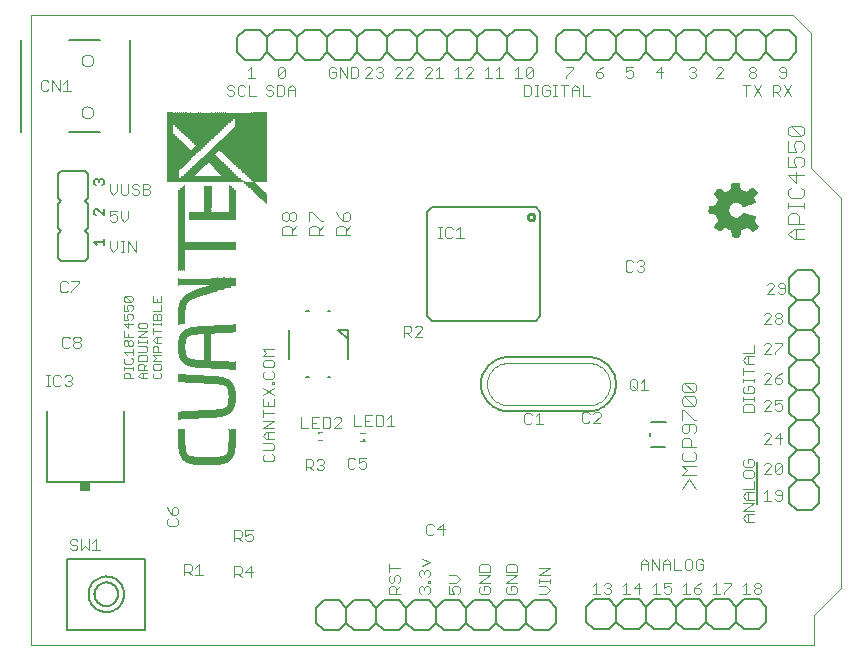
<source format=gto>
G75*
%MOIN*%
%OFA0B0*%
%FSLAX24Y24*%
%IPPOS*%
%LPD*%
%AMOC8*
5,1,8,0,0,1.08239X$1,22.5*
%
%ADD10C,0.0040*%
%ADD11C,0.0030*%
%ADD12C,0.0000*%
%ADD13C,0.0079*%
%ADD14C,0.0080*%
%ADD15C,0.0100*%
%ADD16R,0.0098X0.0089*%
%ADD17C,0.0060*%
%ADD18C,0.0020*%
%ADD19C,0.0050*%
%ADD20R,0.0340X0.0300*%
%ADD21R,0.0007X0.0007*%
%ADD22R,0.0007X0.0324*%
%ADD23R,0.0007X0.2302*%
%ADD24R,0.0007X0.0317*%
%ADD25R,0.0007X0.2626*%
%ADD26R,0.0007X0.2619*%
%ADD27R,0.0007X0.0311*%
%ADD28R,0.0007X0.2295*%
%ADD29R,0.0007X0.0304*%
%ADD30R,0.0007X0.2289*%
%ADD31R,0.0007X0.0298*%
%ADD32R,0.0007X0.2282*%
%ADD33R,0.0007X0.0291*%
%ADD34R,0.0007X0.2275*%
%ADD35R,0.0007X0.0284*%
%ADD36R,0.0007X0.2269*%
%ADD37R,0.0007X0.0278*%
%ADD38R,0.0007X0.2262*%
%ADD39R,0.0007X0.0271*%
%ADD40R,0.0007X0.2255*%
%ADD41R,0.0007X0.0265*%
%ADD42R,0.0007X0.2249*%
%ADD43R,0.0007X0.0258*%
%ADD44R,0.0007X0.2242*%
%ADD45R,0.0007X0.0251*%
%ADD46R,0.0007X0.2236*%
%ADD47R,0.0007X0.0245*%
%ADD48R,0.0007X0.2229*%
%ADD49R,0.0007X0.2222*%
%ADD50R,0.0007X0.0231*%
%ADD51R,0.0007X0.2216*%
%ADD52R,0.0007X0.2209*%
%ADD53R,0.0007X0.0225*%
%ADD54R,0.0007X0.2203*%
%ADD55R,0.0007X0.0218*%
%ADD56R,0.0007X0.0212*%
%ADD57R,0.0007X0.2196*%
%ADD58R,0.0007X0.0205*%
%ADD59R,0.0007X0.2189*%
%ADD60R,0.0007X0.0198*%
%ADD61R,0.0007X0.2183*%
%ADD62R,0.0007X0.0192*%
%ADD63R,0.0007X0.2176*%
%ADD64R,0.0007X0.0185*%
%ADD65R,0.0007X0.2169*%
%ADD66R,0.0007X0.0179*%
%ADD67R,0.0007X0.2163*%
%ADD68R,0.0007X0.0172*%
%ADD69R,0.0007X0.2156*%
%ADD70R,0.0007X0.0165*%
%ADD71R,0.0007X0.2150*%
%ADD72R,0.0007X0.0159*%
%ADD73R,0.0007X0.2143*%
%ADD74R,0.0007X0.0152*%
%ADD75R,0.0007X0.2136*%
%ADD76R,0.0007X0.0146*%
%ADD77R,0.0007X0.2130*%
%ADD78R,0.0007X0.2123*%
%ADD79R,0.0007X0.0139*%
%ADD80R,0.0007X0.2117*%
%ADD81R,0.0007X0.0132*%
%ADD82R,0.0007X0.2110*%
%ADD83R,0.0007X0.0126*%
%ADD84R,0.0007X0.2103*%
%ADD85R,0.0007X0.0119*%
%ADD86R,0.0007X0.0112*%
%ADD87R,0.0007X0.2097*%
%ADD88R,0.0007X0.0106*%
%ADD89R,0.0007X0.2090*%
%ADD90R,0.0007X0.0099*%
%ADD91R,0.0007X0.2083*%
%ADD92R,0.0007X0.0093*%
%ADD93R,0.0007X0.2077*%
%ADD94R,0.0007X0.0086*%
%ADD95R,0.0007X0.2070*%
%ADD96R,0.0007X0.0079*%
%ADD97R,0.0007X0.2064*%
%ADD98R,0.0007X0.0073*%
%ADD99R,0.0007X0.2057*%
%ADD100R,0.0007X0.0066*%
%ADD101R,0.0007X0.2050*%
%ADD102R,0.0007X0.0060*%
%ADD103R,0.0007X0.2044*%
%ADD104R,0.0007X0.0053*%
%ADD105R,0.0007X0.2037*%
%ADD106R,0.0007X0.0046*%
%ADD107R,0.0007X0.2031*%
%ADD108R,0.0007X0.0040*%
%ADD109R,0.0007X0.2024*%
%ADD110R,0.0007X0.2017*%
%ADD111R,0.0007X0.0033*%
%ADD112R,0.0007X0.2011*%
%ADD113R,0.0007X0.0020*%
%ADD114R,0.0007X0.2004*%
%ADD115R,0.0007X0.0013*%
%ADD116R,0.0007X0.1997*%
%ADD117R,0.0007X0.1991*%
%ADD118R,0.0007X0.1984*%
%ADD119R,0.0007X0.1978*%
%ADD120R,0.0007X0.1971*%
%ADD121R,0.0007X0.1964*%
%ADD122R,0.0007X0.0026*%
%ADD123R,0.0007X0.1958*%
%ADD124R,0.0007X0.1951*%
%ADD125R,0.0007X0.1945*%
%ADD126R,0.0007X0.1938*%
%ADD127R,0.0007X0.1931*%
%ADD128R,0.0007X0.1925*%
%ADD129R,0.0007X0.1918*%
%ADD130R,0.0007X0.1911*%
%ADD131R,0.0007X0.1905*%
%ADD132R,0.0007X0.1898*%
%ADD133R,0.0007X0.1892*%
%ADD134R,0.0007X0.1885*%
%ADD135R,0.0007X0.1878*%
%ADD136R,0.0007X0.1872*%
%ADD137R,0.0007X0.1865*%
%ADD138R,0.0007X0.1859*%
%ADD139R,0.0007X0.1852*%
%ADD140R,0.0007X0.1845*%
%ADD141R,0.0007X0.1839*%
%ADD142R,0.0007X0.1832*%
%ADD143R,0.0007X0.1826*%
%ADD144R,0.0007X0.1819*%
%ADD145R,0.0007X0.1812*%
%ADD146R,0.0007X0.1806*%
%ADD147R,0.0007X0.1792*%
%ADD148R,0.0007X0.1786*%
%ADD149R,0.0007X0.1779*%
%ADD150R,0.0007X0.1773*%
%ADD151R,0.0007X0.1766*%
%ADD152R,0.0007X0.1759*%
%ADD153R,0.0007X0.1753*%
%ADD154R,0.0007X0.0238*%
%ADD155R,0.0007X0.1746*%
%ADD156R,0.0007X0.1740*%
%ADD157R,0.0007X0.1581*%
%ADD158R,0.0007X0.0556*%
%ADD159R,0.0007X0.0986*%
%ADD160R,0.0007X0.1263*%
%ADD161R,0.0007X0.0628*%
%ADD162R,0.0007X0.0410*%
%ADD163R,0.0007X0.1250*%
%ADD164R,0.0007X0.0688*%
%ADD165R,0.0007X0.0489*%
%ADD166R,0.0007X0.0992*%
%ADD167R,0.0007X0.1237*%
%ADD168R,0.0007X0.0728*%
%ADD169R,0.0007X0.0562*%
%ADD170R,0.0007X0.0999*%
%ADD171R,0.0007X0.1230*%
%ADD172R,0.0007X0.0747*%
%ADD173R,0.0007X0.0595*%
%ADD174R,0.0007X0.1005*%
%ADD175R,0.0007X0.1217*%
%ADD176R,0.0007X0.0787*%
%ADD177R,0.0007X0.0648*%
%ADD178R,0.0007X0.1012*%
%ADD179R,0.0007X0.1204*%
%ADD180R,0.0007X0.0807*%
%ADD181R,0.0007X0.1191*%
%ADD182R,0.0007X0.0827*%
%ADD183R,0.0007X0.0721*%
%ADD184R,0.0007X0.1025*%
%ADD185R,0.0007X0.1184*%
%ADD186R,0.0007X0.0847*%
%ADD187R,0.0007X0.0754*%
%ADD188R,0.0007X0.1171*%
%ADD189R,0.0007X0.0866*%
%ADD190R,0.0007X0.0780*%
%ADD191R,0.0007X0.1032*%
%ADD192R,0.0007X0.1157*%
%ADD193R,0.0007X0.0880*%
%ADD194R,0.0007X0.1038*%
%ADD195R,0.0007X0.1144*%
%ADD196R,0.0007X0.0893*%
%ADD197R,0.0007X0.0833*%
%ADD198R,0.0007X0.1045*%
%ADD199R,0.0007X0.1131*%
%ADD200R,0.0007X0.0906*%
%ADD201R,0.0007X0.0860*%
%ADD202R,0.0007X0.1052*%
%ADD203R,0.0007X0.0331*%
%ADD204R,0.0007X0.1118*%
%ADD205R,0.0007X0.0919*%
%ADD206R,0.0007X0.1058*%
%ADD207R,0.0007X0.0337*%
%ADD208R,0.0007X0.1105*%
%ADD209R,0.0007X0.0933*%
%ADD210R,0.0007X0.0900*%
%ADD211R,0.0007X0.1065*%
%ADD212R,0.0007X0.0344*%
%ADD213R,0.0007X0.1091*%
%ADD214R,0.0007X0.0946*%
%ADD215R,0.0007X0.0926*%
%ADD216R,0.0007X0.0351*%
%ADD217R,0.0007X0.1078*%
%ADD218R,0.0007X0.0952*%
%ADD219R,0.0007X0.0939*%
%ADD220R,0.0007X0.1071*%
%ADD221R,0.0007X0.0357*%
%ADD222R,0.0007X0.0966*%
%ADD223R,0.0007X0.0959*%
%ADD224R,0.0007X0.0364*%
%ADD225R,0.0007X0.0972*%
%ADD226R,0.0007X0.0979*%
%ADD227R,0.0007X0.1085*%
%ADD228R,0.0007X0.0370*%
%ADD229R,0.0007X0.1098*%
%ADD230R,0.0007X0.0377*%
%ADD231R,0.0007X0.1019*%
%ADD232R,0.0007X0.0384*%
%ADD233R,0.0007X0.1111*%
%ADD234R,0.0007X0.0390*%
%ADD235R,0.0007X0.0397*%
%ADD236R,0.0007X0.0403*%
%ADD237R,0.0007X0.1124*%
%ADD238R,0.0007X0.0417*%
%ADD239R,0.0007X0.1138*%
%ADD240R,0.0007X0.0423*%
%ADD241R,0.0007X0.0430*%
%ADD242R,0.0007X0.0437*%
%ADD243R,0.0007X0.1151*%
%ADD244R,0.0007X0.0443*%
%ADD245R,0.0007X0.0450*%
%ADD246R,0.0007X0.0642*%
%ADD247R,0.0007X0.0516*%
%ADD248R,0.0007X0.0509*%
%ADD249R,0.0007X0.0456*%
%ADD250R,0.0007X0.0503*%
%ADD251R,0.0007X0.0463*%
%ADD252R,0.0007X0.0853*%
%ADD253R,0.0007X0.0470*%
%ADD254R,0.0007X0.0840*%
%ADD255R,0.0007X0.0476*%
%ADD256R,0.0007X0.0820*%
%ADD257R,0.0007X0.0483*%
%ADD258R,0.0007X0.0794*%
%ADD259R,0.0007X0.0496*%
%ADD260R,0.0007X0.0774*%
%ADD261R,0.0007X0.0761*%
%ADD262R,0.0007X0.0523*%
%ADD263R,0.0007X0.0734*%
%ADD264R,0.0007X0.0529*%
%ADD265R,0.0007X0.0536*%
%ADD266R,0.0007X0.0708*%
%ADD267R,0.0007X0.0542*%
%ADD268R,0.0007X0.0694*%
%ADD269R,0.0007X0.0549*%
%ADD270R,0.0007X0.0681*%
%ADD271R,0.0007X0.0668*%
%ADD272R,0.0007X0.0655*%
%ADD273R,0.0007X0.0569*%
%ADD274R,0.0007X0.0575*%
%ADD275R,0.0007X0.0582*%
%ADD276R,0.0007X0.0622*%
%ADD277R,0.0007X0.0609*%
%ADD278R,0.0007X0.0589*%
%ADD279R,0.0007X0.0602*%
%ADD280R,0.0007X0.0615*%
%ADD281R,0.0007X0.0635*%
%ADD282R,0.0007X0.0661*%
%ADD283R,0.0007X0.0675*%
%ADD284R,0.0007X0.0701*%
%ADD285R,0.0007X0.0714*%
%ADD286R,0.0007X0.0767*%
%ADD287R,0.0007X0.0800*%
%ADD288R,0.0007X0.0814*%
%ADD289R,0.0007X0.0873*%
%ADD290R,0.0007X0.0886*%
%ADD291R,0.0007X0.1415*%
%ADD292R,0.0007X0.0913*%
%ADD293R,0.0007X0.1402*%
%ADD294R,0.0007X0.1396*%
%ADD295R,0.0007X0.1389*%
%ADD296R,0.0007X0.1177*%
%ADD297R,0.0007X0.1197*%
%ADD298R,0.0007X0.1210*%
%ADD299R,0.0007X0.1224*%
%ADD300R,0.0007X0.1243*%
%ADD301R,0.0007X0.1257*%
%ADD302R,0.0007X0.1270*%
%ADD303R,0.0007X0.1277*%
%ADD304R,0.0007X0.1283*%
%ADD305R,0.0007X0.1290*%
%ADD306R,0.0007X0.1296*%
%ADD307R,0.0007X0.1303*%
%ADD308R,0.0007X0.1310*%
%ADD309R,0.0007X0.1316*%
%ADD310R,0.0007X0.1323*%
%ADD311R,0.0007X0.1329*%
%ADD312R,0.0007X0.1336*%
%ADD313R,0.0007X0.1343*%
%ADD314R,0.0007X0.1349*%
%ADD315R,0.0007X0.1356*%
%ADD316R,0.0007X0.1363*%
%ADD317R,0.0007X0.0741*%
%ADD318R,0.0007X0.2851*%
%ADD319R,0.0007X0.2844*%
%ADD320R,0.0007X0.2837*%
%ADD321R,0.0007X0.2831*%
%ADD322R,0.0007X0.2824*%
%ADD323R,0.0007X0.2818*%
%ADD324R,0.0007X0.2811*%
%ADD325R,0.0007X0.2804*%
%ADD326R,0.0007X0.2798*%
%ADD327R,0.0007X0.2791*%
%ADD328R,0.0007X0.2785*%
%ADD329R,0.0007X0.2778*%
%ADD330R,0.0007X0.2771*%
%ADD331R,0.0007X0.2765*%
%ADD332R,0.0007X0.2758*%
%ADD333R,0.0007X0.2751*%
%ADD334R,0.0007X0.2745*%
%ADD335R,0.0007X0.2738*%
%ADD336R,0.0007X0.2732*%
%ADD337R,0.0007X0.2725*%
%ADD338R,0.0007X0.2718*%
%ADD339R,0.0007X0.2712*%
%ADD340R,0.0007X0.2699*%
%ADD341R,0.0007X0.2692*%
%ADD342R,0.0007X0.2685*%
%ADD343R,0.0007X0.2679*%
%ADD344R,0.0007X0.2672*%
%ADD345R,0.0007X0.2666*%
%ADD346R,0.0007X0.2652*%
%ADD347R,0.0007X0.1455*%
%ADD348R,0.0007X0.1462*%
%ADD349R,0.0007X0.1468*%
%ADD350R,0.0007X0.1475*%
%ADD351R,0.0007X0.1482*%
%ADD352R,0.0007X0.1488*%
%ADD353R,0.0007X0.1495*%
%ADD354R,0.0007X0.1501*%
%ADD355R,0.0007X0.1508*%
%ADD356R,0.0007X0.1515*%
%ADD357R,0.0007X0.1521*%
%ADD358R,0.0007X0.1528*%
%ADD359R,0.0007X0.1534*%
%ADD360R,0.0007X0.1541*%
%ADD361R,0.0007X0.1548*%
%ADD362R,0.0007X0.1554*%
%ADD363R,0.0007X0.1561*%
%ADD364R,0.0007X0.1568*%
%ADD365R,0.0007X0.1574*%
%ADD366R,0.0007X0.1587*%
%ADD367R,0.0007X0.1594*%
%ADD368R,0.0007X0.1601*%
%ADD369R,0.0007X0.1607*%
%ADD370R,0.0007X0.1614*%
%ADD371R,0.0007X0.1620*%
%ADD372R,0.0007X0.1627*%
%ADD373R,0.0001X0.0004*%
%ADD374R,0.0001X0.0010*%
%ADD375R,0.0001X0.0017*%
%ADD376R,0.0001X0.0023*%
%ADD377R,0.0001X0.0029*%
%ADD378R,0.0001X0.0034*%
%ADD379R,0.0001X0.0040*%
%ADD380R,0.0002X0.0043*%
%ADD381R,0.0001X0.0047*%
%ADD382R,0.0001X0.0050*%
%ADD383R,0.0001X0.0054*%
%ADD384R,0.0001X0.0059*%
%ADD385R,0.0001X0.0064*%
%ADD386R,0.0001X0.0015*%
%ADD387R,0.0001X0.0067*%
%ADD388R,0.0001X0.0020*%
%ADD389R,0.0001X0.0070*%
%ADD390R,0.0001X0.0024*%
%ADD391R,0.0001X0.0074*%
%ADD392R,0.0001X0.0027*%
%ADD393R,0.0001X0.0076*%
%ADD394R,0.0001X0.0030*%
%ADD395R,0.0002X0.0081*%
%ADD396R,0.0002X0.0036*%
%ADD397R,0.0001X0.0086*%
%ADD398R,0.0001X0.0044*%
%ADD399R,0.0001X0.0091*%
%ADD400R,0.0001X0.0046*%
%ADD401R,0.0001X0.0094*%
%ADD402R,0.0001X0.0096*%
%ADD403R,0.0001X0.0053*%
%ADD404R,0.0001X0.0099*%
%ADD405R,0.0001X0.0056*%
%ADD406R,0.0001X0.0104*%
%ADD407R,0.0001X0.0060*%
%ADD408R,0.0001X0.0108*%
%ADD409R,0.0001X0.0112*%
%ADD410R,0.0001X0.0117*%
%ADD411R,0.0001X0.0072*%
%ADD412R,0.0002X0.0120*%
%ADD413R,0.0002X0.0075*%
%ADD414R,0.0001X0.0123*%
%ADD415R,0.0001X0.0078*%
%ADD416R,0.0001X0.0126*%
%ADD417R,0.0001X0.0081*%
%ADD418R,0.0001X0.0131*%
%ADD419R,0.0001X0.0136*%
%ADD420R,0.0001X0.0090*%
%ADD421R,0.0001X0.0139*%
%ADD422R,0.0001X0.0144*%
%ADD423R,0.0001X0.0147*%
%ADD424R,0.0001X0.0101*%
%ADD425R,0.0001X0.0150*%
%ADD426R,0.0001X0.0102*%
%ADD427R,0.0001X0.0153*%
%ADD428R,0.0001X0.0106*%
%ADD429R,0.0002X0.0158*%
%ADD430R,0.0002X0.0109*%
%ADD431R,0.0001X0.0164*%
%ADD432R,0.0001X0.0115*%
%ADD433R,0.0001X0.0168*%
%ADD434R,0.0001X0.0120*%
%ADD435R,0.0001X0.0171*%
%ADD436R,0.0001X0.0123*%
%ADD437R,0.0001X0.0172*%
%ADD438R,0.0001X0.0125*%
%ADD439R,0.0001X0.0175*%
%ADD440R,0.0001X0.0128*%
%ADD441R,0.0001X0.0180*%
%ADD442R,0.0001X0.0132*%
%ADD443R,0.0001X0.0186*%
%ADD444R,0.0001X0.0191*%
%ADD445R,0.0001X0.0141*%
%ADD446R,0.0001X0.0194*%
%ADD447R,0.0001X0.0145*%
%ADD448R,0.0002X0.0196*%
%ADD449R,0.0002X0.0149*%
%ADD450R,0.0001X0.0199*%
%ADD451R,0.0001X0.0151*%
%ADD452R,0.0001X0.0204*%
%ADD453R,0.0001X0.0153*%
%ADD454R,0.0001X0.0207*%
%ADD455R,0.0001X0.0158*%
%ADD456R,0.0001X0.0211*%
%ADD457R,0.0001X0.0162*%
%ADD458R,0.0001X0.0216*%
%ADD459R,0.0001X0.0166*%
%ADD460R,0.0001X0.0219*%
%ADD461R,0.0001X0.0007*%
%ADD462R,0.0001X0.0169*%
%ADD463R,0.0001X0.0222*%
%ADD464R,0.0001X0.0011*%
%ADD465R,0.0001X0.0224*%
%ADD466R,0.0001X0.0014*%
%ADD467R,0.0001X0.0176*%
%ADD468R,0.0001X0.0228*%
%ADD469R,0.0001X0.0018*%
%ADD470R,0.0001X0.0179*%
%ADD471R,0.0002X0.0234*%
%ADD472R,0.0002X0.0024*%
%ADD473R,0.0002X0.0183*%
%ADD474R,0.0001X0.0239*%
%ADD475R,0.0001X0.0189*%
%ADD476R,0.0001X0.0241*%
%ADD477R,0.0001X0.0033*%
%ADD478R,0.0001X0.0012*%
%ADD479R,0.0001X0.0192*%
%ADD480R,0.0001X0.0243*%
%ADD481R,0.0001X0.0038*%
%ADD482R,0.0001X0.0246*%
%ADD483R,0.0001X0.0041*%
%ADD484R,0.0001X0.0019*%
%ADD485R,0.0001X0.0196*%
%ADD486R,0.0001X0.0250*%
%ADD487R,0.0001X0.0021*%
%ADD488R,0.0001X0.0201*%
%ADD489R,0.0001X0.0254*%
%ADD490R,0.0001X0.0048*%
%ADD491R,0.0001X0.0258*%
%ADD492R,0.0001X0.0054*%
%ADD493R,0.0001X0.0209*%
%ADD494R,0.0001X0.0263*%
%ADD495R,0.0001X0.0213*%
%ADD496R,0.0001X0.0267*%
%ADD497R,0.0001X0.0063*%
%ADD498R,0.0002X0.0270*%
%ADD499R,0.0002X0.0066*%
%ADD500R,0.0002X0.0045*%
%ADD501R,0.0002X0.0219*%
%ADD502R,0.0001X0.0271*%
%ADD503R,0.0001X0.0220*%
%ADD504R,0.0001X0.0274*%
%ADD505R,0.0001X0.0051*%
%ADD506R,0.0001X0.0223*%
%ADD507R,0.0001X0.0278*%
%ADD508R,0.0001X0.0282*%
%ADD509R,0.0001X0.0231*%
%ADD510R,0.0001X0.0288*%
%ADD511R,0.0001X0.0085*%
%ADD512R,0.0001X0.0236*%
%ADD513R,0.0001X0.0289*%
%ADD514R,0.0001X0.0087*%
%ADD515R,0.0001X0.0066*%
%ADD516R,0.0001X0.0292*%
%ADD517R,0.0001X0.0069*%
%ADD518R,0.0001X0.0297*%
%ADD519R,0.0001X0.0300*%
%ADD520R,0.0001X0.0075*%
%ADD521R,0.0002X0.0305*%
%ADD522R,0.0002X0.0101*%
%ADD523R,0.0002X0.0078*%
%ADD524R,0.0002X0.0251*%
%ADD525R,0.0001X0.0309*%
%ADD526R,0.0001X0.0105*%
%ADD527R,0.0001X0.0083*%
%ADD528R,0.0001X0.0255*%
%ADD529R,0.0001X0.0314*%
%ADD530R,0.0001X0.0110*%
%ADD531R,0.0001X0.0087*%
%ADD532R,0.0001X0.0316*%
%ADD533R,0.0001X0.0113*%
%ADD534R,0.0001X0.0262*%
%ADD535R,0.0001X0.0319*%
%ADD536R,0.0001X0.0114*%
%ADD537R,0.0001X0.0093*%
%ADD538R,0.0001X0.0266*%
%ADD539R,0.0001X0.0321*%
%ADD540R,0.0001X0.0096*%
%ADD541R,0.0001X0.0324*%
%ADD542R,0.0001X0.0270*%
%ADD543R,0.0001X0.0329*%
%ADD544R,0.0001X0.0124*%
%ADD545R,0.0001X0.0275*%
%ADD546R,0.0001X0.0333*%
%ADD547R,0.0001X0.0279*%
%ADD548R,0.0001X0.0336*%
%ADD549R,0.0001X0.0111*%
%ADD550R,0.0001X0.0284*%
%ADD551R,0.0002X0.0339*%
%ADD552R,0.0002X0.0134*%
%ADD553R,0.0002X0.0114*%
%ADD554R,0.0002X0.0286*%
%ADD555R,0.0001X0.0342*%
%ADD556R,0.0001X0.0116*%
%ADD557R,0.0001X0.0491*%
%ADD558R,0.0001X0.0492*%
%ADD559R,0.0001X0.0294*%
%ADD560R,0.0001X0.0495*%
%ADD561R,0.0001X0.0299*%
%ADD562R,0.0001X0.0496*%
%ADD563R,0.0001X0.0127*%
%ADD564R,0.0001X0.0301*%
%ADD565R,0.0001X0.0498*%
%ADD566R,0.0001X0.0304*%
%ADD567R,0.0001X0.0501*%
%ADD568R,0.0001X0.0134*%
%ADD569R,0.0001X0.0308*%
%ADD570R,0.0001X0.0135*%
%ADD571R,0.0001X0.0311*%
%ADD572R,0.0001X0.0504*%
%ADD573R,0.0001X0.0138*%
%ADD574R,0.0002X0.0504*%
%ADD575R,0.0002X0.0141*%
%ADD576R,0.0002X0.0318*%
%ADD577R,0.0001X0.0507*%
%ADD578R,0.0001X0.0323*%
%ADD579R,0.0001X0.0326*%
%ADD580R,0.0001X0.0508*%
%ADD581R,0.0001X0.0152*%
%ADD582R,0.0001X0.0330*%
%ADD583R,0.0001X0.0510*%
%ADD584R,0.0001X0.0494*%
%ADD585R,0.0001X0.0512*%
%ADD586R,0.0001X0.0500*%
%ADD587R,0.0001X0.0513*%
%ADD588R,0.0001X0.0501*%
%ADD589R,0.0002X0.0513*%
%ADD590R,0.0002X0.0501*%
%ADD591R,0.0001X0.0503*%
%ADD592R,0.0001X0.0504*%
%ADD593R,0.0001X0.0506*%
%ADD594R,0.0001X0.0513*%
%ADD595R,0.0001X0.0509*%
%ADD596R,0.0001X0.0511*%
%ADD597R,0.0001X0.0514*%
%ADD598R,0.0001X0.0516*%
%ADD599R,0.0002X0.0513*%
%ADD600R,0.0002X0.0519*%
%ADD601R,0.0001X0.0519*%
%ADD602R,0.0001X0.0520*%
%ADD603R,0.0001X0.0522*%
%ADD604R,0.0001X0.0507*%
%ADD605R,0.0002X0.0509*%
%ADD606R,0.0002X0.0520*%
%ADD607R,0.0001X0.0522*%
%ADD608R,0.0001X0.0505*%
%ADD609R,0.0001X0.0502*%
%ADD610R,0.0001X0.0521*%
%ADD611R,0.0002X0.0503*%
%ADD612R,0.0002X0.0519*%
%ADD613R,0.0001X0.0519*%
%ADD614R,0.0001X0.0499*%
%ADD615R,0.0001X0.0517*%
%ADD616R,0.0002X0.0495*%
%ADD617R,0.0002X0.0514*%
%ADD618R,0.0001X0.0515*%
%ADD619R,0.0001X0.0492*%
%ADD620R,0.0001X0.0490*%
%ADD621R,0.0002X0.0490*%
%ADD622R,0.0002X0.0511*%
%ADD623R,0.0001X0.0489*%
%ADD624R,0.0001X0.0489*%
%ADD625R,0.0001X0.0488*%
%ADD626R,0.0001X0.0485*%
%ADD627R,0.0001X0.0483*%
%ADD628R,0.0002X0.0483*%
%ADD629R,0.0002X0.0507*%
%ADD630R,0.0001X0.0483*%
%ADD631R,0.0001X0.0481*%
%ADD632R,0.0001X0.0480*%
%ADD633R,0.0002X0.0480*%
%ADD634R,0.0002X0.0501*%
%ADD635R,0.0001X0.0479*%
%ADD636R,0.0001X0.0477*%
%ADD637R,0.0001X0.0477*%
%ADD638R,0.0001X0.0475*%
%ADD639R,0.0001X0.0474*%
%ADD640R,0.0001X0.0472*%
%ADD641R,0.0002X0.0472*%
%ADD642R,0.0002X0.0498*%
%ADD643R,0.0001X0.0471*%
%ADD644R,0.0001X0.0473*%
%ADD645R,0.0001X0.0471*%
%ADD646R,0.0001X0.0470*%
%ADD647R,0.0001X0.0468*%
%ADD648R,0.0001X0.0469*%
%ADD649R,0.0002X0.0468*%
%ADD650R,0.0002X0.0491*%
%ADD651R,0.0001X0.0466*%
%ADD652R,0.0001X0.0465*%
%ADD653R,0.0001X0.0464*%
%ADD654R,0.0001X0.0462*%
%ADD655R,0.0002X0.0462*%
%ADD656R,0.0002X0.0489*%
%ADD657R,0.0001X0.0461*%
%ADD658R,0.0001X0.0460*%
%ADD659R,0.0001X0.0459*%
%ADD660R,0.0001X0.0484*%
%ADD661R,0.0001X0.0457*%
%ADD662R,0.0001X0.0459*%
%ADD663R,0.0002X0.0458*%
%ADD664R,0.0002X0.0484*%
%ADD665R,0.0001X0.0456*%
%ADD666R,0.0001X0.0455*%
%ADD667R,0.0001X0.0453*%
%ADD668R,0.0001X0.0451*%
%ADD669R,0.0001X0.0453*%
%ADD670R,0.0001X0.0450*%
%ADD671R,0.0002X0.0451*%
%ADD672R,0.0001X0.0478*%
%ADD673R,0.0001X0.0449*%
%ADD674R,0.0001X0.0476*%
%ADD675R,0.0001X0.0447*%
%ADD676R,0.0001X0.0474*%
%ADD677R,0.0002X0.0449*%
%ADD678R,0.0002X0.0476*%
%ADD679R,0.0001X0.0454*%
%ADD680R,0.0002X0.0469*%
%ADD681R,0.0001X0.0468*%
%ADD682R,0.0001X0.0467*%
%ADD683R,0.0002X0.0473*%
%ADD684R,0.0002X0.0468*%
%ADD685R,0.0002X0.0486*%
%ADD686R,0.0002X0.0474*%
%ADD687R,0.0001X0.0487*%
%ADD688R,0.0001X0.0497*%
%ADD689R,0.0001X0.0486*%
%ADD690R,0.0002X0.0500*%
%ADD691R,0.0002X0.0487*%
%ADD692R,0.0001X0.0498*%
%ADD693R,0.0002X0.0524*%
%ADD694R,0.0001X0.0524*%
%ADD695R,0.0001X0.0525*%
%ADD696R,0.0001X0.0528*%
%ADD697R,0.0001X0.0529*%
%ADD698R,0.0001X0.0533*%
%ADD699R,0.0001X0.0534*%
%ADD700R,0.0001X0.0523*%
%ADD701R,0.0001X0.0536*%
%ADD702R,0.0002X0.0537*%
%ADD703R,0.0002X0.0527*%
%ADD704R,0.0001X0.0537*%
%ADD705R,0.0001X0.0528*%
%ADD706R,0.0001X0.0539*%
%ADD707R,0.0001X0.0530*%
%ADD708R,0.0001X0.0540*%
%ADD709R,0.0001X0.0541*%
%ADD710R,0.0001X0.0531*%
%ADD711R,0.0001X0.0543*%
%ADD712R,0.0001X0.0544*%
%ADD713R,0.0002X0.0546*%
%ADD714R,0.0002X0.0536*%
%ADD715R,0.0001X0.0547*%
%ADD716R,0.0001X0.0551*%
%ADD717R,0.0001X0.0552*%
%ADD718R,0.0001X0.0554*%
%ADD719R,0.0001X0.0555*%
%ADD720R,0.0002X0.0555*%
%ADD721R,0.0002X0.0547*%
%ADD722R,0.0001X0.0549*%
%ADD723R,0.0001X0.0548*%
%ADD724R,0.0001X0.0538*%
%ADD725R,0.0001X0.0537*%
%ADD726R,0.0002X0.0533*%
%ADD727R,0.0001X0.0531*%
%ADD728R,0.0001X0.0526*%
%ADD729R,0.0001X0.0518*%
%ADD730R,0.0002X0.0498*%
%ADD731R,0.0002X0.0496*%
%ADD732R,0.0001X0.0486*%
%ADD733R,0.0002X0.0485*%
%ADD734R,0.0001X0.0482*%
%ADD735R,0.0002X0.0477*%
%ADD736R,0.0002X0.0530*%
%ADD737R,0.0002X0.0464*%
%ADD738R,0.0001X0.0561*%
%ADD739R,0.0001X0.0570*%
%ADD740R,0.0001X0.0576*%
%ADD741R,0.0001X0.0581*%
%ADD742R,0.0001X0.0585*%
%ADD743R,0.0001X0.0589*%
%ADD744R,0.0002X0.0600*%
%ADD745R,0.0001X0.0614*%
%ADD746R,0.0001X0.0623*%
%ADD747R,0.0001X0.0630*%
%ADD748R,0.0001X0.0633*%
%ADD749R,0.0001X0.0638*%
%ADD750R,0.0001X0.0645*%
%ADD751R,0.0001X0.0657*%
%ADD752R,0.0001X0.0556*%
%ADD753R,0.0001X0.0669*%
%ADD754R,0.0001X0.0674*%
%ADD755R,0.0001X0.0579*%
%ADD756R,0.0002X0.0676*%
%ADD757R,0.0002X0.0585*%
%ADD758R,0.0001X0.0678*%
%ADD759R,0.0001X0.0590*%
%ADD760R,0.0001X0.0679*%
%ADD761R,0.0001X0.0596*%
%ADD762R,0.0001X0.0681*%
%ADD763R,0.0001X0.0606*%
%ADD764R,0.0001X0.0620*%
%ADD765R,0.0001X0.0682*%
%ADD766R,0.0001X0.0633*%
%ADD767R,0.0001X0.0684*%
%ADD768R,0.0001X0.0639*%
%ADD769R,0.0001X0.0649*%
%ADD770R,0.0001X0.0684*%
%ADD771R,0.0001X0.0655*%
%ADD772R,0.0002X0.0683*%
%ADD773R,0.0002X0.0664*%
%ADD774R,0.0001X0.0683*%
%ADD775R,0.0001X0.0670*%
%ADD776R,0.0001X0.0671*%
%ADD777R,0.0001X0.0681*%
%ADD778R,0.0001X0.0672*%
%ADD779R,0.0001X0.0680*%
%ADD780R,0.0001X0.0675*%
%ADD781R,0.0001X0.0676*%
%ADD782R,0.0002X0.0680*%
%ADD783R,0.0002X0.0678*%
%ADD784R,0.0001X0.0678*%
%ADD785R,0.0002X0.0675*%
%ADD786R,0.0002X0.0672*%
%ADD787R,0.0001X0.0672*%
%ADD788R,0.0002X0.0671*%
%ADD789R,0.0002X0.0670*%
%ADD790R,0.0001X0.0669*%
%ADD791R,0.0001X0.0667*%
%ADD792R,0.0002X0.0669*%
%ADD793R,0.0002X0.0667*%
%ADD794R,0.0001X0.0668*%
%ADD795R,0.0001X0.0666*%
%ADD796R,0.0002X0.0668*%
%ADD797R,0.0002X0.0666*%
%ADD798R,0.0001X0.0666*%
%ADD799R,0.0001X0.0664*%
%ADD800R,0.0001X0.0663*%
%ADD801R,0.0002X0.0666*%
%ADD802R,0.0002X0.0663*%
%ADD803R,0.0001X0.0665*%
%ADD804R,0.0002X0.0674*%
%ADD805R,0.0001X0.0677*%
%ADD806R,0.0002X0.0678*%
%ADD807R,0.0002X0.0682*%
%ADD808R,0.0001X0.0686*%
%ADD809R,0.0002X0.0686*%
%ADD810R,0.0001X0.0687*%
%ADD811R,0.0001X0.0689*%
%ADD812R,0.0001X0.0653*%
%ADD813R,0.0001X0.0641*%
%ADD814R,0.0001X0.0626*%
%ADD815R,0.0001X0.0616*%
%ADD816R,0.0001X0.0687*%
%ADD817R,0.0001X0.0612*%
%ADD818R,0.0001X0.0688*%
%ADD819R,0.0001X0.0606*%
%ADD820R,0.0001X0.0601*%
%ADD821R,0.0002X0.0591*%
%ADD822R,0.0001X0.0567*%
%ADD823R,0.0001X0.0560*%
%ADD824R,0.0001X0.0659*%
%ADD825R,0.0001X0.0516*%
%ADD826R,0.0001X0.0639*%
%ADD827R,0.0002X0.0502*%
%ADD828R,0.0002X0.0633*%
%ADD829R,0.0001X0.0608*%
%ADD830R,0.0001X0.0582*%
%ADD831R,0.0001X0.0577*%
%ADD832R,0.0002X0.0569*%
%ADD833R,0.0001X0.0546*%
%ADD834R,0.0002X0.0486*%
%ADD835R,0.0001X0.0493*%
%ADD836R,0.0002X0.0516*%
%ADD837R,0.0001X0.0532*%
%ADD838R,0.0002X0.0534*%
%ADD839R,0.0002X0.0535*%
%ADD840R,0.0001X0.0543*%
%ADD841R,0.0001X0.0553*%
%ADD842R,0.0001X0.0559*%
%ADD843R,0.0001X0.0564*%
%ADD844R,0.0001X0.0564*%
%ADD845R,0.0001X0.0567*%
%ADD846R,0.0001X0.0569*%
%ADD847R,0.0002X0.0570*%
%ADD848R,0.0002X0.0571*%
%ADD849R,0.0001X0.0571*%
%ADD850R,0.0001X0.0573*%
%ADD851R,0.0001X0.0574*%
%ADD852R,0.0001X0.0576*%
%ADD853R,0.0001X0.0600*%
%ADD854R,0.0001X0.0611*%
%ADD855R,0.0001X0.0618*%
%ADD856R,0.0001X0.0621*%
%ADD857R,0.0001X0.1269*%
%ADD858R,0.0001X0.1267*%
%ADD859R,0.0001X0.1266*%
%ADD860R,0.0002X0.1266*%
%ADD861R,0.0001X0.1264*%
%ADD862R,0.0001X0.1261*%
%ADD863R,0.0001X0.1260*%
%ADD864R,0.0001X0.1259*%
%ADD865R,0.0001X0.1256*%
%ADD866R,0.0001X0.1254*%
%ADD867R,0.0001X0.1253*%
%ADD868R,0.0001X0.1251*%
%ADD869R,0.0002X0.1251*%
%ADD870R,0.0001X0.1248*%
%ADD871R,0.0001X0.1245*%
%ADD872R,0.0001X0.1244*%
%ADD873R,0.0001X0.1242*%
%ADD874R,0.0001X0.1239*%
%ADD875R,0.0001X0.1237*%
%ADD876R,0.0002X0.1236*%
%ADD877R,0.0001X0.1233*%
%ADD878R,0.0001X0.1230*%
%ADD879R,0.0001X0.1229*%
%ADD880R,0.0001X0.1227*%
%ADD881R,0.0001X0.1226*%
%ADD882R,0.0001X0.1224*%
%ADD883R,0.0002X0.1223*%
%ADD884R,0.0001X0.1219*%
%ADD885R,0.0001X0.1216*%
%ADD886R,0.0001X0.1215*%
%ADD887R,0.0001X0.1214*%
%ADD888R,0.0001X0.1212*%
%ADD889R,0.0001X0.1209*%
%ADD890R,0.0002X0.1207*%
%ADD891R,0.0001X0.1206*%
%ADD892R,0.0001X0.1204*%
%ADD893R,0.0001X0.1201*%
%ADD894R,0.0001X0.1200*%
%ADD895R,0.0001X0.1199*%
%ADD896R,0.0001X0.1196*%
%ADD897R,0.0001X0.1194*%
%ADD898R,0.0001X0.1193*%
%ADD899R,0.0001X0.1191*%
%ADD900R,0.0002X0.1191*%
%ADD901R,0.0001X0.1188*%
%ADD902R,0.0001X0.1185*%
%ADD903R,0.0001X0.1184*%
%ADD904R,0.0001X0.1181*%
%ADD905R,0.0001X0.1177*%
%ADD906R,0.0001X0.1176*%
%ADD907R,0.0001X0.1174*%
%ADD908R,0.0001X0.1173*%
%ADD909R,0.0002X0.1170*%
%ADD910R,0.0001X0.1170*%
%ADD911R,0.0001X0.1169*%
%ADD912R,0.0001X0.1166*%
%ADD913R,0.0001X0.1164*%
%ADD914R,0.0001X0.1163*%
%ADD915R,0.0002X0.1163*%
%ADD916R,0.0001X0.1167*%
%ADD917R,0.0001X0.1171*%
%ADD918R,0.0001X0.1179*%
%ADD919R,0.0001X0.1182*%
%ADD920R,0.0002X0.1182*%
%ADD921R,0.0001X0.1188*%
%ADD922R,0.0001X0.1190*%
%ADD923R,0.0001X0.1197*%
%ADD924R,0.0002X0.1204*%
%ADD925R,0.0001X0.1207*%
%ADD926R,0.0001X0.1210*%
%ADD927R,0.0001X0.1213*%
%ADD928R,0.0001X0.1217*%
%ADD929R,0.0001X0.1218*%
%ADD930R,0.0001X0.1220*%
%ADD931R,0.0001X0.1221*%
%ADD932R,0.0001X0.1223*%
%ADD933R,0.0002X0.1226*%
%ADD934R,0.0001X0.1236*%
%ADD935R,0.0001X0.1239*%
%ADD936R,0.0001X0.1240*%
%ADD937R,0.0001X0.1243*%
%ADD938R,0.0002X0.1248*%
%ADD939R,0.0001X0.1248*%
%ADD940R,0.0001X0.1251*%
%ADD941R,0.0001X0.1257*%
%ADD942R,0.0001X0.1263*%
%ADD943R,0.0002X0.1267*%
%ADD944R,0.0001X0.1270*%
%ADD945R,0.0001X0.1274*%
%ADD946R,0.0001X0.1275*%
%ADD947R,0.0001X0.1278*%
%ADD948R,0.0001X0.1280*%
%ADD949R,0.0001X0.1281*%
%ADD950R,0.0001X0.1284*%
%ADD951R,0.0001X0.1286*%
%ADD952R,0.0001X0.1289*%
%ADD953R,0.0002X0.1290*%
%ADD954R,0.0001X0.1291*%
%ADD955R,0.0001X0.1294*%
%ADD956R,0.0001X0.1296*%
%ADD957R,0.0001X0.1299*%
%ADD958R,0.0001X0.1300*%
%ADD959R,0.0001X0.1302*%
%ADD960R,0.0001X0.1304*%
%ADD961R,0.0001X0.1306*%
%ADD962R,0.0001X0.1308*%
%ADD963R,0.0002X0.1311*%
%ADD964R,0.0001X0.1313*%
%ADD965R,0.0001X0.1316*%
%ADD966R,0.0001X0.1317*%
%ADD967R,0.0001X0.1320*%
%ADD968R,0.0001X0.1323*%
%ADD969R,0.0001X0.1326*%
%ADD970R,0.0001X0.1329*%
%ADD971R,0.0002X0.1332*%
%ADD972R,0.0001X0.1335*%
%ADD973R,0.0001X0.1336*%
%ADD974R,0.0001X0.1340*%
%ADD975R,0.0001X0.1343*%
%ADD976R,0.0001X0.1346*%
%ADD977R,0.0001X0.1347*%
%ADD978R,0.0001X0.1350*%
%ADD979R,0.0002X0.1353*%
%ADD980R,0.0001X0.1356*%
%ADD981R,0.0001X0.1357*%
%ADD982R,0.0001X0.1360*%
%ADD983R,0.0001X0.1364*%
%ADD984R,0.0001X0.1365*%
%ADD985R,0.0001X0.1368*%
%ADD986R,0.0001X0.1369*%
%ADD987R,0.0001X0.1373*%
%ADD988R,0.0002X0.1374*%
%ADD989R,0.0001X0.1377*%
%ADD990R,0.0001X0.1379*%
%ADD991R,0.0001X0.1380*%
%ADD992R,0.0001X0.1383*%
%ADD993R,0.0001X0.1386*%
%ADD994R,0.0001X0.1387*%
%ADD995R,0.0001X0.1391*%
%ADD996R,0.0001X0.1394*%
%ADD997R,0.0002X0.1395*%
%ADD998R,0.0001X0.1398*%
%ADD999R,0.0001X0.1401*%
%ADD1000R,0.0001X0.1403*%
%ADD1001R,0.0001X0.1406*%
%ADD1002R,0.0001X0.1407*%
%ADD1003R,0.0001X0.1409*%
%ADD1004R,0.0001X0.1411*%
%ADD1005R,0.0001X0.1414*%
%ADD1006R,0.0002X0.1416*%
%ADD1007R,0.0001X0.1419*%
%ADD1008R,0.0001X0.1421*%
%ADD1009R,0.0001X0.1422*%
%ADD1010R,0.0001X0.1424*%
%ADD1011R,0.0001X0.1426*%
%ADD1012R,0.0001X0.1428*%
%ADD1013R,0.0002X0.1429*%
%ADD1014R,0.0001X0.1429*%
%ADD1015R,0.0001X0.1425*%
%ADD1016R,0.0002X0.1421*%
%ADD1017R,0.0001X0.1418*%
%ADD1018R,0.0001X0.1416*%
%ADD1019R,0.0001X0.1413*%
%ADD1020R,0.0001X0.1410*%
%ADD1021R,0.0001X0.1404*%
%ADD1022R,0.0001X0.1401*%
%ADD1023R,0.0001X0.0346*%
%ADD1024R,0.0001X0.1044*%
%ADD1025R,0.0002X0.0342*%
%ADD1026R,0.0002X0.1040*%
%ADD1027R,0.0001X0.0337*%
%ADD1028R,0.0001X0.1034*%
%ADD1029R,0.0001X0.0357*%
%ADD1030R,0.0001X0.0660*%
%ADD1031R,0.0001X0.0353*%
%ADD1032R,0.0001X0.0327*%
%ADD1033R,0.0001X0.0349*%
%ADD1034R,0.0001X0.0321*%
%ADD1035R,0.0001X0.0648*%
%ADD1036R,0.0001X0.0344*%
%ADD1037R,0.0001X0.0317*%
%ADD1038R,0.0001X0.0339*%
%ADD1039R,0.0001X0.0312*%
%ADD1040R,0.0001X0.0631*%
%ADD1041R,0.0001X0.0334*%
%ADD1042R,0.0001X0.0309*%
%ADD1043R,0.0002X0.0307*%
%ADD1044R,0.0002X0.0623*%
%ADD1045R,0.0002X0.0327*%
%ADD1046R,0.0001X0.0618*%
%ADD1047R,0.0001X0.0297*%
%ADD1048R,0.0001X0.0607*%
%ADD1049R,0.0001X0.0320*%
%ADD1050R,0.0001X0.0293*%
%ADD1051R,0.0001X0.0599*%
%ADD1052R,0.0001X0.0313*%
%ADD1053R,0.0001X0.0285*%
%ADD1054R,0.0001X0.0584*%
%ADD1055R,0.0001X0.0303*%
%ADD1056R,0.0001X0.0281*%
%ADD1057R,0.0002X0.0273*%
%ADD1058R,0.0002X0.0563*%
%ADD1059R,0.0002X0.0293*%
%ADD1060R,0.0001X0.0264*%
%ADD1061R,0.0001X0.0259*%
%ADD1062R,0.0001X0.0256*%
%ADD1063R,0.0001X0.0276*%
%ADD1064R,0.0001X0.0252*%
%ADD1065R,0.0001X0.0273*%
%ADD1066R,0.0001X0.0248*%
%ADD1067R,0.0001X0.0269*%
%ADD1068R,0.0001X0.0245*%
%ADD1069R,0.0001X0.0240*%
%ADD1070R,0.0002X0.0237*%
%ADD1071R,0.0002X0.0256*%
%ADD1072R,0.0001X0.0234*%
%ADD1073R,0.0001X0.0232*%
%ADD1074R,0.0001X0.0251*%
%ADD1075R,0.0001X0.0228*%
%ADD1076R,0.0001X0.0246*%
%ADD1077R,0.0001X0.0456*%
%ADD1078R,0.0001X0.0219*%
%ADD1079R,0.0001X0.0444*%
%ADD1080R,0.0001X0.0237*%
%ADD1081R,0.0001X0.0214*%
%ADD1082R,0.0001X0.0436*%
%ADD1083R,0.0001X0.0432*%
%ADD1084R,0.0001X0.0231*%
%ADD1085R,0.0001X0.0210*%
%ADD1086R,0.0001X0.0426*%
%ADD1087R,0.0001X0.0420*%
%ADD1088R,0.0001X0.0226*%
%ADD1089R,0.0002X0.0204*%
%ADD1090R,0.0002X0.0409*%
%ADD1091R,0.0002X0.0222*%
%ADD1092R,0.0001X0.0391*%
%ADD1093R,0.0001X0.0217*%
%ADD1094R,0.0001X0.0376*%
%ADD1095R,0.0001X0.0368*%
%ADD1096R,0.0001X0.0189*%
%ADD1097R,0.0001X0.0361*%
%ADD1098R,0.0001X0.0206*%
%ADD1099R,0.0001X0.0186*%
%ADD1100R,0.0001X0.0356*%
%ADD1101R,0.0001X0.0181*%
%ADD1102R,0.0001X0.0345*%
%ADD1103R,0.0001X0.0173*%
%ADD1104R,0.0001X0.0331*%
%ADD1105R,0.0001X0.0190*%
%ADD1106R,0.0001X0.0168*%
%ADD1107R,0.0002X0.0165*%
%ADD1108R,0.0001X0.0162*%
%ADD1109R,0.0001X0.0159*%
%ADD1110R,0.0001X0.0177*%
%ADD1111R,0.0001X0.0156*%
%ADD1112R,0.0001X0.0324*%
%ADD1113R,0.0001X0.0174*%
%ADD1114R,0.0001X0.0167*%
%ADD1115R,0.0001X0.0146*%
%ADD1116R,0.0001X0.0163*%
%ADD1117R,0.0001X0.0141*%
%ADD1118R,0.0001X0.0140*%
%ADD1119R,0.0001X0.0137*%
%ADD1120R,0.0001X0.0133*%
%ADD1121R,0.0002X0.0129*%
%ADD1122R,0.0002X0.0321*%
%ADD1123R,0.0002X0.0146*%
%ADD1124R,0.0001X0.0119*%
%ADD1125R,0.0001X0.0129*%
%ADD1126R,0.0001X0.0111*%
%ADD1127R,0.0001X0.0126*%
%ADD1128R,0.0001X0.0318*%
%ADD1129R,0.0001X0.0097*%
%ADD1130R,0.0001X0.0315*%
%ADD1131R,0.0002X0.0089*%
%ADD1132R,0.0002X0.0315*%
%ADD1133R,0.0002X0.0105*%
%ADD1134R,0.0001X0.0079*%
%ADD1135R,0.0001X0.0089*%
%ADD1136R,0.0001X0.0069*%
%ADD1137R,0.0001X0.0084*%
%ADD1138R,0.0001X0.0057*%
%ADD1139R,0.0002X0.0052*%
%ADD1140R,0.0002X0.0311*%
%ADD1141R,0.0002X0.0066*%
%ADD1142R,0.0001X0.0061*%
%ADD1143R,0.0001X0.0042*%
%ADD1144R,0.0001X0.0055*%
%ADD1145R,0.0001X0.0039*%
%ADD1146R,0.0001X0.0052*%
%ADD1147R,0.0001X0.0036*%
%ADD1148R,0.0001X0.0049*%
%ADD1149R,0.0001X0.0307*%
%ADD1150R,0.0001X0.0045*%
%ADD1151R,0.0001X0.0022*%
%ADD1152R,0.0001X0.0035*%
%ADD1153R,0.0002X0.0025*%
%ADD1154R,0.0001X0.0306*%
%ADD1155R,0.0001X0.0018*%
%ADD1156R,0.0001X0.0008*%
%ADD1157R,0.0002X0.0300*%
%ADD1158R,0.0001X0.0296*%
%ADD1159R,0.0002X0.0294*%
%ADD1160R,0.0001X0.0294*%
%ADD1161R,0.0001X0.0291*%
%ADD1162R,0.0002X0.0291*%
%ADD1163R,0.0001X0.0286*%
%ADD1164R,0.0002X0.0281*%
%ADD1165R,0.0001X0.0277*%
%ADD1166R,0.0001X0.0276*%
%ADD1167R,0.0002X0.0266*%
%ADD1168R,0.0001X0.0264*%
%ADD1169R,0.0001X0.0261*%
%ADD1170R,0.0002X0.0259*%
%ADD1171R,0.0002X0.0254*%
%ADD1172R,0.0002X0.0248*%
%ADD1173R,0.0002X0.0218*%
%ADD1174R,0.0001X0.0157*%
D10*
X010006Y007188D02*
X010163Y007188D01*
X010163Y007464D02*
X010006Y007464D01*
X011415Y007445D02*
X011573Y007445D01*
X011573Y007169D02*
X011415Y007169D01*
X011089Y014033D02*
X010628Y014033D01*
X010628Y014263D01*
X010705Y014340D01*
X010858Y014340D01*
X010935Y014263D01*
X010935Y014033D01*
X010935Y014186D02*
X011089Y014340D01*
X011012Y014493D02*
X011089Y014570D01*
X011089Y014723D01*
X011012Y014800D01*
X010935Y014800D01*
X010858Y014723D01*
X010858Y014493D01*
X011012Y014493D01*
X010858Y014493D02*
X010705Y014646D01*
X010628Y014800D01*
X010189Y014493D02*
X010112Y014493D01*
X009805Y014800D01*
X009728Y014800D01*
X009728Y014493D01*
X009805Y014340D02*
X009958Y014340D01*
X010035Y014263D01*
X010035Y014033D01*
X010035Y014186D02*
X010189Y014340D01*
X010189Y014033D02*
X009728Y014033D01*
X009728Y014263D01*
X009805Y014340D01*
X009289Y014340D02*
X009135Y014186D01*
X009135Y014263D02*
X009135Y014033D01*
X009289Y014033D02*
X008828Y014033D01*
X008828Y014263D01*
X008905Y014340D01*
X009058Y014340D01*
X009135Y014263D01*
X009135Y014493D02*
X009058Y014570D01*
X009058Y014723D01*
X009135Y014800D01*
X009212Y014800D01*
X009289Y014723D01*
X009289Y014570D01*
X009212Y014493D01*
X009135Y014493D01*
X009058Y014570D02*
X008982Y014493D01*
X008905Y014493D01*
X008828Y014570D01*
X008828Y014723D01*
X008905Y014800D01*
X008982Y014800D01*
X009058Y014723D01*
X020411Y009170D02*
X020411Y008929D01*
X020471Y008869D01*
X020591Y008869D01*
X020651Y008929D01*
X020651Y009170D01*
X020591Y009230D01*
X020471Y009230D01*
X020411Y009170D01*
X020531Y008989D02*
X020651Y008869D01*
X020779Y008869D02*
X021019Y008869D01*
X020899Y008869D02*
X020899Y009230D01*
X020779Y009110D01*
X022150Y009038D02*
X022227Y009115D01*
X022534Y008808D01*
X022610Y008885D01*
X022610Y009038D01*
X022534Y009115D01*
X022227Y009115D01*
X022150Y009038D02*
X022150Y008885D01*
X022227Y008808D01*
X022534Y008808D01*
X022534Y008655D02*
X022610Y008578D01*
X022610Y008424D01*
X022534Y008348D01*
X022227Y008655D01*
X022534Y008655D01*
X022227Y008655D02*
X022150Y008578D01*
X022150Y008424D01*
X022227Y008348D01*
X022534Y008348D01*
X022227Y008194D02*
X022534Y007887D01*
X022610Y007887D01*
X022534Y007734D02*
X022227Y007734D01*
X022150Y007657D01*
X022150Y007504D01*
X022227Y007427D01*
X022303Y007427D01*
X022380Y007504D01*
X022380Y007734D01*
X022534Y007734D02*
X022610Y007657D01*
X022610Y007504D01*
X022534Y007427D01*
X022380Y007273D02*
X022227Y007273D01*
X022150Y007197D01*
X022150Y006966D01*
X022610Y006966D01*
X022457Y006966D02*
X022457Y007197D01*
X022380Y007273D01*
X022227Y006813D02*
X022150Y006736D01*
X022150Y006583D01*
X022227Y006506D01*
X022534Y006506D01*
X022610Y006583D01*
X022610Y006736D01*
X022534Y006813D01*
X022610Y006353D02*
X022150Y006353D01*
X022303Y006199D01*
X022150Y006046D01*
X022610Y006046D01*
X022380Y005892D02*
X022610Y005585D01*
X022380Y005892D02*
X022150Y005585D01*
X022150Y007887D02*
X022150Y008194D01*
X022227Y008194D01*
X025871Y013894D02*
X025698Y014068D01*
X025871Y014241D01*
X026218Y014241D01*
X026218Y014410D02*
X025698Y014410D01*
X025698Y014670D01*
X025784Y014757D01*
X025958Y014757D01*
X026045Y014670D01*
X026045Y014410D01*
X025958Y014241D02*
X025958Y013894D01*
X025871Y013894D02*
X026218Y013894D01*
X026218Y014926D02*
X026218Y015099D01*
X026218Y015012D02*
X025698Y015012D01*
X025698Y014926D02*
X025698Y015099D01*
X025784Y015269D02*
X026131Y015269D01*
X026218Y015356D01*
X026218Y015530D01*
X026131Y015616D01*
X025958Y015785D02*
X025958Y016132D01*
X025958Y016301D02*
X025871Y016474D01*
X025871Y016561D01*
X025958Y016648D01*
X026131Y016648D01*
X026218Y016561D01*
X026218Y016387D01*
X026131Y016301D01*
X025958Y016301D02*
X025698Y016301D01*
X025698Y016648D01*
X025698Y016816D02*
X025958Y016816D01*
X025871Y016990D01*
X025871Y017076D01*
X025958Y017163D01*
X026131Y017163D01*
X026218Y017076D01*
X026218Y016903D01*
X026131Y016816D01*
X025698Y016816D02*
X025698Y017163D01*
X025784Y017332D02*
X025698Y017419D01*
X025698Y017592D01*
X025784Y017679D01*
X026131Y017332D01*
X026218Y017419D01*
X026218Y017592D01*
X026131Y017679D01*
X025784Y017679D01*
X025784Y017332D02*
X026131Y017332D01*
X026218Y016045D02*
X025698Y016045D01*
X025958Y015785D01*
X025784Y015616D02*
X025698Y015530D01*
X025698Y015356D01*
X025784Y015269D01*
D11*
X025527Y012448D02*
X025404Y012448D01*
X025342Y012386D01*
X025342Y012324D01*
X025404Y012263D01*
X025589Y012263D01*
X025589Y012386D02*
X025589Y012139D01*
X025527Y012078D01*
X025404Y012078D01*
X025342Y012139D01*
X025220Y012078D02*
X024974Y012078D01*
X025220Y012324D01*
X025220Y012386D01*
X025159Y012448D01*
X025035Y012448D01*
X024974Y012386D01*
X025527Y012448D02*
X025589Y012386D01*
X025427Y011448D02*
X025304Y011448D01*
X025242Y011386D01*
X025242Y011324D01*
X025304Y011263D01*
X025427Y011263D01*
X025489Y011201D01*
X025489Y011139D01*
X025427Y011078D01*
X025304Y011078D01*
X025242Y011139D01*
X025242Y011201D01*
X025304Y011263D01*
X025427Y011263D02*
X025489Y011324D01*
X025489Y011386D01*
X025427Y011448D01*
X025120Y011386D02*
X025059Y011448D01*
X024935Y011448D01*
X024874Y011386D01*
X025120Y011386D02*
X025120Y011324D01*
X024874Y011078D01*
X025120Y011078D01*
X025059Y010448D02*
X024935Y010448D01*
X024874Y010386D01*
X025059Y010448D02*
X025120Y010386D01*
X025120Y010324D01*
X024874Y010078D01*
X025120Y010078D01*
X025242Y010078D02*
X025242Y010139D01*
X025489Y010386D01*
X025489Y010448D01*
X025242Y010448D01*
X024544Y010356D02*
X024544Y010109D01*
X024173Y010109D01*
X024297Y009988D02*
X024544Y009988D01*
X024358Y009988D02*
X024358Y009741D01*
X024297Y009741D02*
X024544Y009741D01*
X024544Y009496D02*
X024173Y009496D01*
X024173Y009373D02*
X024173Y009620D01*
X024297Y009741D02*
X024173Y009864D01*
X024297Y009988D01*
X024874Y009386D02*
X024935Y009448D01*
X025059Y009448D01*
X025120Y009386D01*
X025120Y009324D01*
X024874Y009078D01*
X025120Y009078D01*
X025242Y009139D02*
X025304Y009078D01*
X025427Y009078D01*
X025489Y009139D01*
X025489Y009201D01*
X025427Y009263D01*
X025242Y009263D01*
X025242Y009139D01*
X025242Y009263D02*
X025365Y009386D01*
X025489Y009448D01*
X025489Y008548D02*
X025242Y008548D01*
X025242Y008363D01*
X025365Y008424D01*
X025427Y008424D01*
X025489Y008363D01*
X025489Y008239D01*
X025427Y008178D01*
X025304Y008178D01*
X025242Y008239D01*
X025120Y008178D02*
X024874Y008178D01*
X025120Y008424D01*
X025120Y008486D01*
X025059Y008548D01*
X024935Y008548D01*
X024874Y008486D01*
X024544Y008513D02*
X024544Y008637D01*
X024544Y008575D02*
X024173Y008575D01*
X024173Y008513D02*
X024173Y008637D01*
X024235Y008759D02*
X024482Y008759D01*
X024544Y008821D01*
X024544Y008944D01*
X024482Y009006D01*
X024358Y009006D01*
X024358Y008882D01*
X024235Y008759D02*
X024173Y008821D01*
X024173Y008944D01*
X024235Y009006D01*
X024173Y009127D02*
X024173Y009251D01*
X024173Y009189D02*
X024544Y009189D01*
X024544Y009127D02*
X024544Y009251D01*
X024482Y008392D02*
X024235Y008392D01*
X024173Y008330D01*
X024173Y008145D01*
X024544Y008145D01*
X024544Y008330D01*
X024482Y008392D01*
X024935Y007448D02*
X024874Y007386D01*
X024935Y007448D02*
X025059Y007448D01*
X025120Y007386D01*
X025120Y007324D01*
X024874Y007078D01*
X025120Y007078D01*
X025242Y007263D02*
X025489Y007263D01*
X025427Y007078D02*
X025427Y007448D01*
X025242Y007263D01*
X024544Y006504D02*
X024482Y006566D01*
X024358Y006566D01*
X024358Y006443D01*
X024235Y006566D02*
X024173Y006504D01*
X024173Y006381D01*
X024235Y006319D01*
X024482Y006319D01*
X024544Y006381D01*
X024544Y006504D01*
X024482Y006198D02*
X024235Y006198D01*
X024173Y006136D01*
X024173Y006013D01*
X024235Y005951D01*
X024482Y005951D01*
X024544Y006013D01*
X024544Y006136D01*
X024482Y006198D01*
X024544Y005829D02*
X024544Y005583D01*
X024173Y005583D01*
X024297Y005461D02*
X024544Y005461D01*
X024358Y005461D02*
X024358Y005214D01*
X024297Y005214D02*
X024544Y005214D01*
X024544Y005093D02*
X024173Y005093D01*
X024297Y005214D02*
X024173Y005338D01*
X024297Y005461D01*
X024544Y005093D02*
X024173Y004846D01*
X024544Y004846D01*
X024544Y004724D02*
X024297Y004724D01*
X024173Y004601D01*
X024297Y004478D01*
X024544Y004478D01*
X024358Y004478D02*
X024358Y004724D01*
X024874Y005178D02*
X025120Y005178D01*
X024997Y005178D02*
X024997Y005548D01*
X024874Y005424D01*
X025242Y005424D02*
X025304Y005363D01*
X025489Y005363D01*
X025489Y005486D02*
X025489Y005239D01*
X025427Y005178D01*
X025304Y005178D01*
X025242Y005239D01*
X025242Y005424D02*
X025242Y005486D01*
X025304Y005548D01*
X025427Y005548D01*
X025489Y005486D01*
X025427Y006078D02*
X025304Y006078D01*
X025242Y006139D01*
X025489Y006386D01*
X025489Y006139D01*
X025427Y006078D01*
X025242Y006139D02*
X025242Y006386D01*
X025304Y006448D01*
X025427Y006448D01*
X025489Y006386D01*
X025120Y006386D02*
X025059Y006448D01*
X024935Y006448D01*
X024874Y006386D01*
X025120Y006386D02*
X025120Y006324D01*
X024874Y006078D01*
X025120Y006078D01*
X022800Y003248D02*
X022677Y003248D01*
X022615Y003186D01*
X022615Y002939D01*
X022677Y002878D01*
X022800Y002878D01*
X022862Y002939D01*
X022862Y003063D01*
X022739Y003063D01*
X022862Y003186D02*
X022800Y003248D01*
X022494Y003186D02*
X022432Y003248D01*
X022309Y003248D01*
X022247Y003186D01*
X022247Y002939D01*
X022309Y002878D01*
X022432Y002878D01*
X022494Y002939D01*
X022494Y003186D01*
X022125Y002878D02*
X021879Y002878D01*
X021879Y003248D01*
X021757Y003124D02*
X021757Y002878D01*
X021757Y003063D02*
X021510Y003063D01*
X021510Y003124D02*
X021634Y003248D01*
X021757Y003124D01*
X021510Y003124D02*
X021510Y002878D01*
X021389Y002878D02*
X021389Y003248D01*
X021142Y003248D02*
X021389Y002878D01*
X021142Y002878D02*
X021142Y003248D01*
X021020Y003124D02*
X021020Y002878D01*
X021020Y003063D02*
X020774Y003063D01*
X020774Y003124D02*
X020897Y003248D01*
X021020Y003124D01*
X020774Y003124D02*
X020774Y002878D01*
X020727Y002448D02*
X020542Y002263D01*
X020789Y002263D01*
X020727Y002078D02*
X020727Y002448D01*
X021174Y002324D02*
X021297Y002448D01*
X021297Y002078D01*
X021174Y002078D02*
X021420Y002078D01*
X021542Y002139D02*
X021604Y002078D01*
X021727Y002078D01*
X021789Y002139D01*
X021789Y002263D01*
X021727Y002324D01*
X021665Y002324D01*
X021542Y002263D01*
X021542Y002448D01*
X021789Y002448D01*
X022174Y002324D02*
X022297Y002448D01*
X022297Y002078D01*
X022174Y002078D02*
X022420Y002078D01*
X022542Y002139D02*
X022604Y002078D01*
X022727Y002078D01*
X022789Y002139D01*
X022789Y002201D01*
X022727Y002263D01*
X022542Y002263D01*
X022542Y002139D01*
X022542Y002263D02*
X022665Y002386D01*
X022789Y002448D01*
X023174Y002324D02*
X023297Y002448D01*
X023297Y002078D01*
X023174Y002078D02*
X023420Y002078D01*
X023542Y002078D02*
X023542Y002139D01*
X023789Y002386D01*
X023789Y002448D01*
X023542Y002448D01*
X024174Y002324D02*
X024297Y002448D01*
X024297Y002078D01*
X024174Y002078D02*
X024420Y002078D01*
X024542Y002139D02*
X024542Y002201D01*
X024604Y002263D01*
X024727Y002263D01*
X024789Y002201D01*
X024789Y002139D01*
X024727Y002078D01*
X024604Y002078D01*
X024542Y002139D01*
X024604Y002263D02*
X024542Y002324D01*
X024542Y002386D01*
X024604Y002448D01*
X024727Y002448D01*
X024789Y002386D01*
X024789Y002324D01*
X024727Y002263D01*
X020420Y002078D02*
X020174Y002078D01*
X020297Y002078D02*
X020297Y002448D01*
X020174Y002324D01*
X019789Y002324D02*
X019727Y002263D01*
X019789Y002201D01*
X019789Y002139D01*
X019727Y002078D01*
X019604Y002078D01*
X019542Y002139D01*
X019604Y002078D01*
X019727Y002078D01*
X019789Y002139D01*
X019789Y002201D01*
X019727Y002263D01*
X019665Y002263D01*
X019727Y002263D01*
X019789Y002324D01*
X019789Y002386D01*
X019727Y002448D01*
X019604Y002448D01*
X019542Y002386D01*
X019604Y002448D01*
X019727Y002448D01*
X019789Y002386D01*
X019789Y002324D01*
X019420Y002078D02*
X019174Y002078D01*
X019420Y002078D01*
X019297Y002078D02*
X019297Y002448D01*
X019174Y002324D01*
X019297Y002448D01*
X019297Y002078D01*
X017744Y002201D02*
X017620Y002324D01*
X017373Y002324D01*
X017373Y002446D02*
X017373Y002569D01*
X017373Y002508D02*
X017744Y002508D01*
X017744Y002569D02*
X017744Y002446D01*
X017744Y002201D02*
X017620Y002078D01*
X017373Y002078D01*
X016644Y002139D02*
X016644Y002263D01*
X016582Y002324D01*
X016458Y002324D01*
X016458Y002201D01*
X016335Y002078D02*
X016273Y002139D01*
X016273Y002263D01*
X016335Y002324D01*
X016273Y002446D02*
X016644Y002693D01*
X016273Y002693D01*
X016273Y002814D02*
X016273Y002999D01*
X016335Y003061D01*
X016582Y003061D01*
X016644Y002999D01*
X016644Y002814D01*
X016273Y002814D01*
X015744Y002814D02*
X015744Y002999D01*
X015682Y003061D01*
X015435Y003061D01*
X015373Y002999D01*
X015373Y002814D01*
X015744Y002814D01*
X015744Y002693D02*
X015373Y002693D01*
X015373Y002446D02*
X015744Y002693D01*
X015744Y002446D02*
X015373Y002446D01*
X015435Y002324D02*
X015373Y002263D01*
X015373Y002139D01*
X015435Y002078D01*
X015682Y002078D01*
X015744Y002139D01*
X015744Y002263D01*
X015682Y002324D01*
X015558Y002324D01*
X015558Y002201D01*
X016273Y002446D02*
X016644Y002446D01*
X016644Y002139D02*
X016582Y002078D01*
X016335Y002078D01*
X017373Y002691D02*
X017744Y002938D01*
X017373Y002938D01*
X017373Y002691D02*
X017744Y002691D01*
X014744Y002569D02*
X014620Y002693D01*
X014373Y002693D01*
X014373Y002446D02*
X014620Y002446D01*
X014744Y002569D01*
X014682Y002324D02*
X014558Y002324D01*
X014497Y002263D01*
X014497Y002201D01*
X014558Y002078D01*
X014373Y002078D01*
X014373Y002324D01*
X014682Y002324D02*
X014744Y002263D01*
X014744Y002139D01*
X014682Y002078D01*
X013744Y002139D02*
X013682Y002078D01*
X013744Y002139D02*
X013744Y002263D01*
X013682Y002324D01*
X013620Y002324D01*
X013558Y002263D01*
X013558Y002201D01*
X013558Y002263D02*
X013497Y002324D01*
X013435Y002324D01*
X013373Y002263D01*
X013373Y002139D01*
X013435Y002078D01*
X013682Y002446D02*
X013682Y002508D01*
X013744Y002508D01*
X013744Y002446D01*
X013682Y002446D01*
X013682Y002630D02*
X013744Y002692D01*
X013744Y002815D01*
X013682Y002877D01*
X013620Y002877D01*
X013558Y002815D01*
X013558Y002754D01*
X013558Y002815D02*
X013497Y002877D01*
X013435Y002877D01*
X013373Y002815D01*
X013373Y002692D01*
X013435Y002630D01*
X013497Y002998D02*
X013744Y003122D01*
X013497Y003245D01*
X012744Y002938D02*
X012373Y002938D01*
X012373Y003061D02*
X012373Y002814D01*
X012435Y002693D02*
X012373Y002631D01*
X012373Y002508D01*
X012435Y002446D01*
X012497Y002446D01*
X012558Y002508D01*
X012558Y002631D01*
X012620Y002693D01*
X012682Y002693D01*
X012744Y002631D01*
X012744Y002508D01*
X012682Y002446D01*
X012744Y002324D02*
X012620Y002201D01*
X012620Y002263D02*
X012620Y002078D01*
X012744Y002078D02*
X012373Y002078D01*
X012373Y002263D01*
X012435Y002324D01*
X012558Y002324D01*
X012620Y002263D01*
X013691Y004038D02*
X013815Y004038D01*
X013876Y004100D01*
X013998Y004223D02*
X014245Y004223D01*
X014183Y004038D02*
X014183Y004408D01*
X013998Y004223D01*
X013876Y004346D02*
X013815Y004408D01*
X013691Y004408D01*
X013629Y004346D01*
X013629Y004100D01*
X013691Y004038D01*
X011559Y006250D02*
X011435Y006250D01*
X011373Y006311D01*
X011252Y006311D02*
X011190Y006250D01*
X011067Y006250D01*
X011005Y006311D01*
X011005Y006558D01*
X011067Y006620D01*
X011190Y006620D01*
X011252Y006558D01*
X011373Y006620D02*
X011373Y006435D01*
X011497Y006496D01*
X011559Y006496D01*
X011620Y006435D01*
X011620Y006311D01*
X011559Y006250D01*
X011620Y006620D02*
X011373Y006620D01*
X011458Y007655D02*
X011211Y007655D01*
X011211Y008026D01*
X011580Y008026D02*
X011580Y007655D01*
X011827Y007655D01*
X011948Y007655D02*
X012133Y007655D01*
X012195Y007717D01*
X012195Y007964D01*
X012133Y008026D01*
X011948Y008026D01*
X011948Y007655D01*
X011703Y007840D02*
X011580Y007840D01*
X011580Y008026D02*
X011827Y008026D01*
X012316Y007902D02*
X012440Y008026D01*
X012440Y007655D01*
X012563Y007655D02*
X012316Y007655D01*
X010799Y007593D02*
X010552Y007593D01*
X010799Y007840D01*
X010799Y007902D01*
X010737Y007964D01*
X010614Y007964D01*
X010552Y007902D01*
X010431Y007902D02*
X010431Y007655D01*
X010369Y007593D01*
X010184Y007593D01*
X010184Y007964D01*
X010369Y007964D01*
X010431Y007902D01*
X010062Y007964D02*
X009815Y007964D01*
X009815Y007593D01*
X010062Y007593D01*
X009939Y007779D02*
X009815Y007779D01*
X009694Y007593D02*
X009447Y007593D01*
X009447Y007964D01*
X008544Y007843D02*
X008173Y007843D01*
X008173Y007965D02*
X008173Y008212D01*
X008173Y008333D02*
X008544Y008333D01*
X008544Y008580D01*
X008544Y008701D02*
X008173Y008948D01*
X008173Y008701D02*
X008544Y008948D01*
X008544Y009070D02*
X008544Y009131D01*
X008482Y009131D01*
X008482Y009070D01*
X008544Y009070D01*
X008482Y009254D02*
X008544Y009315D01*
X008544Y009439D01*
X008482Y009501D01*
X008482Y009622D02*
X008544Y009684D01*
X008544Y009807D01*
X008482Y009869D01*
X008235Y009869D01*
X008173Y009807D01*
X008173Y009684D01*
X008235Y009622D01*
X008482Y009622D01*
X008235Y009501D02*
X008173Y009439D01*
X008173Y009315D01*
X008235Y009254D01*
X008482Y009254D01*
X008173Y008580D02*
X008173Y008333D01*
X008358Y008333D02*
X008358Y008456D01*
X008173Y008088D02*
X008544Y008088D01*
X008544Y007843D02*
X008173Y007596D01*
X008544Y007596D01*
X008544Y007475D02*
X008297Y007475D01*
X008173Y007351D01*
X008297Y007228D01*
X008544Y007228D01*
X008482Y007107D02*
X008173Y007107D01*
X008358Y007228D02*
X008358Y007475D01*
X008482Y007107D02*
X008544Y007045D01*
X008544Y006921D01*
X008482Y006860D01*
X008173Y006860D01*
X008235Y006738D02*
X008173Y006677D01*
X008173Y006553D01*
X008235Y006491D01*
X008482Y006491D01*
X008544Y006553D01*
X008544Y006677D01*
X008482Y006738D01*
X009601Y006568D02*
X009601Y006197D01*
X009601Y006321D02*
X009786Y006321D01*
X009848Y006383D01*
X009848Y006506D01*
X009786Y006568D01*
X009601Y006568D01*
X009724Y006321D02*
X009848Y006197D01*
X009969Y006259D02*
X010031Y006197D01*
X010154Y006197D01*
X010216Y006259D01*
X010216Y006321D01*
X010154Y006383D01*
X010092Y006383D01*
X010154Y006383D02*
X010216Y006444D01*
X010216Y006506D01*
X010154Y006568D01*
X010031Y006568D01*
X009969Y006506D01*
X007839Y004198D02*
X007592Y004198D01*
X007592Y004013D01*
X007715Y004074D01*
X007777Y004074D01*
X007839Y004013D01*
X007839Y003889D01*
X007777Y003828D01*
X007654Y003828D01*
X007592Y003889D01*
X007470Y003828D02*
X007347Y003951D01*
X007409Y003951D02*
X007224Y003951D01*
X007224Y003828D02*
X007224Y004198D01*
X007409Y004198D01*
X007470Y004136D01*
X007470Y004013D01*
X007409Y003951D01*
X007409Y002998D02*
X007470Y002936D01*
X007470Y002813D01*
X007409Y002751D01*
X007224Y002751D01*
X007347Y002751D02*
X007470Y002628D01*
X007592Y002813D02*
X007839Y002813D01*
X007777Y002998D02*
X007592Y002813D01*
X007409Y002998D02*
X007224Y002998D01*
X007224Y002628D01*
X007777Y002628D02*
X007777Y002998D01*
X006176Y002693D02*
X005929Y002693D01*
X005808Y002693D02*
X005684Y002817D01*
X005746Y002817D02*
X005561Y002817D01*
X005561Y002693D02*
X005561Y003064D01*
X005746Y003064D01*
X005808Y003002D01*
X005808Y002879D01*
X005746Y002817D01*
X005929Y002940D02*
X006052Y003064D01*
X006052Y002693D01*
X005285Y004349D02*
X005038Y004349D01*
X004977Y004411D01*
X004977Y004535D01*
X005038Y004596D01*
X005162Y004718D02*
X005162Y004903D01*
X005224Y004965D01*
X005285Y004965D01*
X005347Y004903D01*
X005347Y004779D01*
X005285Y004718D01*
X005162Y004718D01*
X005038Y004841D01*
X004977Y004965D01*
X005285Y004596D02*
X005347Y004535D01*
X005347Y004411D01*
X005285Y004349D01*
X002736Y003536D02*
X002489Y003536D01*
X002368Y003536D02*
X002368Y003906D01*
X002489Y003782D02*
X002613Y003906D01*
X002613Y003536D01*
X002368Y003536D02*
X002244Y003659D01*
X002121Y003536D01*
X002121Y003906D01*
X001999Y003844D02*
X001938Y003906D01*
X001814Y003906D01*
X001753Y003844D01*
X001753Y003782D01*
X001814Y003721D01*
X001938Y003721D01*
X001999Y003659D01*
X001999Y003597D01*
X001938Y003536D01*
X001814Y003536D01*
X001753Y003597D01*
X001753Y008998D02*
X001629Y008998D01*
X001567Y009059D01*
X001446Y009059D02*
X001384Y008998D01*
X001261Y008998D01*
X001199Y009059D01*
X001199Y009306D01*
X001261Y009368D01*
X001384Y009368D01*
X001446Y009306D01*
X001567Y009306D02*
X001629Y009368D01*
X001753Y009368D01*
X001814Y009306D01*
X001814Y009244D01*
X001753Y009183D01*
X001814Y009121D01*
X001814Y009059D01*
X001753Y008998D01*
X001753Y009183D02*
X001691Y009183D01*
X001077Y009368D02*
X000954Y009368D01*
X001015Y009368D02*
X001015Y008998D01*
X000954Y008998D02*
X001077Y008998D01*
X001554Y010282D02*
X001677Y010282D01*
X001739Y010343D01*
X001860Y010343D02*
X001860Y010405D01*
X001922Y010467D01*
X002045Y010467D01*
X002107Y010405D01*
X002107Y010343D01*
X002045Y010282D01*
X001922Y010282D01*
X001860Y010343D01*
X001922Y010467D02*
X001860Y010529D01*
X001860Y010590D01*
X001922Y010652D01*
X002045Y010652D01*
X002107Y010590D01*
X002107Y010529D01*
X002045Y010467D01*
X001739Y010590D02*
X001677Y010652D01*
X001554Y010652D01*
X001492Y010590D01*
X001492Y010343D01*
X001554Y010282D01*
X003546Y010384D02*
X003546Y010480D01*
X003594Y010529D01*
X003643Y010529D01*
X003691Y010480D01*
X003691Y010384D01*
X003643Y010335D01*
X003594Y010335D01*
X003546Y010384D01*
X003691Y010384D02*
X003739Y010335D01*
X003788Y010335D01*
X003836Y010384D01*
X003836Y010480D01*
X003788Y010529D01*
X003739Y010529D01*
X003691Y010480D01*
X003691Y010630D02*
X003691Y010727D01*
X003546Y010823D02*
X003546Y010630D01*
X003836Y010630D01*
X004026Y010630D02*
X004316Y010823D01*
X004026Y010823D01*
X004074Y010924D02*
X004268Y010924D01*
X004316Y010973D01*
X004316Y011070D01*
X004268Y011118D01*
X004074Y011118D01*
X004026Y011070D01*
X004026Y010973D01*
X004074Y010924D01*
X003836Y011070D02*
X003546Y011070D01*
X003691Y010924D01*
X003691Y011118D01*
X003691Y011219D02*
X003546Y011219D01*
X003546Y011413D01*
X003546Y011514D02*
X003691Y011514D01*
X003643Y011610D01*
X003643Y011659D01*
X003691Y011707D01*
X003788Y011707D01*
X003836Y011659D01*
X003836Y011562D01*
X003788Y011514D01*
X003788Y011413D02*
X003836Y011364D01*
X003836Y011267D01*
X003788Y011219D01*
X003691Y011219D02*
X003643Y011316D01*
X003643Y011364D01*
X003691Y011413D01*
X003788Y011413D01*
X003546Y011514D02*
X003546Y011707D01*
X003594Y011808D02*
X003546Y011857D01*
X003546Y011954D01*
X003594Y012002D01*
X003788Y011808D01*
X003836Y011857D01*
X003836Y011954D01*
X003788Y012002D01*
X003594Y012002D01*
X003594Y011808D02*
X003788Y011808D01*
X004506Y011808D02*
X004796Y011808D01*
X004796Y012002D01*
X004651Y011905D02*
X004651Y011808D01*
X004506Y011808D02*
X004506Y012002D01*
X004796Y011707D02*
X004796Y011514D01*
X004506Y011514D01*
X004554Y011413D02*
X004603Y011413D01*
X004651Y011364D01*
X004651Y011219D01*
X004796Y011219D02*
X004506Y011219D01*
X004506Y011364D01*
X004554Y011413D01*
X004651Y011364D02*
X004699Y011413D01*
X004748Y011413D01*
X004796Y011364D01*
X004796Y011219D01*
X004796Y011119D02*
X004796Y011023D01*
X004796Y011071D02*
X004506Y011071D01*
X004506Y011023D02*
X004506Y011119D01*
X004506Y010922D02*
X004506Y010728D01*
X004506Y010825D02*
X004796Y010825D01*
X004796Y010627D02*
X004603Y010627D01*
X004506Y010530D01*
X004603Y010433D01*
X004796Y010433D01*
X004651Y010433D02*
X004651Y010627D01*
X004316Y010630D02*
X004026Y010630D01*
X004026Y010530D02*
X004026Y010433D01*
X004026Y010482D02*
X004316Y010482D01*
X004316Y010530D02*
X004316Y010433D01*
X004268Y010332D02*
X004026Y010332D01*
X004026Y010139D02*
X004268Y010139D01*
X004316Y010187D01*
X004316Y010284D01*
X004268Y010332D01*
X004506Y010284D02*
X004554Y010332D01*
X004651Y010332D01*
X004699Y010284D01*
X004699Y010139D01*
X004796Y010139D02*
X004506Y010139D01*
X004506Y010284D01*
X004506Y010038D02*
X004796Y010038D01*
X004796Y009844D02*
X004506Y009844D01*
X004603Y009941D01*
X004506Y010038D01*
X004316Y009989D02*
X004316Y009844D01*
X004026Y009844D01*
X004026Y009989D01*
X004074Y010038D01*
X004268Y010038D01*
X004316Y009989D01*
X004316Y009743D02*
X004219Y009646D01*
X004219Y009695D02*
X004219Y009549D01*
X004316Y009549D02*
X004026Y009549D01*
X004026Y009695D01*
X004074Y009743D01*
X004171Y009743D01*
X004219Y009695D01*
X004171Y009448D02*
X004171Y009255D01*
X004123Y009255D02*
X004316Y009255D01*
X004316Y009448D02*
X004123Y009448D01*
X004026Y009351D01*
X004123Y009255D01*
X003836Y009255D02*
X003546Y009255D01*
X003546Y009400D01*
X003594Y009448D01*
X003691Y009448D01*
X003739Y009400D01*
X003739Y009255D01*
X003836Y009549D02*
X003836Y009646D01*
X003836Y009598D02*
X003546Y009598D01*
X003546Y009646D02*
X003546Y009549D01*
X003594Y009746D02*
X003546Y009794D01*
X003546Y009891D01*
X003594Y009939D01*
X003643Y010040D02*
X003546Y010137D01*
X003836Y010137D01*
X003836Y010040D02*
X003836Y010234D01*
X003788Y009939D02*
X003836Y009891D01*
X003836Y009794D01*
X003788Y009746D01*
X003594Y009746D01*
X004506Y009695D02*
X004554Y009743D01*
X004748Y009743D01*
X004796Y009695D01*
X004796Y009598D01*
X004748Y009549D01*
X004554Y009549D01*
X004506Y009598D01*
X004506Y009695D01*
X004554Y009448D02*
X004506Y009400D01*
X004506Y009303D01*
X004554Y009255D01*
X004748Y009255D01*
X004796Y009303D01*
X004796Y009400D01*
X004748Y009448D01*
X008173Y009990D02*
X008297Y010114D01*
X008173Y010237D01*
X008544Y010237D01*
X008544Y009990D02*
X008173Y009990D01*
X003934Y013478D02*
X003934Y013848D01*
X003687Y013848D02*
X003934Y013478D01*
X003687Y013478D02*
X003687Y013848D01*
X003565Y013848D02*
X003442Y013848D01*
X003504Y013848D02*
X003504Y013478D01*
X003565Y013478D02*
X003442Y013478D01*
X003320Y013601D02*
X003320Y013848D01*
X003074Y013848D02*
X003074Y013601D01*
X003197Y013478D01*
X003320Y013601D01*
X003259Y014478D02*
X003135Y014478D01*
X003074Y014539D01*
X003074Y014663D02*
X003197Y014724D01*
X003259Y014724D01*
X003320Y014663D01*
X003320Y014539D01*
X003259Y014478D01*
X003442Y014601D02*
X003442Y014848D01*
X003320Y014848D02*
X003074Y014848D01*
X003074Y014663D01*
X003442Y014601D02*
X003565Y014478D01*
X003689Y014601D01*
X003689Y014848D01*
X003627Y015378D02*
X003504Y015378D01*
X003442Y015439D01*
X003442Y015748D01*
X003320Y015748D02*
X003320Y015501D01*
X003197Y015378D01*
X003074Y015501D01*
X003074Y015748D01*
X003689Y015748D02*
X003689Y015439D01*
X003627Y015378D01*
X003810Y015439D02*
X003872Y015378D01*
X003995Y015378D01*
X004057Y015439D01*
X004057Y015501D01*
X003995Y015563D01*
X003872Y015563D01*
X003810Y015624D01*
X003810Y015686D01*
X003872Y015748D01*
X003995Y015748D01*
X004057Y015686D01*
X004179Y015748D02*
X004179Y015378D01*
X004364Y015378D01*
X004425Y015439D01*
X004425Y015501D01*
X004364Y015563D01*
X004179Y015563D01*
X004364Y015563D02*
X004425Y015624D01*
X004425Y015686D01*
X004364Y015748D01*
X004179Y015748D01*
X007035Y018678D02*
X006974Y018739D01*
X007035Y018678D02*
X007159Y018678D01*
X007220Y018739D01*
X007220Y018801D01*
X007159Y018863D01*
X007035Y018863D01*
X006974Y018924D01*
X006974Y018986D01*
X007035Y019048D01*
X007159Y019048D01*
X007220Y018986D01*
X007342Y018986D02*
X007342Y018739D01*
X007404Y018678D01*
X007527Y018678D01*
X007589Y018739D01*
X007710Y018678D02*
X007957Y018678D01*
X007710Y018678D02*
X007710Y019048D01*
X007589Y018986D02*
X007527Y019048D01*
X007404Y019048D01*
X007342Y018986D01*
X007674Y019278D02*
X007920Y019278D01*
X007797Y019278D02*
X007797Y019648D01*
X007674Y019524D01*
X008274Y018986D02*
X008274Y018924D01*
X008335Y018863D01*
X008459Y018863D01*
X008520Y018801D01*
X008520Y018739D01*
X008459Y018678D01*
X008335Y018678D01*
X008274Y018739D01*
X008274Y018986D02*
X008335Y019048D01*
X008459Y019048D01*
X008520Y018986D01*
X008642Y019048D02*
X008827Y019048D01*
X008889Y018986D01*
X008889Y018739D01*
X008827Y018678D01*
X008642Y018678D01*
X008642Y019048D01*
X008735Y019278D02*
X008674Y019339D01*
X008920Y019586D01*
X008920Y019339D01*
X008859Y019278D01*
X008735Y019278D01*
X008674Y019339D02*
X008674Y019586D01*
X008735Y019648D01*
X008859Y019648D01*
X008920Y019586D01*
X009134Y019048D02*
X009257Y018924D01*
X009257Y018678D01*
X009257Y018863D02*
X009010Y018863D01*
X009010Y018924D02*
X009134Y019048D01*
X009010Y018924D02*
X009010Y018678D01*
X010374Y019339D02*
X010435Y019278D01*
X010559Y019278D01*
X010620Y019339D01*
X010620Y019463D01*
X010497Y019463D01*
X010374Y019586D02*
X010374Y019339D01*
X010374Y019586D02*
X010435Y019648D01*
X010559Y019648D01*
X010620Y019586D01*
X010742Y019648D02*
X010742Y019278D01*
X010989Y019278D02*
X010989Y019648D01*
X011110Y019648D02*
X011295Y019648D01*
X011357Y019586D01*
X011357Y019339D01*
X011295Y019278D01*
X011110Y019278D01*
X011110Y019648D01*
X011574Y019586D02*
X011635Y019648D01*
X011759Y019648D01*
X011820Y019586D01*
X011820Y019524D01*
X011574Y019278D01*
X011820Y019278D01*
X011942Y019339D02*
X012004Y019278D01*
X012127Y019278D01*
X012189Y019339D01*
X012189Y019401D01*
X012127Y019463D01*
X012065Y019463D01*
X012127Y019463D02*
X012189Y019524D01*
X012189Y019586D01*
X012127Y019648D01*
X012004Y019648D01*
X011942Y019586D01*
X012574Y019586D02*
X012635Y019648D01*
X012759Y019648D01*
X012820Y019586D01*
X012820Y019524D01*
X012574Y019278D01*
X012820Y019278D01*
X012942Y019278D02*
X013189Y019524D01*
X013189Y019586D01*
X013127Y019648D01*
X013004Y019648D01*
X012942Y019586D01*
X012942Y019278D02*
X013189Y019278D01*
X013574Y019278D02*
X013820Y019524D01*
X013820Y019586D01*
X013759Y019648D01*
X013635Y019648D01*
X013574Y019586D01*
X013574Y019278D02*
X013820Y019278D01*
X013942Y019278D02*
X014189Y019278D01*
X014065Y019278D02*
X014065Y019648D01*
X013942Y019524D01*
X014574Y019524D02*
X014697Y019648D01*
X014697Y019278D01*
X014574Y019278D02*
X014820Y019278D01*
X014942Y019278D02*
X015189Y019524D01*
X015189Y019586D01*
X015127Y019648D01*
X015004Y019648D01*
X014942Y019586D01*
X014942Y019278D02*
X015189Y019278D01*
X015574Y019278D02*
X015820Y019278D01*
X015942Y019278D02*
X016189Y019278D01*
X016065Y019278D02*
X016065Y019648D01*
X015942Y019524D01*
X015697Y019648D02*
X015697Y019278D01*
X015574Y019524D02*
X015697Y019648D01*
X016574Y019524D02*
X016697Y019648D01*
X016697Y019278D01*
X016574Y019278D02*
X016820Y019278D01*
X016942Y019339D02*
X016942Y019586D01*
X017004Y019648D01*
X017127Y019648D01*
X017189Y019586D01*
X016942Y019339D01*
X017004Y019278D01*
X017127Y019278D01*
X017189Y019339D01*
X017189Y019586D01*
X017242Y019048D02*
X017365Y019048D01*
X017304Y019048D02*
X017304Y018678D01*
X017365Y018678D02*
X017242Y018678D01*
X017120Y018739D02*
X017120Y018986D01*
X017059Y019048D01*
X016874Y019048D01*
X016874Y018678D01*
X017059Y018678D01*
X017120Y018739D01*
X017487Y018739D02*
X017487Y018986D01*
X017549Y019048D01*
X017673Y019048D01*
X017734Y018986D01*
X017734Y018863D02*
X017611Y018863D01*
X017734Y018863D02*
X017734Y018739D01*
X017673Y018678D01*
X017549Y018678D01*
X017487Y018739D01*
X017856Y018678D02*
X017979Y018678D01*
X017917Y018678D02*
X017917Y019048D01*
X017856Y019048D02*
X017979Y019048D01*
X018101Y019048D02*
X018348Y019048D01*
X018225Y019048D02*
X018225Y018678D01*
X018470Y018678D02*
X018470Y018924D01*
X018593Y019048D01*
X018717Y018924D01*
X018717Y018678D01*
X018838Y018678D02*
X019085Y018678D01*
X018838Y018678D02*
X018838Y019048D01*
X018717Y018863D02*
X018470Y018863D01*
X018274Y019278D02*
X018274Y019339D01*
X018520Y019586D01*
X018520Y019648D01*
X018274Y019648D01*
X019274Y019463D02*
X019274Y019339D01*
X019335Y019278D01*
X019459Y019278D01*
X019520Y019339D01*
X019520Y019401D01*
X019459Y019463D01*
X019274Y019463D01*
X019397Y019586D01*
X019520Y019648D01*
X020274Y019648D02*
X020274Y019463D01*
X020397Y019524D01*
X020459Y019524D01*
X020520Y019463D01*
X020520Y019339D01*
X020459Y019278D01*
X020335Y019278D01*
X020274Y019339D01*
X020274Y019648D02*
X020520Y019648D01*
X021274Y019463D02*
X021520Y019463D01*
X021459Y019648D02*
X021274Y019463D01*
X021459Y019278D02*
X021459Y019648D01*
X022374Y019586D02*
X022435Y019648D01*
X022559Y019648D01*
X022620Y019586D01*
X022620Y019524D01*
X022559Y019463D01*
X022620Y019401D01*
X022620Y019339D01*
X022559Y019278D01*
X022435Y019278D01*
X022374Y019339D01*
X022497Y019463D02*
X022559Y019463D01*
X023274Y019586D02*
X023335Y019648D01*
X023459Y019648D01*
X023520Y019586D01*
X023520Y019524D01*
X023274Y019278D01*
X023520Y019278D01*
X024174Y019048D02*
X024420Y019048D01*
X024542Y019048D02*
X024789Y018678D01*
X024542Y018678D02*
X024789Y019048D01*
X024559Y019278D02*
X024435Y019278D01*
X024374Y019339D01*
X024374Y019401D01*
X024435Y019463D01*
X024559Y019463D01*
X024620Y019401D01*
X024620Y019339D01*
X024559Y019278D01*
X024559Y019463D02*
X024620Y019524D01*
X024620Y019586D01*
X024559Y019648D01*
X024435Y019648D01*
X024374Y019586D01*
X024374Y019524D01*
X024435Y019463D01*
X024297Y019048D02*
X024297Y018678D01*
X025174Y018678D02*
X025174Y019048D01*
X025359Y019048D01*
X025420Y018986D01*
X025420Y018863D01*
X025359Y018801D01*
X025174Y018801D01*
X025297Y018801D02*
X025420Y018678D01*
X025542Y018678D02*
X025789Y019048D01*
X025542Y019048D02*
X025789Y018678D01*
X025559Y019278D02*
X025620Y019339D01*
X025620Y019586D01*
X025559Y019648D01*
X025435Y019648D01*
X025374Y019586D01*
X025374Y019524D01*
X025435Y019463D01*
X025620Y019463D01*
X025559Y019278D02*
X025435Y019278D01*
X025374Y019339D01*
X020823Y013191D02*
X020700Y013191D01*
X020638Y013129D01*
X020516Y013129D02*
X020455Y013191D01*
X020331Y013191D01*
X020269Y013129D01*
X020269Y012882D01*
X020331Y012820D01*
X020455Y012820D01*
X020516Y012882D01*
X020638Y012882D02*
X020700Y012820D01*
X020823Y012820D01*
X020885Y012882D01*
X020885Y012944D01*
X020823Y013005D01*
X020761Y013005D01*
X020823Y013005D02*
X020885Y013067D01*
X020885Y013129D01*
X020823Y013191D01*
X014878Y013942D02*
X014632Y013942D01*
X014755Y013942D02*
X014755Y014313D01*
X014632Y014189D01*
X014510Y014251D02*
X014448Y014313D01*
X014325Y014313D01*
X014263Y014251D01*
X014263Y014004D01*
X014325Y013942D01*
X014448Y013942D01*
X014510Y014004D01*
X014141Y013942D02*
X014018Y013942D01*
X014079Y013942D02*
X014079Y014313D01*
X014018Y014313D02*
X014141Y014313D01*
X013426Y011016D02*
X013303Y011016D01*
X013241Y010955D01*
X013120Y010955D02*
X013120Y010831D01*
X013058Y010770D01*
X012873Y010770D01*
X012996Y010770D02*
X013120Y010646D01*
X013241Y010646D02*
X013488Y010893D01*
X013488Y010955D01*
X013426Y011016D01*
X013120Y010955D02*
X013058Y011016D01*
X012873Y011016D01*
X012873Y010646D01*
X013241Y010646D02*
X013488Y010646D01*
X016899Y008053D02*
X016899Y007807D01*
X016961Y007745D01*
X017085Y007745D01*
X017146Y007807D01*
X017268Y007745D02*
X017515Y007745D01*
X017391Y007745D02*
X017391Y008115D01*
X017268Y007992D01*
X017146Y008053D02*
X017085Y008115D01*
X016961Y008115D01*
X016899Y008053D01*
X018822Y008088D02*
X018817Y007841D01*
X018877Y007778D01*
X019001Y007776D01*
X019064Y007836D01*
X019184Y007772D02*
X019436Y008014D01*
X019437Y008076D01*
X019376Y008139D01*
X019253Y008141D01*
X019190Y008081D01*
X019069Y008083D02*
X019008Y008146D01*
X018885Y008148D01*
X018822Y008088D01*
X019184Y007772D02*
X019431Y007767D01*
X010989Y019278D02*
X010742Y019648D01*
X001769Y018838D02*
X001522Y018838D01*
X001401Y018838D02*
X001401Y019208D01*
X001522Y019085D02*
X001645Y019208D01*
X001645Y018838D01*
X001401Y018838D02*
X001154Y019208D01*
X001154Y018838D01*
X001032Y018900D02*
X000971Y018838D01*
X000847Y018838D01*
X000785Y018900D01*
X000785Y019147D01*
X000847Y019208D01*
X000971Y019208D01*
X001032Y019147D01*
X001489Y012495D02*
X001427Y012433D01*
X001427Y012186D01*
X001489Y012125D01*
X001612Y012125D01*
X001674Y012186D01*
X001795Y012186D02*
X001795Y012125D01*
X001795Y012186D02*
X002042Y012433D01*
X002042Y012495D01*
X001795Y012495D01*
X001674Y012433D02*
X001612Y012495D01*
X001489Y012495D01*
D12*
X000459Y021363D02*
X000459Y000363D01*
X026559Y000363D01*
X026559Y001363D01*
X027459Y002263D01*
X027459Y015263D01*
X026459Y016263D01*
X026459Y020763D01*
X025859Y021363D01*
X000459Y021363D01*
X002133Y019857D02*
X002135Y019884D01*
X002141Y019911D01*
X002150Y019937D01*
X002163Y019961D01*
X002179Y019984D01*
X002198Y020003D01*
X002220Y020020D01*
X002244Y020034D01*
X002269Y020044D01*
X002296Y020051D01*
X002323Y020054D01*
X002351Y020053D01*
X002378Y020048D01*
X002404Y020040D01*
X002428Y020028D01*
X002451Y020012D01*
X002472Y019994D01*
X002489Y019973D01*
X002504Y019949D01*
X002515Y019924D01*
X002523Y019898D01*
X002527Y019871D01*
X002527Y019843D01*
X002523Y019816D01*
X002515Y019790D01*
X002504Y019765D01*
X002489Y019741D01*
X002472Y019720D01*
X002451Y019702D01*
X002429Y019686D01*
X002404Y019674D01*
X002378Y019666D01*
X002351Y019661D01*
X002323Y019660D01*
X002296Y019663D01*
X002269Y019670D01*
X002244Y019680D01*
X002220Y019694D01*
X002198Y019711D01*
X002179Y019730D01*
X002163Y019753D01*
X002150Y019777D01*
X002141Y019803D01*
X002135Y019830D01*
X002133Y019857D01*
X002133Y018125D02*
X002135Y018152D01*
X002141Y018179D01*
X002150Y018205D01*
X002163Y018229D01*
X002179Y018252D01*
X002198Y018271D01*
X002220Y018288D01*
X002244Y018302D01*
X002269Y018312D01*
X002296Y018319D01*
X002323Y018322D01*
X002351Y018321D01*
X002378Y018316D01*
X002404Y018308D01*
X002428Y018296D01*
X002451Y018280D01*
X002472Y018262D01*
X002489Y018241D01*
X002504Y018217D01*
X002515Y018192D01*
X002523Y018166D01*
X002527Y018139D01*
X002527Y018111D01*
X002523Y018084D01*
X002515Y018058D01*
X002504Y018033D01*
X002489Y018009D01*
X002472Y017988D01*
X002451Y017970D01*
X002429Y017954D01*
X002404Y017942D01*
X002378Y017934D01*
X002351Y017929D01*
X002323Y017928D01*
X002296Y017931D01*
X002269Y017938D01*
X002244Y017948D01*
X002220Y017962D01*
X002198Y017979D01*
X002179Y017998D01*
X002163Y018021D01*
X002150Y018045D01*
X002141Y018071D01*
X002135Y018098D01*
X002133Y018125D01*
D13*
X024659Y006463D02*
X024659Y005063D01*
D14*
X017432Y011333D02*
X017275Y011176D01*
X013810Y011176D01*
X013653Y011333D01*
X013653Y014798D01*
X013810Y014955D01*
X017275Y014955D01*
X017432Y014798D01*
X017432Y011333D01*
X003549Y008173D02*
X003549Y005813D01*
X000968Y005813D01*
X000969Y008173D01*
D15*
X017007Y014640D02*
X017009Y014660D01*
X017014Y014680D01*
X017024Y014698D01*
X017036Y014715D01*
X017051Y014729D01*
X017069Y014739D01*
X017088Y014747D01*
X017108Y014751D01*
X017128Y014751D01*
X017148Y014747D01*
X017167Y014739D01*
X017185Y014729D01*
X017200Y014715D01*
X017212Y014698D01*
X017222Y014680D01*
X017227Y014660D01*
X017229Y014640D01*
X017227Y014620D01*
X017222Y014600D01*
X017212Y014582D01*
X017200Y014565D01*
X017185Y014551D01*
X017167Y014541D01*
X017148Y014533D01*
X017128Y014529D01*
X017108Y014529D01*
X017088Y014533D01*
X017069Y014541D01*
X017051Y014551D01*
X017036Y014565D01*
X017024Y014582D01*
X017014Y014600D01*
X017009Y014620D01*
X017007Y014640D01*
D16*
X010035Y007439D03*
X011543Y007194D03*
D17*
X016348Y008169D02*
X019048Y008169D01*
X019107Y008171D01*
X019165Y008177D01*
X019224Y008186D01*
X019281Y008200D01*
X019337Y008217D01*
X019392Y008238D01*
X019446Y008262D01*
X019498Y008290D01*
X019548Y008321D01*
X019596Y008355D01*
X019641Y008392D01*
X019684Y008433D01*
X019725Y008476D01*
X019762Y008521D01*
X019796Y008569D01*
X019827Y008619D01*
X019855Y008671D01*
X019879Y008725D01*
X019900Y008780D01*
X019917Y008836D01*
X019931Y008893D01*
X019940Y008952D01*
X019946Y009010D01*
X019948Y009069D01*
X019946Y009128D01*
X019940Y009186D01*
X019931Y009245D01*
X019917Y009302D01*
X019900Y009358D01*
X019879Y009413D01*
X019855Y009467D01*
X019827Y009519D01*
X019796Y009569D01*
X019762Y009617D01*
X019725Y009662D01*
X019684Y009705D01*
X019641Y009746D01*
X019596Y009783D01*
X019548Y009817D01*
X019498Y009848D01*
X019446Y009876D01*
X019392Y009900D01*
X019337Y009921D01*
X019281Y009938D01*
X019224Y009952D01*
X019165Y009961D01*
X019107Y009967D01*
X019048Y009969D01*
X016348Y009969D01*
X016289Y009967D01*
X016231Y009961D01*
X016172Y009952D01*
X016115Y009938D01*
X016059Y009921D01*
X016004Y009900D01*
X015950Y009876D01*
X015898Y009848D01*
X015848Y009817D01*
X015800Y009783D01*
X015755Y009746D01*
X015712Y009705D01*
X015671Y009662D01*
X015634Y009617D01*
X015600Y009569D01*
X015569Y009519D01*
X015541Y009467D01*
X015517Y009413D01*
X015496Y009358D01*
X015479Y009302D01*
X015465Y009245D01*
X015456Y009186D01*
X015450Y009128D01*
X015448Y009069D01*
X015450Y009010D01*
X015456Y008952D01*
X015465Y008893D01*
X015479Y008836D01*
X015496Y008780D01*
X015517Y008725D01*
X015541Y008671D01*
X015569Y008619D01*
X015600Y008569D01*
X015634Y008521D01*
X015671Y008476D01*
X015712Y008433D01*
X015755Y008392D01*
X015800Y008355D01*
X015848Y008321D01*
X015898Y008290D01*
X015950Y008262D01*
X016004Y008238D01*
X016059Y008217D01*
X016115Y008200D01*
X016172Y008186D01*
X016231Y008177D01*
X016289Y008171D01*
X016348Y008169D01*
X016208Y001869D02*
X015958Y001619D01*
X015958Y001119D01*
X016208Y000869D01*
X016708Y000869D01*
X016958Y001119D01*
X017208Y000869D01*
X017708Y000869D01*
X017958Y001119D01*
X017958Y001619D01*
X017708Y001869D01*
X017208Y001869D01*
X016958Y001619D01*
X016958Y001119D01*
X016958Y001619D02*
X016708Y001869D01*
X016208Y001869D01*
X015958Y001619D02*
X015708Y001869D01*
X015208Y001869D01*
X014958Y001619D01*
X014958Y001119D01*
X014708Y000869D01*
X014208Y000869D01*
X013958Y001119D01*
X013708Y000869D01*
X013208Y000869D01*
X012958Y001119D01*
X012708Y000869D01*
X012208Y000869D01*
X011958Y001119D01*
X011708Y000869D01*
X011208Y000869D01*
X010958Y001119D01*
X010708Y000869D01*
X010208Y000869D01*
X009958Y001119D01*
X009958Y001619D01*
X010208Y001869D01*
X010708Y001869D01*
X010958Y001619D01*
X011208Y001869D01*
X011708Y001869D01*
X011958Y001619D01*
X011958Y001119D01*
X011958Y001619D02*
X012208Y001869D01*
X012708Y001869D01*
X012958Y001619D01*
X013208Y001869D01*
X013708Y001869D01*
X013958Y001619D01*
X014208Y001869D01*
X014708Y001869D01*
X014958Y001619D01*
X014958Y001119D02*
X015208Y000869D01*
X015708Y000869D01*
X015958Y001119D01*
X013958Y001119D02*
X013958Y001619D01*
X012958Y001619D02*
X012958Y001119D01*
X010958Y001119D02*
X010958Y001619D01*
X018962Y001639D02*
X018962Y001139D01*
X019212Y000889D01*
X019712Y000889D01*
X019962Y001139D01*
X019962Y001639D01*
X019712Y001889D01*
X019212Y001889D01*
X018962Y001639D01*
X019962Y001639D02*
X020212Y001889D01*
X020712Y001889D01*
X020962Y001639D01*
X021212Y001889D01*
X021712Y001889D01*
X021962Y001639D01*
X022212Y001889D01*
X022712Y001889D01*
X022962Y001639D01*
X023212Y001889D01*
X023712Y001889D01*
X023962Y001639D01*
X024212Y001889D01*
X024712Y001889D01*
X024962Y001639D01*
X024962Y001139D01*
X024712Y000889D01*
X024212Y000889D01*
X023962Y001139D01*
X023712Y000889D01*
X023212Y000889D01*
X022962Y001139D01*
X022962Y001639D01*
X022962Y001139D02*
X022712Y000889D01*
X022212Y000889D01*
X021962Y001139D01*
X021712Y000889D01*
X021212Y000889D01*
X020962Y001139D01*
X020712Y000889D01*
X020212Y000889D01*
X019962Y001139D01*
X020962Y001139D02*
X020962Y001639D01*
X021962Y001639D02*
X021962Y001139D01*
X023962Y001139D02*
X023962Y001639D01*
X025975Y004868D02*
X025725Y005118D01*
X025725Y005618D01*
X025975Y005868D01*
X025725Y006118D01*
X025725Y006618D01*
X025975Y006868D01*
X025725Y007118D01*
X025725Y007618D01*
X025975Y007868D01*
X025725Y008118D01*
X025725Y008618D01*
X025975Y008868D01*
X025725Y009118D01*
X025725Y009618D01*
X025975Y009868D01*
X025725Y010118D01*
X025725Y010618D01*
X025975Y010868D01*
X025725Y011118D01*
X025725Y011618D01*
X025975Y011868D01*
X025725Y012118D01*
X025725Y012618D01*
X025975Y012868D01*
X026475Y012868D01*
X026725Y012618D01*
X026725Y012118D01*
X026475Y011868D01*
X026725Y011618D01*
X026725Y011118D01*
X026475Y010868D01*
X025975Y010868D01*
X026475Y010868D02*
X026725Y010618D01*
X026725Y010118D01*
X026475Y009868D01*
X026725Y009618D01*
X026725Y009118D01*
X026475Y008868D01*
X026725Y008618D01*
X026725Y008118D01*
X026475Y007868D01*
X025975Y007868D01*
X026475Y007868D02*
X026725Y007618D01*
X026725Y007118D01*
X026475Y006868D01*
X026725Y006618D01*
X026725Y006118D01*
X026475Y005868D01*
X026725Y005618D01*
X026725Y005118D01*
X026475Y004868D01*
X025975Y004868D01*
X025975Y005868D02*
X026475Y005868D01*
X026475Y006868D02*
X025975Y006868D01*
X025975Y008868D02*
X026475Y008868D01*
X026475Y009868D02*
X025975Y009868D01*
X025975Y011868D02*
X026475Y011868D01*
X025712Y019877D02*
X025212Y019877D01*
X024962Y020127D01*
X024712Y019877D01*
X024212Y019877D01*
X023962Y020127D01*
X023712Y019877D01*
X023212Y019877D01*
X022962Y020127D01*
X022712Y019877D01*
X022212Y019877D01*
X021962Y020127D01*
X021712Y019877D01*
X021212Y019877D01*
X020962Y020127D01*
X020712Y019877D01*
X020212Y019877D01*
X019962Y020127D01*
X019712Y019877D01*
X019212Y019877D01*
X018962Y020127D01*
X018712Y019877D01*
X018212Y019877D01*
X017962Y020127D01*
X017962Y020627D01*
X018212Y020877D01*
X018712Y020877D01*
X018962Y020627D01*
X019212Y020877D01*
X019712Y020877D01*
X019962Y020627D01*
X019962Y020127D01*
X019962Y020627D02*
X020212Y020877D01*
X020712Y020877D01*
X020962Y020627D01*
X021212Y020877D01*
X021712Y020877D01*
X021962Y020627D01*
X022212Y020877D01*
X022712Y020877D01*
X022962Y020627D01*
X022962Y020127D01*
X022962Y020627D02*
X023212Y020877D01*
X023712Y020877D01*
X023962Y020627D01*
X024212Y020877D01*
X024712Y020877D01*
X024962Y020627D01*
X025212Y020877D01*
X025712Y020877D01*
X025962Y020627D01*
X025962Y020127D01*
X025712Y019877D01*
X024962Y020127D02*
X024962Y020627D01*
X023962Y020627D02*
X023962Y020127D01*
X021962Y020127D02*
X021962Y020627D01*
X020962Y020627D02*
X020962Y020127D01*
X018962Y020127D02*
X018962Y020627D01*
X017329Y020627D02*
X017329Y020127D01*
X017079Y019877D01*
X016579Y019877D01*
X016329Y020127D01*
X016079Y019877D01*
X015579Y019877D01*
X015329Y020127D01*
X015079Y019877D01*
X014579Y019877D01*
X014329Y020127D01*
X014079Y019877D01*
X013579Y019877D01*
X013329Y020127D01*
X013079Y019877D01*
X012579Y019877D01*
X012329Y020127D01*
X012079Y019877D01*
X011579Y019877D01*
X011329Y020127D01*
X011079Y019877D01*
X010579Y019877D01*
X010329Y020127D01*
X010079Y019877D01*
X009579Y019877D01*
X009329Y020127D01*
X009079Y019877D01*
X008579Y019877D01*
X008329Y020127D01*
X008079Y019877D01*
X007579Y019877D01*
X007329Y020127D01*
X007329Y020627D01*
X007579Y020877D01*
X008079Y020877D01*
X008329Y020627D01*
X008579Y020877D01*
X009079Y020877D01*
X009329Y020627D01*
X009329Y020127D01*
X009329Y020627D02*
X009579Y020877D01*
X010079Y020877D01*
X010329Y020627D01*
X010579Y020877D01*
X011079Y020877D01*
X011329Y020627D01*
X011579Y020877D01*
X012079Y020877D01*
X012329Y020627D01*
X012329Y020127D01*
X012329Y020627D02*
X012579Y020877D01*
X013079Y020877D01*
X013329Y020627D01*
X013579Y020877D01*
X014079Y020877D01*
X014329Y020627D01*
X014579Y020877D01*
X015079Y020877D01*
X015329Y020627D01*
X015329Y020127D01*
X015329Y020627D02*
X015579Y020877D01*
X016079Y020877D01*
X016329Y020627D01*
X016579Y020877D01*
X017079Y020877D01*
X017329Y020627D01*
X016329Y020627D02*
X016329Y020127D01*
X014329Y020127D02*
X014329Y020627D01*
X013329Y020627D02*
X013329Y020127D01*
X011329Y020127D02*
X011329Y020627D01*
X010329Y020627D02*
X010329Y020127D01*
X008329Y020127D02*
X008329Y020627D01*
X002359Y016063D02*
X002259Y016163D01*
X001459Y016163D01*
X001359Y016063D01*
X001359Y015263D01*
X001459Y015163D01*
X001359Y015063D01*
X001359Y014263D01*
X001459Y014163D01*
X001359Y014063D01*
X001359Y013263D01*
X001459Y013163D01*
X002259Y013163D01*
X002359Y013263D01*
X002359Y014063D01*
X002259Y014163D01*
X002359Y014263D01*
X002359Y015063D01*
X002259Y015163D01*
X002359Y015263D01*
X002359Y016063D01*
D18*
X016348Y009769D02*
X019048Y009769D01*
X019099Y009767D01*
X019150Y009762D01*
X019200Y009752D01*
X019250Y009739D01*
X019298Y009723D01*
X019345Y009703D01*
X019391Y009679D01*
X019434Y009653D01*
X019476Y009623D01*
X019515Y009590D01*
X019552Y009555D01*
X019586Y009517D01*
X019617Y009476D01*
X019646Y009434D01*
X019671Y009389D01*
X019692Y009343D01*
X019711Y009295D01*
X019725Y009246D01*
X019736Y009196D01*
X019744Y009146D01*
X019748Y009095D01*
X019748Y009043D01*
X019744Y008992D01*
X019736Y008942D01*
X019725Y008892D01*
X019711Y008843D01*
X019692Y008795D01*
X019671Y008749D01*
X019646Y008704D01*
X019617Y008662D01*
X019586Y008621D01*
X019552Y008583D01*
X019515Y008548D01*
X019476Y008515D01*
X019434Y008485D01*
X019391Y008459D01*
X019345Y008435D01*
X019298Y008415D01*
X019250Y008399D01*
X019200Y008386D01*
X019150Y008376D01*
X019099Y008371D01*
X019048Y008369D01*
X016348Y008369D01*
X016297Y008371D01*
X016246Y008376D01*
X016196Y008386D01*
X016146Y008399D01*
X016098Y008415D01*
X016051Y008435D01*
X016005Y008459D01*
X015962Y008485D01*
X015920Y008515D01*
X015881Y008548D01*
X015844Y008583D01*
X015810Y008621D01*
X015779Y008662D01*
X015750Y008704D01*
X015725Y008749D01*
X015704Y008795D01*
X015685Y008843D01*
X015671Y008892D01*
X015660Y008942D01*
X015652Y008992D01*
X015648Y009043D01*
X015648Y009095D01*
X015652Y009146D01*
X015660Y009196D01*
X015671Y009246D01*
X015685Y009295D01*
X015704Y009343D01*
X015725Y009389D01*
X015750Y009434D01*
X015779Y009476D01*
X015810Y009517D01*
X015844Y009555D01*
X015881Y009590D01*
X015920Y009623D01*
X015962Y009653D01*
X016005Y009679D01*
X016051Y009703D01*
X016098Y009723D01*
X016146Y009739D01*
X016196Y009752D01*
X016246Y009762D01*
X016297Y009767D01*
X016348Y009769D01*
D19*
X021115Y007800D02*
X021611Y007800D01*
X021071Y007430D02*
X021071Y007347D01*
X021111Y006969D02*
X021599Y006969D01*
X011003Y009890D02*
X011003Y010559D01*
X010689Y010874D01*
X011003Y010874D01*
X011003Y010559D01*
X010413Y011504D02*
X010334Y011504D01*
X009704Y011504D02*
X009626Y011504D01*
X009035Y010874D02*
X009035Y009890D01*
X009626Y009300D02*
X009704Y009300D01*
X010334Y009300D02*
X010413Y009300D01*
X002884Y013688D02*
X002884Y013914D01*
X002884Y013801D02*
X002543Y013801D01*
X002657Y013688D01*
X002600Y014688D02*
X002543Y014744D01*
X002543Y014858D01*
X002600Y014914D01*
X002657Y014914D01*
X002884Y014688D01*
X002884Y014914D01*
X002827Y015688D02*
X002884Y015744D01*
X002884Y015858D01*
X002827Y015914D01*
X002770Y015914D01*
X002713Y015858D01*
X002713Y015801D01*
X002713Y015858D02*
X002657Y015914D01*
X002600Y015914D01*
X002543Y015858D01*
X002543Y015744D01*
X002600Y015688D01*
X002763Y017455D02*
X001700Y017455D01*
X000125Y017455D02*
X000125Y020526D01*
X001700Y020526D02*
X002763Y020526D01*
X003747Y020526D02*
X003747Y017455D01*
X003747Y017731D02*
X003747Y018164D01*
X003747Y019818D02*
X003747Y020251D01*
X004258Y003244D02*
X001659Y003244D01*
X001659Y000881D01*
X004258Y000881D01*
X004258Y003244D01*
X002565Y002063D02*
X002567Y002102D01*
X002573Y002141D01*
X002583Y002179D01*
X002596Y002216D01*
X002613Y002251D01*
X002633Y002285D01*
X002657Y002316D01*
X002684Y002345D01*
X002713Y002371D01*
X002745Y002394D01*
X002779Y002414D01*
X002815Y002430D01*
X002852Y002442D01*
X002891Y002451D01*
X002930Y002456D01*
X002969Y002457D01*
X003008Y002454D01*
X003047Y002447D01*
X003084Y002436D01*
X003121Y002422D01*
X003156Y002404D01*
X003189Y002383D01*
X003220Y002358D01*
X003248Y002331D01*
X003273Y002301D01*
X003295Y002268D01*
X003314Y002234D01*
X003329Y002198D01*
X003341Y002160D01*
X003349Y002122D01*
X003353Y002083D01*
X003353Y002043D01*
X003349Y002004D01*
X003341Y001966D01*
X003329Y001928D01*
X003314Y001892D01*
X003295Y001858D01*
X003273Y001825D01*
X003248Y001795D01*
X003220Y001768D01*
X003189Y001743D01*
X003156Y001722D01*
X003121Y001704D01*
X003084Y001690D01*
X003047Y001679D01*
X003008Y001672D01*
X002969Y001669D01*
X002930Y001670D01*
X002891Y001675D01*
X002852Y001684D01*
X002815Y001696D01*
X002779Y001712D01*
X002745Y001732D01*
X002713Y001755D01*
X002684Y001781D01*
X002657Y001810D01*
X002633Y001841D01*
X002613Y001875D01*
X002596Y001910D01*
X002583Y001947D01*
X002573Y001985D01*
X002567Y002024D01*
X002565Y002063D01*
X002367Y002063D02*
X002369Y002111D01*
X002375Y002159D01*
X002385Y002206D01*
X002398Y002253D01*
X002416Y002298D01*
X002437Y002341D01*
X002461Y002383D01*
X002489Y002423D01*
X002520Y002460D01*
X002553Y002494D01*
X002590Y002526D01*
X002629Y002554D01*
X002670Y002580D01*
X002713Y002602D01*
X002758Y002620D01*
X002804Y002634D01*
X002851Y002645D01*
X002899Y002652D01*
X002947Y002655D01*
X002995Y002654D01*
X003043Y002649D01*
X003091Y002640D01*
X003137Y002627D01*
X003183Y002611D01*
X003227Y002591D01*
X003269Y002567D01*
X003309Y002541D01*
X003347Y002510D01*
X003382Y002477D01*
X003414Y002441D01*
X003444Y002403D01*
X003470Y002362D01*
X003492Y002320D01*
X003512Y002276D01*
X003527Y002230D01*
X003539Y002183D01*
X003547Y002135D01*
X003551Y002087D01*
X003551Y002039D01*
X003547Y001991D01*
X003539Y001943D01*
X003527Y001896D01*
X003512Y001850D01*
X003492Y001806D01*
X003470Y001764D01*
X003444Y001723D01*
X003414Y001685D01*
X003382Y001649D01*
X003347Y001616D01*
X003309Y001585D01*
X003269Y001559D01*
X003227Y001535D01*
X003183Y001515D01*
X003137Y001499D01*
X003091Y001486D01*
X003043Y001477D01*
X002995Y001472D01*
X002947Y001471D01*
X002899Y001474D01*
X002851Y001481D01*
X002804Y001492D01*
X002758Y001506D01*
X002713Y001524D01*
X002670Y001546D01*
X002629Y001572D01*
X002590Y001600D01*
X002553Y001632D01*
X002520Y001666D01*
X002489Y001703D01*
X002461Y001743D01*
X002437Y001785D01*
X002416Y001828D01*
X002398Y001873D01*
X002385Y001920D01*
X002375Y001967D01*
X002369Y002015D01*
X002367Y002063D01*
D20*
X002259Y005623D03*
D21*
X007062Y007547D03*
X007280Y007547D03*
X007274Y006991D03*
X007280Y009789D03*
X007280Y013770D03*
X006467Y014822D03*
X007538Y015808D03*
X007552Y015801D03*
X008332Y015080D03*
D22*
X008326Y015232D03*
X008319Y015239D03*
X008233Y015318D03*
X008226Y015325D03*
X008140Y015404D03*
X008120Y015424D03*
X008114Y015431D03*
X008107Y015437D03*
X008101Y015444D03*
X008035Y015503D03*
X008028Y015510D03*
X008015Y015523D03*
X008008Y015530D03*
X007982Y015556D03*
X007922Y015609D03*
X007915Y015616D03*
X007909Y015622D03*
X007902Y015629D03*
X007896Y015636D03*
X007201Y015966D03*
X006771Y017011D03*
X005779Y016720D03*
X005660Y015966D03*
X007082Y017944D03*
X007056Y012448D03*
X005634Y011872D03*
X007029Y009068D03*
X007029Y008221D03*
X007016Y006627D03*
D23*
X007896Y016955D03*
X007902Y016955D03*
X007909Y016955D03*
X007915Y016955D03*
X007922Y016955D03*
X007929Y016955D03*
X007935Y016955D03*
X007942Y016955D03*
X007949Y016955D03*
X007955Y016955D03*
X007962Y016955D03*
X007968Y016955D03*
X007975Y016955D03*
X007982Y016955D03*
X007988Y016955D03*
X007995Y016955D03*
X008001Y016955D03*
X008008Y016955D03*
X008015Y016955D03*
X008021Y016955D03*
X008028Y016955D03*
X008035Y016955D03*
X008041Y016955D03*
X008048Y016955D03*
X008054Y016955D03*
X008061Y016955D03*
X008068Y016955D03*
X008074Y016955D03*
X008081Y016955D03*
X008087Y016955D03*
X008094Y016955D03*
X008101Y016955D03*
X008107Y016955D03*
X008114Y016955D03*
X008120Y016955D03*
X008127Y016955D03*
X008134Y016955D03*
X008140Y016955D03*
X008147Y016955D03*
X008154Y016955D03*
X008160Y016955D03*
X008167Y016955D03*
X008173Y016955D03*
X008180Y016955D03*
X008187Y016955D03*
X008193Y016955D03*
X008200Y016955D03*
X008206Y016955D03*
X008213Y016955D03*
X008220Y016955D03*
X008226Y016955D03*
X008233Y016955D03*
X008240Y016955D03*
X008246Y016955D03*
X008253Y016955D03*
X008259Y016955D03*
X008266Y016955D03*
X008273Y016955D03*
X008279Y016955D03*
X008286Y016955D03*
X008292Y016955D03*
X008299Y016955D03*
X008306Y016955D03*
X008312Y016955D03*
X008319Y016955D03*
X008326Y016955D03*
X005184Y016955D03*
X005177Y016955D03*
X005171Y016955D03*
X005164Y016955D03*
X005157Y016955D03*
X005151Y016955D03*
X005144Y016955D03*
X005138Y016955D03*
X005131Y016955D03*
X005124Y016955D03*
X005118Y016955D03*
X005111Y016955D03*
X005104Y016955D03*
X005098Y016955D03*
X005091Y016955D03*
X005085Y016955D03*
X005078Y016955D03*
X005071Y016955D03*
X005065Y016955D03*
X005058Y016955D03*
X005052Y016955D03*
X005045Y016955D03*
X005038Y016955D03*
X005032Y016955D03*
X005025Y016955D03*
X005018Y016955D03*
X005012Y016955D03*
D24*
X005653Y015963D03*
X007208Y015963D03*
X007929Y015606D03*
X007935Y015599D03*
X007942Y015593D03*
X007949Y015586D03*
X007955Y015579D03*
X007962Y015573D03*
X007968Y015566D03*
X007975Y015560D03*
X007988Y015546D03*
X007995Y015540D03*
X008001Y015533D03*
X008021Y015520D03*
X008041Y015500D03*
X008048Y015493D03*
X008054Y015487D03*
X008061Y015480D03*
X008068Y015474D03*
X008074Y015467D03*
X008081Y015460D03*
X008087Y015454D03*
X008094Y015447D03*
X008127Y015421D03*
X008134Y015414D03*
X008147Y015401D03*
X008154Y015394D03*
X008160Y015388D03*
X008167Y015381D03*
X008173Y015374D03*
X008180Y015368D03*
X008187Y015361D03*
X008193Y015355D03*
X008200Y015348D03*
X008206Y015341D03*
X008213Y015335D03*
X008220Y015328D03*
X008240Y015315D03*
X008246Y015308D03*
X008253Y015302D03*
X008259Y015295D03*
X008266Y015288D03*
X008273Y015282D03*
X008279Y015275D03*
X008286Y015269D03*
X008292Y015262D03*
X008299Y015255D03*
X008306Y015249D03*
X008312Y015242D03*
X007089Y017947D03*
X007082Y012451D03*
X007075Y012451D03*
X007069Y012451D03*
X007062Y012451D03*
X005640Y011882D03*
X005634Y010731D03*
X005634Y009871D03*
X005647Y006617D03*
X007009Y006617D03*
D25*
X007889Y016793D03*
D26*
X007882Y016796D03*
D27*
X007214Y015960D03*
X007876Y015649D03*
X006765Y017011D03*
X005786Y016720D03*
X005647Y015960D03*
X007095Y017951D03*
X007095Y012454D03*
X007089Y012454D03*
X007102Y012454D03*
X007109Y012454D03*
X005647Y011892D03*
X005640Y009861D03*
X007023Y009074D03*
X007023Y008208D03*
D28*
X007876Y016959D03*
D29*
X007221Y015956D03*
X007869Y015652D03*
X005640Y015956D03*
X005634Y015956D03*
X007102Y017954D03*
X007115Y012458D03*
X007122Y012458D03*
X007128Y012458D03*
X005640Y010738D03*
X007016Y009084D03*
X007274Y008648D03*
X007016Y008198D03*
X007003Y006611D03*
X005660Y006604D03*
X005653Y006611D03*
D30*
X007869Y016962D03*
D31*
X006758Y017011D03*
X006718Y016978D03*
X006612Y016879D03*
X006606Y016873D03*
X006599Y016866D03*
X005792Y016720D03*
X005627Y015953D03*
X007228Y015953D03*
X007863Y015656D03*
X007109Y017957D03*
X007135Y012461D03*
X007142Y012461D03*
X007148Y012461D03*
X007155Y012461D03*
X005653Y011899D03*
X005647Y010748D03*
X005647Y009855D03*
X005653Y009848D03*
X007009Y008195D03*
X006996Y006601D03*
D32*
X007863Y016965D03*
D33*
X006751Y017008D03*
X006745Y017001D03*
X006738Y016995D03*
X006732Y016988D03*
X006725Y016982D03*
X006712Y016968D03*
X006705Y016968D03*
X006698Y016962D03*
X006692Y016955D03*
X006685Y016949D03*
X006679Y016942D03*
X006672Y016935D03*
X006665Y016929D03*
X006659Y016922D03*
X006652Y016916D03*
X006646Y016909D03*
X006639Y016902D03*
X006632Y016896D03*
X006626Y016889D03*
X006619Y016882D03*
X006593Y016863D03*
X007234Y015950D03*
X007856Y015659D03*
X007115Y017961D03*
X007161Y012464D03*
X007168Y012464D03*
X007175Y012464D03*
X005667Y011909D03*
X005660Y011909D03*
X005653Y010751D03*
X007003Y009098D03*
X007009Y009091D03*
X007003Y008185D03*
X006989Y006597D03*
X005667Y006597D03*
D34*
X007856Y016968D03*
D35*
X007241Y015947D03*
X007849Y015662D03*
X005898Y016813D03*
X005892Y016806D03*
X005825Y016747D03*
X005799Y016720D03*
X005620Y015947D03*
X005614Y015947D03*
X007122Y017964D03*
X007181Y012467D03*
X007188Y012467D03*
X007195Y012467D03*
X005680Y011925D03*
X005673Y011919D03*
X005660Y010761D03*
X005660Y009842D03*
X006996Y009101D03*
X006996Y008181D03*
X005673Y006594D03*
X005680Y006587D03*
D36*
X007849Y016972D03*
D37*
X007254Y015943D03*
X007247Y015943D03*
X007843Y015665D03*
X005964Y016876D03*
X005958Y016869D03*
X005951Y016863D03*
X005944Y016856D03*
X005938Y016849D03*
X005931Y016843D03*
X005925Y016836D03*
X005918Y016830D03*
X005911Y016823D03*
X005905Y016816D03*
X005885Y016796D03*
X005878Y016790D03*
X005872Y016790D03*
X005865Y016783D03*
X005858Y016777D03*
X005852Y016770D03*
X005845Y016763D03*
X005839Y016757D03*
X005832Y016750D03*
X005819Y016737D03*
X005812Y016730D03*
X005806Y016724D03*
X005607Y015943D03*
X007128Y017967D03*
X007201Y012471D03*
X007208Y012471D03*
X007214Y012471D03*
X007221Y012471D03*
X005713Y011948D03*
X005700Y011942D03*
X005693Y011935D03*
X005686Y011928D03*
X005673Y010771D03*
X005667Y010764D03*
X005667Y009838D03*
X005673Y009832D03*
X006976Y009117D03*
X006983Y009111D03*
X006989Y009111D03*
X006989Y008178D03*
X006983Y008172D03*
X006983Y006591D03*
X006976Y006584D03*
X005693Y006578D03*
X005686Y006584D03*
D38*
X007843Y016975D03*
D39*
X007261Y015940D03*
X007836Y015669D03*
X005600Y015940D03*
X007135Y017970D03*
X007228Y012474D03*
X007234Y012474D03*
X007241Y012474D03*
X005733Y011965D03*
X005726Y011958D03*
X005720Y011952D03*
X005706Y011945D03*
X005693Y010781D03*
X005686Y010781D03*
X005680Y010774D03*
X005680Y009828D03*
X005686Y009822D03*
X005700Y009815D03*
X006970Y009121D03*
X006976Y008168D03*
X006970Y008162D03*
X006956Y008155D03*
X006970Y006581D03*
X006963Y006574D03*
X005700Y006574D03*
D40*
X007836Y016978D03*
D41*
X007267Y015937D03*
X007829Y015672D03*
X005594Y015937D03*
X007142Y017974D03*
X007247Y012477D03*
X007254Y012477D03*
X007261Y012477D03*
X005779Y011988D03*
X005772Y011988D03*
X005766Y011988D03*
X005759Y011981D03*
X005753Y011975D03*
X005746Y011975D03*
X005739Y011968D03*
X005713Y010791D03*
X005706Y010791D03*
X005700Y010784D03*
X005693Y009819D03*
X005706Y009812D03*
X005720Y009805D03*
X006923Y009144D03*
X006943Y009137D03*
X006950Y009131D03*
X006956Y009131D03*
X006963Y009124D03*
X006963Y008158D03*
X006950Y008152D03*
X006943Y008152D03*
X006937Y008145D03*
X006950Y006571D03*
X006956Y006571D03*
X006943Y006564D03*
X005720Y006564D03*
X005713Y006564D03*
X005706Y006571D03*
D42*
X007829Y016982D03*
D43*
X007274Y015933D03*
X007823Y015675D03*
X005587Y015933D03*
X007148Y017977D03*
X007267Y012481D03*
X007274Y012481D03*
X005911Y012057D03*
X005865Y012038D03*
X005839Y012024D03*
X005832Y012018D03*
X005825Y012018D03*
X005819Y012011D03*
X005812Y012011D03*
X005806Y012004D03*
X005799Y012004D03*
X005792Y011998D03*
X005786Y011998D03*
X005792Y010821D03*
X005766Y010814D03*
X005746Y010807D03*
X005733Y010801D03*
X005726Y010801D03*
X005720Y010794D03*
X005713Y009809D03*
X005726Y009802D03*
X005733Y009802D03*
X005739Y009795D03*
X005746Y009795D03*
X005759Y009789D03*
X005786Y009782D03*
X006903Y009154D03*
X006917Y009147D03*
X006930Y009141D03*
X006937Y009141D03*
X006930Y008142D03*
X006923Y008142D03*
X006917Y008142D03*
X006910Y008135D03*
X006890Y008129D03*
X006930Y006561D03*
X006937Y006561D03*
X006923Y006554D03*
X006917Y006554D03*
X006910Y006554D03*
X005746Y006554D03*
X005739Y006554D03*
X005733Y006554D03*
X005726Y006561D03*
D44*
X007823Y016985D03*
D45*
X007280Y015930D03*
X007816Y015679D03*
X005581Y015930D03*
X007155Y017980D03*
X006480Y012239D03*
X006434Y012226D03*
X006414Y012219D03*
X006388Y012213D03*
X006368Y012206D03*
X006341Y012200D03*
X006328Y012193D03*
X006321Y012193D03*
X006302Y012186D03*
X006295Y012186D03*
X006275Y012180D03*
X006255Y012173D03*
X006249Y012173D03*
X006229Y012167D03*
X006209Y012160D03*
X006183Y012153D03*
X006163Y012147D03*
X006116Y012133D03*
X006097Y012127D03*
X006070Y012120D03*
X006057Y012114D03*
X006044Y012107D03*
X006037Y012107D03*
X006017Y012100D03*
X006004Y012094D03*
X005997Y012094D03*
X005991Y012087D03*
X005984Y012087D03*
X005971Y012081D03*
X005951Y012074D03*
X005938Y012067D03*
X005931Y012067D03*
X005925Y012061D03*
X005918Y012061D03*
X005905Y012054D03*
X005898Y012047D03*
X005892Y012047D03*
X005885Y012047D03*
X005878Y012041D03*
X005872Y012041D03*
X005858Y012034D03*
X005852Y012028D03*
X005845Y012028D03*
X005944Y010850D03*
X005898Y010844D03*
X005892Y010844D03*
X005865Y010837D03*
X005858Y010837D03*
X005832Y010830D03*
X005825Y010830D03*
X005806Y010824D03*
X005799Y010824D03*
X005786Y010817D03*
X005779Y010817D03*
X005772Y010817D03*
X005759Y010811D03*
X005753Y010811D03*
X005739Y010804D03*
X006011Y010857D03*
X006017Y010857D03*
X006123Y010864D03*
X006222Y010870D03*
X006229Y010870D03*
X006235Y010870D03*
X006467Y010883D03*
X006672Y010897D03*
X006679Y010897D03*
X006685Y010897D03*
X006692Y010897D03*
X006698Y010897D03*
X006705Y010897D03*
X006844Y010903D03*
X006956Y010910D03*
X007082Y010916D03*
X007201Y010923D03*
X007208Y010923D03*
X006698Y009706D03*
X006831Y009699D03*
X006937Y009693D03*
X006943Y009693D03*
X007181Y009680D03*
X007274Y009673D03*
X006910Y009150D03*
X006897Y009157D03*
X006890Y009157D03*
X006884Y009157D03*
X006870Y009164D03*
X006864Y009164D03*
X006857Y009164D03*
X006844Y009170D03*
X006837Y009170D03*
X006811Y009177D03*
X006804Y009177D03*
X006778Y009184D03*
X006771Y009184D03*
X006732Y009190D03*
X006725Y009190D03*
X006718Y009190D03*
X006593Y009203D03*
X006586Y009203D03*
X006579Y009203D03*
X006348Y009217D03*
X006341Y009217D03*
X006335Y009217D03*
X006229Y009223D03*
X006222Y009223D03*
X006110Y009230D03*
X006103Y009230D03*
X006097Y009230D03*
X006090Y009230D03*
X006083Y009230D03*
X006077Y009230D03*
X006070Y009230D03*
X005872Y009243D03*
X005865Y009243D03*
X005858Y009243D03*
X005852Y009243D03*
X005845Y009243D03*
X005739Y009250D03*
X005733Y009250D03*
X005620Y009256D03*
X005614Y009256D03*
X005389Y009270D03*
X005753Y009792D03*
X005766Y009785D03*
X005772Y009785D03*
X005779Y009785D03*
X005792Y009779D03*
X005799Y009779D03*
X005806Y009779D03*
X005819Y009772D03*
X005825Y009772D03*
X005832Y009772D03*
X005858Y009766D03*
X005885Y009759D03*
X005892Y009759D03*
X005898Y009759D03*
X005938Y009752D03*
X005944Y009752D03*
X006004Y009746D03*
X006011Y009746D03*
X006209Y009733D03*
X006216Y009733D03*
X006222Y009733D03*
X006229Y009733D03*
X006235Y009733D03*
X006467Y009719D03*
X006533Y008079D03*
X006540Y008079D03*
X006546Y008079D03*
X006553Y008079D03*
X006560Y008079D03*
X006566Y008079D03*
X006573Y008079D03*
X006632Y008086D03*
X006639Y008086D03*
X006646Y008086D03*
X006698Y008092D03*
X006705Y008092D03*
X006745Y008099D03*
X006751Y008099D03*
X006791Y008105D03*
X006798Y008105D03*
X006804Y008105D03*
X006824Y008112D03*
X006831Y008112D03*
X006837Y008112D03*
X006851Y008119D03*
X006857Y008119D03*
X006864Y008119D03*
X006870Y008125D03*
X006877Y008125D03*
X006884Y008125D03*
X006897Y008132D03*
X006903Y008132D03*
X006321Y008066D03*
X006315Y008066D03*
X006308Y008066D03*
X006302Y008066D03*
X006295Y008066D03*
X006288Y008066D03*
X006169Y008059D03*
X005819Y008039D03*
X005812Y008039D03*
X005806Y008039D03*
X005799Y008039D03*
X005792Y008039D03*
X005786Y008039D03*
X005574Y008026D03*
X005567Y008026D03*
X005561Y008026D03*
X005462Y008019D03*
X005455Y008019D03*
X005448Y008019D03*
X005442Y008019D03*
X005435Y008019D03*
X005753Y006551D03*
X005759Y006544D03*
X005766Y006544D03*
X005772Y006544D03*
X005779Y006544D03*
X005786Y006538D03*
X005792Y006538D03*
X005799Y006538D03*
X005806Y006538D03*
X005825Y006531D03*
X005832Y006531D03*
X005865Y006525D03*
X005872Y006525D03*
X005878Y006525D03*
X005885Y006525D03*
X005951Y006518D03*
X005958Y006518D03*
X005964Y006518D03*
X005971Y006518D03*
X005978Y006518D03*
X006692Y006518D03*
X006698Y006518D03*
X006784Y006525D03*
X006791Y006525D03*
X006798Y006525D03*
X006824Y006531D03*
X006831Y006531D03*
X006851Y006538D03*
X006857Y006538D03*
X006864Y006538D03*
X006870Y006538D03*
X006877Y006538D03*
X006884Y006544D03*
X006890Y006544D03*
X006897Y006544D03*
X006903Y006551D03*
D46*
X007816Y016988D03*
D47*
X007287Y015927D03*
X007803Y015682D03*
X007810Y015682D03*
X007036Y014670D03*
X007029Y014670D03*
X007023Y014670D03*
X007016Y014670D03*
X007009Y014670D03*
X007003Y014670D03*
X006996Y014670D03*
X006989Y014670D03*
X006983Y014670D03*
X006976Y014670D03*
X006970Y014670D03*
X006963Y014670D03*
X006956Y014670D03*
X006950Y014670D03*
X006943Y014670D03*
X006937Y014670D03*
X006930Y014670D03*
X006923Y014670D03*
X006917Y014670D03*
X006910Y014670D03*
X006903Y014670D03*
X006897Y014670D03*
X006890Y014670D03*
X006884Y014670D03*
X006877Y014670D03*
X006870Y014670D03*
X006864Y014670D03*
X006857Y014670D03*
X006851Y014670D03*
X006844Y014670D03*
X006837Y014670D03*
X006831Y014670D03*
X006824Y014670D03*
X006818Y014670D03*
X006811Y014670D03*
X006804Y014670D03*
X006798Y014670D03*
X006791Y014670D03*
X006784Y014670D03*
X006778Y014670D03*
X006771Y014670D03*
X006765Y014670D03*
X006758Y014670D03*
X006751Y014670D03*
X006745Y014670D03*
X006738Y014670D03*
X006732Y014670D03*
X006725Y014670D03*
X006718Y014670D03*
X006712Y014670D03*
X006705Y014670D03*
X006698Y014670D03*
X006692Y014670D03*
X006685Y014670D03*
X006679Y014670D03*
X006672Y014670D03*
X006665Y014670D03*
X006659Y014670D03*
X006652Y014670D03*
X006646Y014670D03*
X006639Y014670D03*
X006632Y014670D03*
X006626Y014670D03*
X006619Y014670D03*
X006612Y014670D03*
X006606Y014670D03*
X006599Y014670D03*
X006593Y014670D03*
X006586Y014670D03*
X006579Y014670D03*
X006573Y014670D03*
X006566Y014670D03*
X006560Y014670D03*
X006553Y014670D03*
X006546Y014670D03*
X006540Y014670D03*
X006533Y014670D03*
X006526Y014670D03*
X006520Y014670D03*
X006513Y014670D03*
X006500Y014670D03*
X006493Y014670D03*
X006487Y014670D03*
X006480Y014670D03*
X006467Y014670D03*
X006235Y014670D03*
X006229Y014670D03*
X006222Y014670D03*
X006216Y014670D03*
X006189Y014670D03*
X006183Y014670D03*
X006176Y014670D03*
X006169Y014670D03*
X006163Y014670D03*
X006156Y014670D03*
X006149Y014670D03*
X006143Y014670D03*
X006136Y014670D03*
X006130Y014670D03*
X006123Y014670D03*
X006116Y014670D03*
X006110Y014670D03*
X006103Y014670D03*
X006097Y014670D03*
X006090Y014670D03*
X006083Y014670D03*
X006077Y014670D03*
X006070Y014670D03*
X006063Y014670D03*
X006057Y014670D03*
X006050Y014670D03*
X006044Y014670D03*
X006037Y014670D03*
X006030Y014670D03*
X006024Y014670D03*
X006017Y014670D03*
X006011Y014670D03*
X006004Y014670D03*
X005997Y014670D03*
X005991Y014670D03*
X005984Y014670D03*
X005978Y014670D03*
X005971Y014670D03*
X005964Y014670D03*
X005958Y014670D03*
X005951Y014670D03*
X005944Y014670D03*
X005938Y014670D03*
X005931Y014670D03*
X005925Y014670D03*
X005918Y014670D03*
X005911Y014670D03*
X005905Y014670D03*
X005898Y014670D03*
X005892Y014670D03*
X005885Y014670D03*
X005878Y014670D03*
X005872Y014670D03*
X005865Y014670D03*
X005858Y014670D03*
X005852Y014670D03*
X005845Y014670D03*
X005839Y014670D03*
X005832Y014670D03*
X005825Y014670D03*
X005819Y014670D03*
X005812Y014670D03*
X005806Y014670D03*
X005799Y014670D03*
X005792Y014670D03*
X005786Y014670D03*
X005779Y014670D03*
X005772Y014670D03*
X005753Y014670D03*
X005746Y014670D03*
X005739Y014670D03*
X005733Y014670D03*
X005733Y013658D03*
X005739Y013658D03*
X005746Y013658D03*
X005753Y013658D03*
X005759Y013658D03*
X005766Y013658D03*
X005772Y013658D03*
X005779Y013658D03*
X005786Y013658D03*
X005792Y013658D03*
X005799Y013658D03*
X005806Y013658D03*
X005812Y013658D03*
X005819Y013658D03*
X005825Y013658D03*
X005832Y013658D03*
X005839Y013658D03*
X005845Y013658D03*
X005852Y013658D03*
X005858Y013658D03*
X005865Y013658D03*
X005872Y013658D03*
X005878Y013658D03*
X005885Y013658D03*
X005892Y013658D03*
X005898Y013658D03*
X005905Y013658D03*
X005911Y013658D03*
X005918Y013658D03*
X005925Y013658D03*
X005931Y013658D03*
X005938Y013658D03*
X005944Y013658D03*
X005951Y013658D03*
X005958Y013658D03*
X005964Y013658D03*
X005971Y013658D03*
X005978Y013658D03*
X005984Y013658D03*
X005991Y013658D03*
X005997Y013658D03*
X006004Y013658D03*
X006011Y013658D03*
X006017Y013658D03*
X006024Y013658D03*
X006030Y013658D03*
X006037Y013658D03*
X006044Y013658D03*
X006050Y013658D03*
X006057Y013658D03*
X006063Y013658D03*
X006070Y013658D03*
X006077Y013658D03*
X006083Y013658D03*
X006090Y013658D03*
X006097Y013658D03*
X006103Y013658D03*
X006110Y013658D03*
X006116Y013658D03*
X006123Y013658D03*
X006130Y013658D03*
X006136Y013658D03*
X006143Y013658D03*
X006149Y013658D03*
X006156Y013658D03*
X006163Y013658D03*
X006169Y013658D03*
X006176Y013658D03*
X006183Y013658D03*
X006189Y013658D03*
X006196Y013658D03*
X006202Y013658D03*
X006209Y013658D03*
X006216Y013658D03*
X006222Y013658D03*
X006229Y013658D03*
X006235Y013658D03*
X006242Y013658D03*
X006249Y013658D03*
X006255Y013658D03*
X006262Y013658D03*
X006269Y013658D03*
X006275Y013658D03*
X006282Y013658D03*
X006288Y013658D03*
X006295Y013658D03*
X006302Y013658D03*
X006308Y013658D03*
X006315Y013658D03*
X006321Y013658D03*
X006328Y013658D03*
X006335Y013658D03*
X006341Y013658D03*
X006348Y013658D03*
X006355Y013658D03*
X006361Y013658D03*
X006368Y013658D03*
X006374Y013658D03*
X006381Y013658D03*
X006388Y013658D03*
X006394Y013658D03*
X006401Y013658D03*
X006407Y013658D03*
X006414Y013658D03*
X006421Y013658D03*
X006427Y013658D03*
X006434Y013658D03*
X006440Y013658D03*
X006447Y013658D03*
X006454Y013658D03*
X006460Y013658D03*
X006467Y013658D03*
X006474Y013658D03*
X006480Y013658D03*
X006487Y013658D03*
X006493Y013658D03*
X006500Y013658D03*
X006507Y013658D03*
X006513Y013658D03*
X006520Y013658D03*
X006526Y013658D03*
X006533Y013658D03*
X006540Y013658D03*
X006546Y013658D03*
X006553Y013658D03*
X006560Y013658D03*
X006566Y013658D03*
X006573Y013658D03*
X006579Y013658D03*
X006586Y013658D03*
X006593Y013658D03*
X006599Y013658D03*
X006606Y013658D03*
X006612Y013658D03*
X006619Y013658D03*
X006626Y013658D03*
X006632Y013658D03*
X006639Y013658D03*
X006646Y013658D03*
X006652Y013658D03*
X006659Y013658D03*
X006665Y013658D03*
X006672Y013658D03*
X006679Y013658D03*
X006685Y013658D03*
X006692Y013658D03*
X006698Y013658D03*
X006705Y013658D03*
X006712Y013658D03*
X006718Y013658D03*
X006725Y013658D03*
X006732Y013658D03*
X006738Y013658D03*
X006745Y013658D03*
X006751Y013658D03*
X006758Y013658D03*
X006765Y013658D03*
X006771Y013658D03*
X006778Y013658D03*
X006784Y013658D03*
X006791Y013658D03*
X006798Y013658D03*
X006804Y013658D03*
X006811Y013658D03*
X006818Y013658D03*
X006824Y013658D03*
X006831Y013658D03*
X006837Y013658D03*
X006844Y013658D03*
X006851Y013658D03*
X006857Y013658D03*
X006864Y013658D03*
X006870Y013658D03*
X006877Y013658D03*
X006884Y013658D03*
X006890Y013658D03*
X006897Y013658D03*
X006903Y013658D03*
X006910Y013658D03*
X006917Y013658D03*
X006923Y013658D03*
X006930Y013658D03*
X006937Y013658D03*
X006943Y013658D03*
X006950Y013658D03*
X006956Y013658D03*
X006963Y013658D03*
X006970Y013658D03*
X006976Y013658D03*
X006983Y013658D03*
X006989Y013658D03*
X006996Y013658D03*
X007003Y013658D03*
X007009Y013658D03*
X007016Y013658D03*
X007023Y013658D03*
X007029Y013658D03*
X007036Y013658D03*
X007042Y013658D03*
X007049Y013658D03*
X007056Y013658D03*
X007062Y013658D03*
X007069Y013658D03*
X007075Y013658D03*
X007082Y013658D03*
X007089Y013658D03*
X007095Y013658D03*
X007102Y013658D03*
X007109Y013658D03*
X007115Y013658D03*
X007122Y013658D03*
X007128Y013658D03*
X007135Y013658D03*
X007142Y013658D03*
X007148Y013658D03*
X007155Y013658D03*
X007161Y013658D03*
X007168Y013658D03*
X007175Y013658D03*
X007181Y013658D03*
X007188Y013658D03*
X007195Y013658D03*
X007201Y013658D03*
X007208Y013658D03*
X007214Y013658D03*
X007221Y013658D03*
X007228Y013658D03*
X007234Y013658D03*
X007241Y013658D03*
X007247Y013658D03*
X007254Y013658D03*
X007261Y013658D03*
X007267Y013658D03*
X007274Y013658D03*
X005726Y013658D03*
X005720Y013658D03*
X005713Y013658D03*
X005706Y013658D03*
X005700Y013658D03*
X005693Y013658D03*
X005686Y013658D03*
X005680Y013658D03*
X005673Y013658D03*
X005667Y013658D03*
X005660Y013658D03*
X005653Y013658D03*
X005647Y013658D03*
X005620Y013658D03*
X005614Y013658D03*
X005607Y013658D03*
X006077Y012124D03*
X006083Y012124D03*
X006090Y012124D03*
X006103Y012130D03*
X006110Y012130D03*
X006123Y012137D03*
X006130Y012137D03*
X006136Y012137D03*
X006143Y012143D03*
X006149Y012143D03*
X006156Y012143D03*
X006169Y012150D03*
X006176Y012150D03*
X006189Y012157D03*
X006196Y012157D03*
X006202Y012157D03*
X006216Y012163D03*
X006222Y012163D03*
X006235Y012170D03*
X006242Y012170D03*
X006262Y012176D03*
X006269Y012176D03*
X006282Y012183D03*
X006288Y012183D03*
X006308Y012190D03*
X006315Y012190D03*
X006335Y012196D03*
X006348Y012203D03*
X006355Y012203D03*
X006361Y012203D03*
X006374Y012210D03*
X006381Y012210D03*
X006394Y012216D03*
X006401Y012216D03*
X006407Y012216D03*
X006421Y012223D03*
X006427Y012223D03*
X006440Y012229D03*
X006447Y012229D03*
X006454Y012229D03*
X006460Y012236D03*
X006467Y012236D03*
X006474Y012236D03*
X006487Y012243D03*
X006493Y012243D03*
X006500Y012243D03*
X006507Y012249D03*
X006063Y012117D03*
X006050Y012110D03*
X006030Y012104D03*
X006024Y012104D03*
X006011Y012097D03*
X005978Y012084D03*
X005964Y012077D03*
X005958Y012077D03*
X005944Y012071D03*
X006024Y010860D03*
X006030Y010860D03*
X006037Y010860D03*
X006044Y010860D03*
X006050Y010860D03*
X006057Y010860D03*
X006063Y010860D03*
X006070Y010860D03*
X006077Y010860D03*
X006083Y010860D03*
X006090Y010860D03*
X006097Y010860D03*
X006103Y010860D03*
X006110Y010860D03*
X006116Y010860D03*
X006130Y010867D03*
X006136Y010867D03*
X006143Y010867D03*
X006149Y010867D03*
X006156Y010867D03*
X006163Y010867D03*
X006169Y010867D03*
X006176Y010867D03*
X006183Y010867D03*
X006189Y010867D03*
X006196Y010867D03*
X006202Y010867D03*
X006209Y010867D03*
X006216Y010867D03*
X006242Y010873D03*
X006249Y010873D03*
X006255Y010873D03*
X006474Y010887D03*
X006480Y010887D03*
X006487Y010887D03*
X006493Y010887D03*
X006500Y010887D03*
X006507Y010887D03*
X006513Y010887D03*
X006520Y010887D03*
X006526Y010887D03*
X006533Y010887D03*
X006540Y010887D03*
X006546Y010887D03*
X006553Y010887D03*
X006560Y010887D03*
X006566Y010887D03*
X006573Y010887D03*
X006579Y010887D03*
X006586Y010887D03*
X006606Y010893D03*
X006612Y010893D03*
X006619Y010893D03*
X006626Y010893D03*
X006632Y010893D03*
X006639Y010893D03*
X006646Y010893D03*
X006652Y010893D03*
X006659Y010893D03*
X006665Y010893D03*
X006712Y010900D03*
X006718Y010900D03*
X006725Y010900D03*
X006732Y010900D03*
X006738Y010900D03*
X006745Y010900D03*
X006751Y010900D03*
X006758Y010900D03*
X006765Y010900D03*
X006771Y010900D03*
X006778Y010900D03*
X006784Y010900D03*
X006791Y010900D03*
X006798Y010900D03*
X006804Y010900D03*
X006811Y010900D03*
X006818Y010900D03*
X006824Y010900D03*
X006831Y010900D03*
X006837Y010900D03*
X006851Y010907D03*
X006857Y010907D03*
X006864Y010907D03*
X006870Y010907D03*
X006877Y010907D03*
X006884Y010907D03*
X006890Y010907D03*
X006897Y010907D03*
X006903Y010907D03*
X006910Y010907D03*
X006917Y010907D03*
X006923Y010907D03*
X006930Y010907D03*
X006937Y010907D03*
X006943Y010907D03*
X006950Y010907D03*
X006963Y010913D03*
X006970Y010913D03*
X006976Y010913D03*
X006983Y010913D03*
X006989Y010913D03*
X006996Y010913D03*
X007003Y010913D03*
X007009Y010913D03*
X007016Y010913D03*
X007023Y010913D03*
X007029Y010913D03*
X007036Y010913D03*
X007042Y010913D03*
X007049Y010913D03*
X007056Y010913D03*
X007062Y010913D03*
X007069Y010913D03*
X007075Y010913D03*
X007089Y010920D03*
X007095Y010920D03*
X007102Y010920D03*
X007109Y010920D03*
X007115Y010920D03*
X007122Y010920D03*
X007128Y010920D03*
X007135Y010920D03*
X007142Y010920D03*
X007148Y010920D03*
X007155Y010920D03*
X007161Y010920D03*
X007168Y010920D03*
X007175Y010920D03*
X007181Y010920D03*
X007188Y010920D03*
X007195Y010920D03*
X007214Y010926D03*
X007221Y010926D03*
X007228Y010926D03*
X007234Y010926D03*
X007241Y010926D03*
X007247Y010926D03*
X007254Y010926D03*
X007261Y010926D03*
X007267Y010926D03*
X007274Y010926D03*
X006004Y010854D03*
X005997Y010854D03*
X005991Y010854D03*
X005984Y010854D03*
X005978Y010854D03*
X005971Y010854D03*
X005964Y010854D03*
X005958Y010854D03*
X005951Y010854D03*
X005938Y010847D03*
X005931Y010847D03*
X005925Y010847D03*
X005918Y010847D03*
X005911Y010847D03*
X005905Y010847D03*
X005885Y010840D03*
X005878Y010840D03*
X005872Y010840D03*
X005852Y010834D03*
X005845Y010834D03*
X005839Y010834D03*
X005819Y010827D03*
X005812Y010827D03*
X005812Y009776D03*
X005839Y009769D03*
X005845Y009769D03*
X005852Y009769D03*
X005865Y009762D03*
X005872Y009762D03*
X005878Y009762D03*
X005905Y009756D03*
X005911Y009756D03*
X005918Y009756D03*
X005925Y009756D03*
X005931Y009756D03*
X005951Y009749D03*
X005958Y009749D03*
X005964Y009749D03*
X005971Y009749D03*
X005978Y009749D03*
X005984Y009749D03*
X005991Y009749D03*
X005997Y009749D03*
X006017Y009742D03*
X006024Y009742D03*
X006030Y009742D03*
X006037Y009742D03*
X006044Y009742D03*
X006050Y009742D03*
X006057Y009742D03*
X006063Y009742D03*
X006070Y009742D03*
X006077Y009742D03*
X006083Y009742D03*
X006097Y009736D03*
X006103Y009736D03*
X006110Y009736D03*
X006116Y009736D03*
X006123Y009736D03*
X006130Y009736D03*
X006136Y009736D03*
X006143Y009736D03*
X006149Y009736D03*
X006156Y009736D03*
X006163Y009736D03*
X006169Y009736D03*
X006176Y009736D03*
X006183Y009736D03*
X006189Y009736D03*
X006196Y009736D03*
X006202Y009736D03*
X006242Y009729D03*
X006249Y009729D03*
X006255Y009729D03*
X006474Y009716D03*
X006480Y009716D03*
X006487Y009716D03*
X006493Y009716D03*
X006500Y009716D03*
X006507Y009716D03*
X006513Y009716D03*
X006520Y009716D03*
X006526Y009716D03*
X006533Y009716D03*
X006540Y009716D03*
X006546Y009716D03*
X006553Y009716D03*
X006560Y009716D03*
X006566Y009716D03*
X006573Y009716D03*
X006579Y009716D03*
X006586Y009709D03*
X006593Y009709D03*
X006599Y009709D03*
X006606Y009709D03*
X006612Y009709D03*
X006619Y009709D03*
X006626Y009709D03*
X006632Y009709D03*
X006639Y009709D03*
X006646Y009709D03*
X006652Y009709D03*
X006659Y009709D03*
X006665Y009709D03*
X006672Y009709D03*
X006679Y009709D03*
X006685Y009709D03*
X006692Y009709D03*
X006705Y009703D03*
X006712Y009703D03*
X006718Y009703D03*
X006725Y009703D03*
X006732Y009703D03*
X006738Y009703D03*
X006745Y009703D03*
X006751Y009703D03*
X006758Y009703D03*
X006765Y009703D03*
X006771Y009703D03*
X006778Y009703D03*
X006784Y009703D03*
X006791Y009703D03*
X006798Y009703D03*
X006804Y009703D03*
X006811Y009703D03*
X006824Y009696D03*
X006837Y009696D03*
X006844Y009696D03*
X006851Y009696D03*
X006857Y009696D03*
X006864Y009696D03*
X006870Y009696D03*
X006877Y009696D03*
X006884Y009696D03*
X006890Y009696D03*
X006897Y009696D03*
X006903Y009696D03*
X006910Y009696D03*
X006917Y009696D03*
X006923Y009696D03*
X006930Y009696D03*
X006950Y009690D03*
X006956Y009690D03*
X006963Y009690D03*
X006970Y009690D03*
X006976Y009690D03*
X006983Y009690D03*
X006989Y009690D03*
X006996Y009690D03*
X007003Y009690D03*
X007009Y009690D03*
X007016Y009690D03*
X007023Y009690D03*
X007029Y009690D03*
X007036Y009690D03*
X007042Y009690D03*
X007049Y009690D03*
X007056Y009690D03*
X007062Y009690D03*
X007069Y009683D03*
X007075Y009683D03*
X007082Y009683D03*
X007089Y009683D03*
X007095Y009683D03*
X007102Y009683D03*
X007109Y009683D03*
X007115Y009683D03*
X007122Y009683D03*
X007128Y009683D03*
X007135Y009683D03*
X007142Y009683D03*
X007148Y009683D03*
X007155Y009683D03*
X007161Y009683D03*
X007168Y009683D03*
X007175Y009683D03*
X007188Y009676D03*
X007195Y009676D03*
X007201Y009676D03*
X007208Y009676D03*
X007214Y009676D03*
X007221Y009676D03*
X007228Y009676D03*
X007234Y009676D03*
X007241Y009676D03*
X007247Y009676D03*
X007254Y009676D03*
X007261Y009676D03*
X007267Y009676D03*
X006877Y009160D03*
X006851Y009167D03*
X006831Y009174D03*
X006824Y009174D03*
X006818Y009174D03*
X006798Y009180D03*
X006791Y009180D03*
X006784Y009180D03*
X006765Y009187D03*
X006758Y009187D03*
X006751Y009187D03*
X006745Y009187D03*
X006738Y009187D03*
X006712Y009193D03*
X006705Y009193D03*
X006698Y009193D03*
X006692Y009193D03*
X006685Y009193D03*
X006679Y009193D03*
X006672Y009193D03*
X006652Y009200D03*
X006646Y009200D03*
X006639Y009200D03*
X006632Y009200D03*
X006626Y009200D03*
X006619Y009200D03*
X006612Y009200D03*
X006606Y009200D03*
X006599Y009200D03*
X006573Y009207D03*
X006566Y009207D03*
X006560Y009207D03*
X006553Y009207D03*
X006546Y009207D03*
X006540Y009207D03*
X006533Y009207D03*
X006526Y009207D03*
X006520Y009207D03*
X006513Y009207D03*
X006507Y009207D03*
X006500Y009207D03*
X006493Y009207D03*
X006487Y009207D03*
X006480Y009207D03*
X006474Y009207D03*
X006454Y009213D03*
X006447Y009213D03*
X006440Y009213D03*
X006434Y009213D03*
X006427Y009213D03*
X006421Y009213D03*
X006414Y009213D03*
X006407Y009213D03*
X006401Y009213D03*
X006394Y009213D03*
X006388Y009213D03*
X006381Y009213D03*
X006374Y009213D03*
X006368Y009213D03*
X006361Y009213D03*
X006355Y009213D03*
X006328Y009220D03*
X006321Y009220D03*
X006315Y009220D03*
X006308Y009220D03*
X006302Y009220D03*
X006295Y009220D03*
X006288Y009220D03*
X006282Y009220D03*
X006275Y009220D03*
X006269Y009220D03*
X006262Y009220D03*
X006255Y009220D03*
X006249Y009220D03*
X006242Y009220D03*
X006235Y009220D03*
X006216Y009227D03*
X006209Y009227D03*
X006202Y009227D03*
X006196Y009227D03*
X006189Y009227D03*
X006183Y009227D03*
X006176Y009227D03*
X006169Y009227D03*
X006163Y009227D03*
X006156Y009227D03*
X006149Y009227D03*
X006143Y009227D03*
X006136Y009227D03*
X006130Y009227D03*
X006123Y009227D03*
X006116Y009227D03*
X006063Y009233D03*
X006057Y009233D03*
X006050Y009233D03*
X006044Y009233D03*
X006037Y009233D03*
X006030Y009233D03*
X006024Y009233D03*
X006017Y009233D03*
X006011Y009233D03*
X006004Y009233D03*
X005991Y009240D03*
X005984Y009240D03*
X005971Y009240D03*
X005964Y009240D03*
X005958Y009240D03*
X005951Y009240D03*
X005944Y009240D03*
X005938Y009240D03*
X005931Y009240D03*
X005925Y009240D03*
X005918Y009240D03*
X005911Y009240D03*
X005905Y009240D03*
X005898Y009240D03*
X005892Y009240D03*
X005885Y009240D03*
X005878Y009240D03*
X005839Y009246D03*
X005832Y009246D03*
X005825Y009246D03*
X005819Y009246D03*
X005812Y009246D03*
X005806Y009246D03*
X005799Y009246D03*
X005792Y009246D03*
X005786Y009246D03*
X005779Y009246D03*
X005772Y009246D03*
X005766Y009246D03*
X005759Y009246D03*
X005753Y009246D03*
X005746Y009246D03*
X005726Y009253D03*
X005720Y009253D03*
X005713Y009253D03*
X005706Y009253D03*
X005700Y009253D03*
X005693Y009253D03*
X005686Y009253D03*
X005680Y009253D03*
X005673Y009253D03*
X005667Y009253D03*
X005660Y009253D03*
X005653Y009253D03*
X005647Y009253D03*
X005640Y009253D03*
X005634Y009253D03*
X005627Y009253D03*
X005607Y009260D03*
X005600Y009260D03*
X005594Y009260D03*
X005587Y009260D03*
X005581Y009260D03*
X005574Y009260D03*
X005567Y009260D03*
X005561Y009260D03*
X005554Y009260D03*
X005548Y009260D03*
X005541Y009260D03*
X005534Y009260D03*
X005528Y009260D03*
X005521Y009260D03*
X005515Y009260D03*
X005508Y009260D03*
X005501Y009266D03*
X005495Y009266D03*
X005488Y009266D03*
X005481Y009266D03*
X005475Y009266D03*
X005468Y009266D03*
X005462Y009266D03*
X005455Y009266D03*
X005448Y009266D03*
X005442Y009266D03*
X005435Y009266D03*
X005429Y009266D03*
X005422Y009266D03*
X005415Y009266D03*
X005409Y009266D03*
X005402Y009266D03*
X005395Y009266D03*
X005382Y009266D03*
X005468Y008023D03*
X005475Y008023D03*
X005481Y008023D03*
X005488Y008023D03*
X005495Y008023D03*
X005501Y008023D03*
X005508Y008023D03*
X005515Y008023D03*
X005521Y008023D03*
X005528Y008023D03*
X005534Y008023D03*
X005541Y008023D03*
X005548Y008023D03*
X005554Y008023D03*
X005581Y008029D03*
X005587Y008029D03*
X005594Y008029D03*
X005600Y008029D03*
X005607Y008029D03*
X005614Y008029D03*
X005620Y008029D03*
X005627Y008029D03*
X005634Y008029D03*
X005640Y008029D03*
X005647Y008029D03*
X005653Y008029D03*
X005660Y008029D03*
X005667Y008029D03*
X005673Y008029D03*
X005680Y008029D03*
X005686Y008029D03*
X005693Y008029D03*
X005700Y008029D03*
X005706Y008036D03*
X005713Y008036D03*
X005720Y008036D03*
X005726Y008036D03*
X005733Y008036D03*
X005739Y008036D03*
X005746Y008036D03*
X005753Y008036D03*
X005759Y008036D03*
X005766Y008036D03*
X005772Y008036D03*
X005779Y008036D03*
X005825Y008043D03*
X005832Y008043D03*
X005839Y008043D03*
X005845Y008043D03*
X005852Y008043D03*
X005858Y008043D03*
X005865Y008043D03*
X005872Y008043D03*
X005878Y008043D03*
X005885Y008043D03*
X005892Y008043D03*
X005898Y008043D03*
X005905Y008043D03*
X005911Y008043D03*
X005918Y008043D03*
X005925Y008043D03*
X005931Y008049D03*
X005938Y008049D03*
X005944Y008049D03*
X005951Y008049D03*
X005958Y008049D03*
X005964Y008049D03*
X005971Y008049D03*
X005978Y008049D03*
X005984Y008049D03*
X005991Y008049D03*
X005997Y008049D03*
X006004Y008049D03*
X006011Y008049D03*
X006017Y008049D03*
X006024Y008049D03*
X006030Y008049D03*
X006037Y008049D03*
X006044Y008049D03*
X006050Y008049D03*
X006057Y008056D03*
X006063Y008056D03*
X006070Y008056D03*
X006077Y008056D03*
X006083Y008056D03*
X006090Y008056D03*
X006097Y008056D03*
X006103Y008056D03*
X006110Y008056D03*
X006116Y008056D03*
X006123Y008056D03*
X006130Y008056D03*
X006136Y008056D03*
X006143Y008056D03*
X006149Y008056D03*
X006156Y008056D03*
X006163Y008056D03*
X006176Y008062D03*
X006183Y008062D03*
X006189Y008062D03*
X006196Y008062D03*
X006202Y008062D03*
X006209Y008062D03*
X006216Y008062D03*
X006222Y008062D03*
X006229Y008062D03*
X006235Y008062D03*
X006242Y008062D03*
X006249Y008062D03*
X006255Y008062D03*
X006262Y008062D03*
X006269Y008062D03*
X006275Y008062D03*
X006282Y008062D03*
X006328Y008069D03*
X006335Y008069D03*
X006341Y008069D03*
X006348Y008069D03*
X006355Y008069D03*
X006361Y008069D03*
X006368Y008069D03*
X006374Y008069D03*
X006381Y008069D03*
X006388Y008069D03*
X006394Y008069D03*
X006401Y008069D03*
X006407Y008069D03*
X006421Y008076D03*
X006427Y008076D03*
X006434Y008076D03*
X006440Y008076D03*
X006447Y008076D03*
X006454Y008076D03*
X006460Y008076D03*
X006467Y008076D03*
X006474Y008076D03*
X006480Y008076D03*
X006487Y008076D03*
X006493Y008076D03*
X006500Y008076D03*
X006507Y008076D03*
X006513Y008076D03*
X006520Y008076D03*
X006526Y008076D03*
X006579Y008082D03*
X006586Y008082D03*
X006593Y008082D03*
X006599Y008082D03*
X006606Y008082D03*
X006612Y008082D03*
X006619Y008082D03*
X006626Y008082D03*
X006652Y008089D03*
X006659Y008089D03*
X006665Y008089D03*
X006672Y008089D03*
X006679Y008089D03*
X006685Y008089D03*
X006692Y008089D03*
X006712Y008096D03*
X006718Y008096D03*
X006725Y008096D03*
X006732Y008096D03*
X006738Y008096D03*
X006758Y008102D03*
X006765Y008102D03*
X006771Y008102D03*
X006778Y008102D03*
X006784Y008102D03*
X006811Y008109D03*
X006818Y008109D03*
X006844Y008115D03*
X005429Y008016D03*
X005422Y008016D03*
X005415Y008016D03*
X005409Y008016D03*
X005402Y008016D03*
X005395Y008016D03*
X005389Y008016D03*
X005382Y008016D03*
X005812Y006535D03*
X005819Y006535D03*
X005839Y006528D03*
X005845Y006528D03*
X005852Y006528D03*
X005858Y006528D03*
X005892Y006521D03*
X005898Y006521D03*
X005905Y006521D03*
X005911Y006521D03*
X005918Y006521D03*
X005925Y006521D03*
X005931Y006521D03*
X005938Y006521D03*
X005944Y006521D03*
X005984Y006515D03*
X005991Y006515D03*
X005997Y006515D03*
X006004Y006515D03*
X006011Y006515D03*
X006017Y006515D03*
X006024Y006515D03*
X006030Y006515D03*
X006037Y006515D03*
X006044Y006515D03*
X006050Y006515D03*
X006057Y006515D03*
X006063Y006515D03*
X006070Y006515D03*
X006077Y006515D03*
X006083Y006515D03*
X006090Y006515D03*
X006097Y006515D03*
X006103Y006515D03*
X006110Y006515D03*
X006116Y006515D03*
X006123Y006515D03*
X006130Y006515D03*
X006136Y006515D03*
X006143Y006515D03*
X006149Y006515D03*
X006156Y006515D03*
X006163Y006515D03*
X006169Y006515D03*
X006176Y006515D03*
X006183Y006515D03*
X006189Y006515D03*
X006196Y006515D03*
X006202Y006515D03*
X006209Y006515D03*
X006216Y006515D03*
X006222Y006515D03*
X006229Y006515D03*
X006235Y006515D03*
X006242Y006515D03*
X006249Y006515D03*
X006255Y006515D03*
X006262Y006515D03*
X006269Y006515D03*
X006275Y006515D03*
X006282Y006515D03*
X006288Y006515D03*
X006295Y006515D03*
X006302Y006515D03*
X006308Y006515D03*
X006315Y006515D03*
X006321Y006515D03*
X006328Y006515D03*
X006335Y006515D03*
X006341Y006515D03*
X006348Y006515D03*
X006355Y006515D03*
X006361Y006515D03*
X006368Y006515D03*
X006374Y006515D03*
X006381Y006515D03*
X006388Y006515D03*
X006394Y006515D03*
X006401Y006515D03*
X006407Y006515D03*
X006414Y006515D03*
X006421Y006515D03*
X006427Y006515D03*
X006434Y006515D03*
X006440Y006515D03*
X006447Y006515D03*
X006454Y006515D03*
X006460Y006515D03*
X006467Y006515D03*
X006474Y006515D03*
X006480Y006515D03*
X006487Y006515D03*
X006493Y006515D03*
X006500Y006515D03*
X006507Y006515D03*
X006513Y006515D03*
X006520Y006515D03*
X006526Y006515D03*
X006533Y006515D03*
X006540Y006515D03*
X006546Y006515D03*
X006553Y006515D03*
X006560Y006515D03*
X006566Y006515D03*
X006573Y006515D03*
X006579Y006515D03*
X006586Y006515D03*
X006593Y006515D03*
X006599Y006515D03*
X006606Y006515D03*
X006612Y006515D03*
X006619Y006515D03*
X006626Y006515D03*
X006632Y006515D03*
X006639Y006515D03*
X006646Y006515D03*
X006652Y006515D03*
X006659Y006515D03*
X006665Y006515D03*
X006672Y006515D03*
X006679Y006515D03*
X006685Y006515D03*
X006705Y006521D03*
X006712Y006521D03*
X006718Y006521D03*
X006725Y006521D03*
X006732Y006521D03*
X006738Y006521D03*
X006745Y006521D03*
X006751Y006521D03*
X006758Y006521D03*
X006765Y006521D03*
X006771Y006521D03*
X006778Y006521D03*
X006804Y006528D03*
X006811Y006528D03*
X006818Y006528D03*
X006837Y006535D03*
X006844Y006535D03*
X005574Y015927D03*
X007161Y017984D03*
D48*
X007810Y016992D03*
D49*
X007803Y016995D03*
D50*
X007181Y017990D03*
X007175Y017990D03*
X007300Y015920D03*
X007790Y015689D03*
X007796Y015689D03*
X005561Y015920D03*
X005554Y012481D03*
X005548Y012481D03*
X005541Y012481D03*
X005534Y012481D03*
X005528Y012481D03*
X005521Y012481D03*
X005515Y012481D03*
X005508Y012481D03*
X005501Y012481D03*
X005495Y012481D03*
X005488Y012481D03*
X005481Y012481D03*
X005475Y012481D03*
X005468Y012481D03*
X005462Y012481D03*
X005455Y012481D03*
X005448Y012481D03*
X005442Y012481D03*
X005435Y012481D03*
X005429Y012481D03*
X005422Y012481D03*
X005415Y012481D03*
X005409Y012481D03*
X005402Y012481D03*
X005395Y012481D03*
X005825Y012487D03*
X005832Y012487D03*
X005839Y012487D03*
X005845Y012487D03*
X005852Y012487D03*
X005858Y012487D03*
X005865Y012487D03*
X005872Y012487D03*
X005878Y012487D03*
X005885Y012487D03*
X005892Y012487D03*
X005898Y012487D03*
X005905Y012487D03*
X005911Y012487D03*
X005918Y012487D03*
X005925Y012487D03*
X005931Y012487D03*
X005938Y012487D03*
X005944Y012487D03*
X005951Y012487D03*
X005958Y012487D03*
X005964Y012487D03*
X005971Y012487D03*
X005978Y012487D03*
X005984Y012487D03*
X005991Y012487D03*
X005997Y012487D03*
X006004Y012487D03*
X006011Y012487D03*
X006017Y012487D03*
X006024Y012487D03*
X006030Y012487D03*
X006037Y012487D03*
X006044Y012487D03*
X006050Y012487D03*
X006057Y012487D03*
X006063Y012487D03*
X006070Y012487D03*
X006077Y012487D03*
X006083Y012487D03*
X006090Y012487D03*
X006097Y012487D03*
X006103Y012487D03*
X006110Y012487D03*
X006116Y012487D03*
X006123Y012487D03*
X006130Y012487D03*
X006136Y012487D03*
X006143Y012487D03*
X006149Y012487D03*
X006156Y012487D03*
X006163Y012487D03*
X006169Y012487D03*
X006176Y012487D03*
X006183Y012487D03*
X006189Y012487D03*
X006196Y012487D03*
X006202Y012487D03*
X006209Y012487D03*
X006216Y012487D03*
X006222Y012487D03*
X006229Y012487D03*
X006235Y012487D03*
X006242Y012487D03*
X006249Y012487D03*
X006255Y012487D03*
X006262Y012487D03*
X006269Y012487D03*
X006275Y012487D03*
X006282Y012487D03*
X006288Y012487D03*
X006295Y012487D03*
X006302Y012487D03*
X006308Y012487D03*
X006315Y012487D03*
X006321Y012487D03*
X006328Y012487D03*
X006335Y012487D03*
X006341Y012487D03*
X006348Y012487D03*
X006355Y012487D03*
X006361Y012487D03*
X006368Y012487D03*
X006374Y012487D03*
X006381Y012487D03*
X006388Y012487D03*
X006394Y012487D03*
X006401Y012487D03*
X006407Y012487D03*
X006414Y012487D03*
X006421Y012487D03*
X006427Y012487D03*
X006434Y012487D03*
X006440Y012487D03*
X006447Y012487D03*
X006454Y012487D03*
X006460Y012487D03*
X006467Y012487D03*
X006474Y012487D03*
X006480Y012487D03*
X006487Y012487D03*
D51*
X007796Y016998D03*
D52*
X007790Y017001D03*
D53*
X007188Y017994D03*
X007307Y015917D03*
X007783Y015692D03*
X005554Y015917D03*
X005561Y012484D03*
X005567Y012484D03*
X005574Y012484D03*
X005581Y012484D03*
X005587Y012484D03*
X005594Y012484D03*
X005600Y012484D03*
X005607Y012484D03*
X005614Y012484D03*
X005620Y012484D03*
X005627Y012484D03*
X005634Y012484D03*
X005640Y012484D03*
X005647Y012484D03*
X005653Y012484D03*
X005660Y012484D03*
X005667Y012484D03*
X005673Y012484D03*
X005680Y012484D03*
X005686Y012484D03*
X005693Y012484D03*
X005700Y012484D03*
X005706Y012484D03*
X005713Y012484D03*
X005720Y012484D03*
X005726Y012484D03*
X005733Y012484D03*
X005739Y012484D03*
X005746Y012484D03*
X005753Y012484D03*
X005759Y012484D03*
X005766Y012484D03*
X005772Y012484D03*
X005779Y012484D03*
X005786Y012484D03*
X005792Y012484D03*
X005799Y012484D03*
X005806Y012484D03*
X005812Y012484D03*
X005819Y012484D03*
X005382Y012484D03*
X006493Y012491D03*
X006500Y012491D03*
X006507Y012491D03*
D54*
X007777Y017005D03*
X007783Y017005D03*
D55*
X007195Y017997D03*
X007314Y015913D03*
X007777Y015695D03*
X005548Y015913D03*
D56*
X005541Y015910D03*
X007320Y015910D03*
X007770Y015699D03*
X007201Y018000D03*
X005382Y010308D03*
D57*
X007770Y017008D03*
D58*
X007208Y018004D03*
X007327Y015907D03*
X007763Y015702D03*
X005534Y015907D03*
D59*
X007763Y017011D03*
D60*
X007214Y018007D03*
X007333Y015904D03*
X007757Y015705D03*
X005528Y015904D03*
D61*
X007757Y017015D03*
D62*
X007221Y018010D03*
X007340Y015900D03*
X007750Y015708D03*
X005925Y015900D03*
X005521Y015900D03*
X005515Y015900D03*
D63*
X007750Y017018D03*
D64*
X007228Y018013D03*
X007347Y015897D03*
X007743Y015712D03*
X006837Y015897D03*
X006831Y015897D03*
X006824Y015897D03*
X006818Y015897D03*
X006811Y015897D03*
X006804Y015897D03*
X006798Y015897D03*
X006791Y015897D03*
X006784Y015897D03*
X006778Y015897D03*
X006771Y015897D03*
X006765Y015897D03*
X006758Y015897D03*
X006751Y015897D03*
X006745Y015897D03*
X006738Y015897D03*
X006732Y015897D03*
X006725Y015897D03*
X006718Y015897D03*
X006712Y015897D03*
X006705Y015897D03*
X006698Y015897D03*
X006692Y015897D03*
X006685Y015897D03*
X006679Y015897D03*
X006672Y015897D03*
X006665Y015897D03*
X006659Y015897D03*
X006652Y015897D03*
X006646Y015897D03*
X006639Y015897D03*
X006632Y015897D03*
X006626Y015897D03*
X006619Y015897D03*
X006612Y015897D03*
X006606Y015897D03*
X006599Y015897D03*
X006593Y015897D03*
X006586Y015897D03*
X006579Y015897D03*
X006573Y015897D03*
X006566Y015897D03*
X006560Y015897D03*
X006553Y015897D03*
X006546Y015897D03*
X006540Y015897D03*
X006533Y015897D03*
X006526Y015897D03*
X006520Y015897D03*
X006513Y015897D03*
X006507Y015897D03*
X006500Y015897D03*
X006493Y015897D03*
X006487Y015897D03*
X006480Y015897D03*
X006474Y015897D03*
X006467Y015897D03*
X006460Y015897D03*
X006454Y015897D03*
X006447Y015897D03*
X006440Y015897D03*
X006434Y015897D03*
X006427Y015897D03*
X006421Y015897D03*
X006414Y015897D03*
X006407Y015897D03*
X006401Y015897D03*
X006394Y015897D03*
X006388Y015897D03*
X006381Y015897D03*
X006374Y015897D03*
X006368Y015897D03*
X006361Y015897D03*
X006355Y015897D03*
X006348Y015897D03*
X006341Y015897D03*
X006335Y015897D03*
X006328Y015897D03*
X006321Y015897D03*
X006315Y015897D03*
X006308Y015897D03*
X006302Y015897D03*
X006295Y015897D03*
X006288Y015897D03*
X006282Y015897D03*
X006275Y015897D03*
X006269Y015897D03*
X006262Y015897D03*
X006255Y015897D03*
X006249Y015897D03*
X006242Y015897D03*
X006235Y015897D03*
X006229Y015897D03*
X006222Y015897D03*
X006216Y015897D03*
X006209Y015897D03*
X006202Y015897D03*
X006196Y015897D03*
X006189Y015897D03*
X006183Y015897D03*
X006176Y015897D03*
X006169Y015897D03*
X006163Y015897D03*
X006156Y015897D03*
X006149Y015897D03*
X006143Y015897D03*
X006136Y015897D03*
X006130Y015897D03*
X006123Y015897D03*
X006116Y015897D03*
X006110Y015897D03*
X006103Y015897D03*
X006097Y015897D03*
X006090Y015897D03*
X006083Y015897D03*
X006077Y015897D03*
X006070Y015897D03*
X006063Y015897D03*
X006057Y015897D03*
X006050Y015897D03*
X006044Y015897D03*
X006037Y015897D03*
X006030Y015897D03*
X006024Y015897D03*
X006017Y015897D03*
X006011Y015897D03*
X006004Y015897D03*
X005997Y015897D03*
X005991Y015897D03*
X005984Y015897D03*
X005978Y015897D03*
X005971Y015897D03*
X005964Y015897D03*
X005958Y015897D03*
X005951Y015897D03*
X005944Y015897D03*
X005938Y015897D03*
X005931Y015897D03*
X005918Y015897D03*
X005911Y015897D03*
X005905Y015897D03*
X005508Y015897D03*
D65*
X007743Y017021D03*
D66*
X007234Y018017D03*
X007353Y015894D03*
X007737Y015715D03*
X005501Y015894D03*
D67*
X007737Y017025D03*
D68*
X007241Y018020D03*
X007360Y015890D03*
X007730Y015718D03*
X005495Y015890D03*
D69*
X007730Y017028D03*
D70*
X007247Y018023D03*
X007366Y015887D03*
X007373Y015887D03*
X007724Y015722D03*
X005488Y015887D03*
D71*
X007724Y017031D03*
D72*
X007254Y018027D03*
X007380Y015884D03*
X007717Y015725D03*
X005481Y015884D03*
D73*
X007717Y017035D03*
D74*
X007261Y018030D03*
X007386Y015880D03*
X007710Y015728D03*
X005475Y015880D03*
D75*
X007710Y017038D03*
D76*
X007280Y018033D03*
X007267Y018033D03*
X007393Y015877D03*
X007697Y015732D03*
X007704Y015732D03*
X005468Y015877D03*
D77*
X007704Y017041D03*
D78*
X007697Y017044D03*
D79*
X007274Y018037D03*
X007400Y015874D03*
X007691Y015735D03*
X005462Y015874D03*
D80*
X007691Y017048D03*
D81*
X007406Y015870D03*
X007684Y015738D03*
X005455Y015870D03*
D82*
X007684Y017051D03*
D83*
X007413Y015867D03*
X007677Y015741D03*
X005448Y015867D03*
D84*
X007671Y017054D03*
X007677Y017054D03*
D85*
X007419Y015864D03*
X007671Y015745D03*
X005442Y015864D03*
D86*
X005435Y015861D03*
X007426Y015861D03*
X007664Y015748D03*
D87*
X007664Y017058D03*
D88*
X007433Y015857D03*
X007658Y015751D03*
X005429Y015857D03*
D89*
X007658Y017061D03*
D90*
X007439Y015854D03*
X007651Y015755D03*
X005422Y015854D03*
D91*
X007651Y017064D03*
D92*
X007446Y015851D03*
X007644Y015758D03*
X005415Y015851D03*
X005409Y015851D03*
D93*
X007644Y017068D03*
D94*
X007452Y015847D03*
X007638Y015761D03*
X005402Y015847D03*
D95*
X007638Y017071D03*
D96*
X007459Y015844D03*
X007631Y015765D03*
D97*
X007631Y017074D03*
D98*
X007466Y015841D03*
X007624Y015768D03*
X005395Y015841D03*
D99*
X007624Y017078D03*
D100*
X007472Y015837D03*
X007618Y015771D03*
X005389Y015837D03*
X005382Y015837D03*
D101*
X007618Y017081D03*
D102*
X007479Y015834D03*
X007611Y015775D03*
D103*
X007611Y017084D03*
D104*
X007492Y015831D03*
X007486Y015831D03*
X007605Y015778D03*
D105*
X007605Y017087D03*
D106*
X007499Y015827D03*
X007598Y015781D03*
D107*
X007598Y017091D03*
D108*
X007505Y015824D03*
X007585Y015784D03*
X007591Y015784D03*
D109*
X007591Y017094D03*
D110*
X007585Y017097D03*
D111*
X007512Y015821D03*
X007578Y015788D03*
D112*
X007578Y017101D03*
D113*
X007525Y015814D03*
X007565Y015794D03*
X007572Y015794D03*
D114*
X007572Y017104D03*
X007565Y017104D03*
D115*
X007532Y015811D03*
X007558Y015798D03*
X007280Y012563D03*
D116*
X007558Y017107D03*
D117*
X007552Y017111D03*
D118*
X007545Y017114D03*
D119*
X007538Y017117D03*
D120*
X007532Y017121D03*
D121*
X007525Y017124D03*
D122*
X007519Y015818D03*
X006467Y010731D03*
D123*
X007519Y017127D03*
D124*
X007512Y017130D03*
D125*
X007505Y017134D03*
D126*
X007499Y017137D03*
D127*
X007492Y017140D03*
D128*
X007486Y017144D03*
D129*
X007479Y017147D03*
D130*
X007472Y017150D03*
D131*
X007466Y017154D03*
D132*
X007459Y017157D03*
D133*
X007452Y017160D03*
X007446Y017160D03*
D134*
X007439Y017164D03*
D135*
X007433Y017167D03*
D136*
X007426Y017170D03*
D137*
X007419Y017173D03*
D138*
X007413Y017177D03*
D139*
X007406Y017180D03*
D140*
X007400Y017183D03*
D141*
X007393Y017187D03*
D142*
X007386Y017190D03*
D143*
X007380Y017193D03*
D144*
X007373Y017197D03*
D145*
X007366Y017200D03*
D146*
X007360Y017203D03*
X007353Y017203D03*
D147*
X007347Y017210D03*
D148*
X007340Y017213D03*
X007333Y017213D03*
D149*
X007327Y017216D03*
D150*
X007320Y017220D03*
D151*
X007314Y017223D03*
D152*
X007307Y017226D03*
D153*
X007300Y017230D03*
D154*
X007168Y017987D03*
X007294Y015923D03*
X007062Y014667D03*
X007056Y014667D03*
X007049Y014667D03*
X007042Y014667D03*
X006507Y014667D03*
X006474Y014667D03*
X006249Y014667D03*
X006242Y014667D03*
X006209Y014667D03*
X006202Y014667D03*
X006196Y014667D03*
X005766Y014667D03*
X005759Y014667D03*
X005640Y013655D03*
X005634Y013655D03*
X005627Y013655D03*
X005600Y013655D03*
X005389Y012484D03*
X006593Y010890D03*
X006599Y010890D03*
X006090Y009739D03*
X006818Y009699D03*
X006665Y009197D03*
X006659Y009197D03*
X006467Y009210D03*
X006460Y009210D03*
X005997Y009236D03*
X005978Y009236D03*
X006414Y008072D03*
X005567Y015923D03*
D155*
X007294Y017233D03*
D156*
X007287Y017236D03*
D157*
X007280Y017164D03*
X005243Y016595D03*
D158*
X005402Y017828D03*
X005409Y017828D03*
X006831Y017828D03*
X006956Y016082D03*
X007274Y007279D03*
D159*
X007148Y007064D03*
X007267Y015040D03*
X007274Y015040D03*
X005429Y016720D03*
X005422Y016720D03*
X005865Y017613D03*
X006374Y017613D03*
D160*
X006077Y017474D03*
X007274Y017011D03*
D161*
X006937Y017011D03*
X006533Y016634D03*
X006877Y016119D03*
X005614Y016720D03*
X005481Y017792D03*
X006758Y017792D03*
X007267Y007242D03*
D162*
X007267Y008641D03*
X005607Y010672D03*
X006758Y012405D03*
X006765Y012405D03*
X006771Y012405D03*
X007109Y016009D03*
X005753Y016009D03*
X005250Y017901D03*
X006989Y017901D03*
D163*
X006097Y017481D03*
X007267Y017011D03*
D164*
X006692Y017762D03*
X005548Y017762D03*
X007234Y008641D03*
X007261Y007213D03*
D165*
X007261Y008641D03*
X007023Y016049D03*
X005832Y016049D03*
X005336Y017861D03*
X006903Y017861D03*
D166*
X006368Y017610D03*
X005872Y017610D03*
X007261Y015044D03*
X005515Y010301D03*
X007148Y008641D03*
X007142Y007060D03*
X005515Y007060D03*
D167*
X007261Y017011D03*
X006110Y017488D03*
D168*
X005587Y017742D03*
X006652Y017742D03*
X007254Y007193D03*
D169*
X007254Y008638D03*
X006950Y016085D03*
X006897Y017011D03*
X006824Y017825D03*
X005415Y017825D03*
X005647Y016720D03*
X005653Y016720D03*
D170*
X005415Y016720D03*
X005878Y017607D03*
X006361Y017607D03*
X007128Y017011D03*
X007254Y015047D03*
X007142Y008644D03*
X007135Y007057D03*
X005521Y007057D03*
D171*
X007254Y017015D03*
X006116Y017491D03*
D172*
X006626Y017732D03*
X006632Y017732D03*
X006996Y017011D03*
X005554Y016720D03*
X005607Y017732D03*
X005448Y011442D03*
X007247Y007183D03*
D173*
X007247Y008641D03*
X006910Y016102D03*
X006917Y017015D03*
X006791Y017808D03*
X005448Y017808D03*
D174*
X005885Y017603D03*
X006355Y017603D03*
X007135Y017015D03*
X007247Y015050D03*
X005521Y010301D03*
X005528Y007054D03*
X007128Y007054D03*
D175*
X007247Y017015D03*
X006130Y017498D03*
D176*
X006586Y017713D03*
X005653Y017713D03*
X005534Y016720D03*
X005528Y016720D03*
X007016Y017011D03*
X005468Y011462D03*
X007241Y007163D03*
D177*
X007241Y008641D03*
X006857Y016128D03*
X006732Y017782D03*
X005508Y017782D03*
D178*
X005892Y017600D03*
X006348Y017600D03*
X005409Y016720D03*
X007234Y015054D03*
X007241Y015054D03*
X007122Y007050D03*
X005534Y007050D03*
D179*
X007241Y017015D03*
X006143Y017504D03*
D180*
X006566Y017703D03*
X005673Y017703D03*
X007029Y017015D03*
X005488Y011479D03*
X007208Y008641D03*
X007234Y007153D03*
D181*
X007234Y017015D03*
X006156Y017511D03*
D182*
X006546Y017693D03*
X005693Y017693D03*
X005508Y016720D03*
X007042Y017011D03*
X005501Y011489D03*
X007228Y007143D03*
D183*
X007228Y008644D03*
X005435Y011422D03*
X005567Y016720D03*
X006579Y016634D03*
X006983Y017011D03*
X006659Y017746D03*
X005581Y017746D03*
D184*
X005905Y017593D03*
X006335Y017593D03*
X007148Y017011D03*
X005402Y016720D03*
X007221Y015060D03*
X007228Y015060D03*
X007109Y007044D03*
X005548Y007044D03*
D185*
X007228Y017011D03*
X006163Y017514D03*
D186*
X005713Y017683D03*
X005521Y011505D03*
X005515Y011499D03*
X005462Y010301D03*
X007221Y007133D03*
D187*
X007221Y008641D03*
X005455Y011446D03*
X005614Y017729D03*
X006619Y017729D03*
D188*
X006183Y017521D03*
X006176Y017521D03*
X007221Y017011D03*
D189*
X007062Y017011D03*
X006500Y017673D03*
X005739Y017673D03*
X005488Y016720D03*
X007214Y007123D03*
D190*
X007214Y008641D03*
X006593Y017716D03*
X005647Y017716D03*
D191*
X005911Y017590D03*
X006328Y017590D03*
X007214Y015064D03*
X005534Y010301D03*
X007128Y008641D03*
X007102Y007041D03*
X005554Y007041D03*
D192*
X007069Y015126D03*
X007214Y017011D03*
X006196Y017527D03*
X006189Y017527D03*
D193*
X006487Y017666D03*
X005753Y017666D03*
X005481Y016720D03*
X007069Y017011D03*
X005561Y011528D03*
X007188Y008644D03*
X007208Y007117D03*
X005448Y007117D03*
D194*
X005561Y007037D03*
X007095Y007037D03*
X007208Y015067D03*
X005395Y016720D03*
X005918Y017587D03*
X006321Y017587D03*
X007155Y017011D03*
D195*
X007208Y017011D03*
X006209Y017534D03*
X007082Y015120D03*
X007089Y015120D03*
D196*
X005475Y016720D03*
X005766Y017660D03*
X006474Y017660D03*
X007075Y017011D03*
X005581Y011541D03*
X005574Y011535D03*
X005475Y010305D03*
X007201Y007110D03*
D197*
X007201Y008641D03*
X006540Y017689D03*
X005700Y017689D03*
D198*
X005925Y017584D03*
X006315Y017584D03*
X007201Y015070D03*
X005541Y010301D03*
X007122Y008641D03*
X007089Y007034D03*
X005574Y007034D03*
X005567Y007034D03*
D199*
X005594Y010298D03*
X007102Y015113D03*
X007201Y017011D03*
X006222Y017541D03*
D200*
X006460Y017653D03*
X005779Y017653D03*
X005468Y016720D03*
X007082Y017011D03*
X005594Y011548D03*
X007195Y007103D03*
D201*
X005442Y007127D03*
X007195Y008641D03*
X005534Y011512D03*
X005726Y017676D03*
X005733Y017676D03*
X006507Y017676D03*
X006513Y017676D03*
D202*
X006308Y017580D03*
X006302Y017580D03*
X005938Y017580D03*
X005931Y017580D03*
X005389Y016720D03*
X007161Y017011D03*
X007195Y015073D03*
X007082Y007031D03*
X005581Y007031D03*
D203*
X005640Y006630D03*
X007023Y006637D03*
X005627Y010718D03*
X007023Y012444D03*
X007029Y012444D03*
X007036Y012444D03*
X007042Y012444D03*
X007049Y012444D03*
X007195Y015970D03*
X005667Y015970D03*
X007075Y017941D03*
D204*
X006235Y017547D03*
X007195Y017011D03*
X007122Y015107D03*
X007115Y015107D03*
X006460Y015107D03*
X006401Y015107D03*
X006394Y015107D03*
X006388Y015107D03*
X006381Y015107D03*
X006374Y015107D03*
X006368Y015107D03*
X006361Y015107D03*
X006355Y015107D03*
X006348Y015107D03*
X006341Y015107D03*
X006335Y015107D03*
X006328Y015107D03*
X006321Y015107D03*
X006315Y015107D03*
X006308Y015107D03*
X006302Y015107D03*
X006295Y015107D03*
X006288Y015107D03*
X006262Y015107D03*
X007075Y008644D03*
D205*
X007188Y007097D03*
X005462Y016720D03*
X005792Y017646D03*
X006447Y017646D03*
X007089Y017011D03*
D206*
X006295Y017577D03*
X007188Y015077D03*
X005548Y010301D03*
X007115Y008641D03*
X007075Y007027D03*
X007069Y007027D03*
X005587Y007027D03*
D207*
X005627Y009881D03*
X005627Y011859D03*
X007003Y012441D03*
X007009Y012441D03*
X007016Y012441D03*
X007188Y015973D03*
X006778Y017011D03*
X005772Y016720D03*
X005766Y016720D03*
X005673Y015973D03*
X007069Y017937D03*
D208*
X006249Y017554D03*
X007188Y017011D03*
X007135Y015100D03*
D209*
X005455Y016720D03*
X005806Y017640D03*
X006434Y017640D03*
X007095Y017011D03*
X007181Y007090D03*
D210*
X005462Y007107D03*
X007181Y008641D03*
X005587Y011545D03*
X005772Y017656D03*
X006467Y017656D03*
D211*
X006288Y017574D03*
X005951Y017574D03*
X005944Y017574D03*
X005382Y016720D03*
X007168Y017011D03*
X007175Y015080D03*
X007181Y015080D03*
X007109Y008644D03*
X005594Y007024D03*
D212*
X005634Y006644D03*
X007036Y008231D03*
X007036Y009051D03*
X006996Y012438D03*
X006989Y012438D03*
X006983Y012438D03*
X006976Y012438D03*
X007181Y015976D03*
X006388Y016638D03*
X006784Y017015D03*
X005680Y015976D03*
X007056Y017934D03*
X007062Y017934D03*
D213*
X006262Y017560D03*
X007181Y017011D03*
X007148Y015093D03*
D214*
X005448Y016720D03*
X005819Y017633D03*
X006414Y017633D03*
X007102Y017011D03*
X007175Y007084D03*
D215*
X005475Y007093D03*
X007175Y008641D03*
X005488Y010301D03*
X005799Y017643D03*
X006440Y017643D03*
D216*
X006394Y016641D03*
X006308Y016562D03*
X006295Y016548D03*
X006288Y016542D03*
X006282Y016535D03*
X006275Y016529D03*
X005686Y015980D03*
X007175Y015980D03*
X005190Y017931D03*
X006956Y012434D03*
X006963Y012434D03*
X006970Y012434D03*
X005620Y010708D03*
X005620Y009895D03*
X007029Y006647D03*
D217*
X007102Y008644D03*
X007161Y015087D03*
X007175Y017011D03*
X006275Y017567D03*
X005964Y017567D03*
D218*
X005825Y017630D03*
X005495Y010301D03*
X005488Y007080D03*
X007168Y007080D03*
D219*
X005481Y007087D03*
X007168Y008641D03*
X006427Y017636D03*
X006421Y017636D03*
X005812Y017636D03*
D220*
X005958Y017570D03*
X006282Y017570D03*
X007168Y015083D03*
X005554Y010301D03*
D221*
X007042Y009045D03*
X005620Y011849D03*
X006930Y012431D03*
X006937Y012431D03*
X006943Y012431D03*
X006950Y012431D03*
X007168Y015983D03*
X006381Y016631D03*
X006374Y016624D03*
X006368Y016618D03*
X006361Y016611D03*
X006355Y016605D03*
X006348Y016598D03*
X006341Y016591D03*
X006335Y016585D03*
X006328Y016578D03*
X006321Y016572D03*
X006315Y016565D03*
X006302Y016552D03*
X006269Y016525D03*
X006262Y016519D03*
X006255Y016512D03*
X006249Y016505D03*
X006242Y016499D03*
X006235Y016492D03*
X006229Y016486D03*
X006222Y016479D03*
X006216Y016472D03*
X006209Y016466D03*
X006202Y016459D03*
X006196Y016453D03*
X006183Y016439D03*
X006176Y016433D03*
X006169Y016433D03*
X006156Y016419D03*
X006143Y016406D03*
X006130Y016393D03*
X006123Y016386D03*
X006116Y016380D03*
X006103Y016367D03*
X006097Y016360D03*
X006090Y016353D03*
X006077Y016340D03*
X006070Y016333D03*
X006063Y016327D03*
X006057Y016320D03*
X006037Y016307D03*
X005984Y016254D03*
X005978Y016247D03*
X005971Y016241D03*
X005964Y016234D03*
X005958Y016228D03*
X005951Y016221D03*
X005693Y015983D03*
X005759Y016724D03*
X005197Y017927D03*
X007042Y017927D03*
X007049Y017927D03*
D222*
X006394Y017623D03*
X005845Y017623D03*
X005839Y017623D03*
X005435Y016724D03*
X007115Y017015D03*
X005501Y010301D03*
X007161Y007074D03*
D223*
X005495Y007077D03*
X007161Y008644D03*
X005442Y016720D03*
X005832Y017627D03*
X006401Y017627D03*
X006407Y017627D03*
X007109Y017011D03*
D224*
X006791Y017011D03*
X006401Y016648D03*
X006189Y016449D03*
X006163Y016423D03*
X006149Y016410D03*
X006136Y016396D03*
X006110Y016370D03*
X006083Y016350D03*
X006050Y016317D03*
X006044Y016310D03*
X006030Y016297D03*
X006024Y016290D03*
X006017Y016284D03*
X006011Y016277D03*
X006004Y016271D03*
X005997Y016264D03*
X005991Y016257D03*
X005944Y016218D03*
X005938Y016211D03*
X005931Y016204D03*
X005925Y016198D03*
X005918Y016191D03*
X005911Y016185D03*
X005905Y016178D03*
X005700Y015986D03*
X005753Y016720D03*
X007161Y015986D03*
X007036Y017924D03*
X005204Y017924D03*
X006917Y012428D03*
X006923Y012428D03*
X005389Y010298D03*
X005614Y009908D03*
X007042Y008241D03*
X005627Y006654D03*
D225*
X005501Y007070D03*
X007155Y007070D03*
X006388Y017620D03*
X005852Y017620D03*
D226*
X005858Y017617D03*
X006381Y017617D03*
X007122Y017015D03*
X005508Y010301D03*
X007155Y008641D03*
X005508Y007067D03*
D227*
X007095Y008641D03*
X005561Y010301D03*
X007155Y015090D03*
X006269Y017564D03*
D228*
X007029Y017921D03*
X005210Y017921D03*
X005706Y015990D03*
X007148Y015990D03*
X007155Y015990D03*
X006910Y012424D03*
X006903Y012424D03*
X006897Y012424D03*
X006890Y012424D03*
X006884Y012424D03*
X005614Y010692D03*
D229*
X005574Y010301D03*
X005567Y010301D03*
X007089Y008641D03*
X007142Y015097D03*
X006255Y017557D03*
D230*
X006798Y017011D03*
X006407Y016641D03*
X005746Y016720D03*
X005713Y015993D03*
X007142Y015993D03*
X007023Y017918D03*
X005217Y017918D03*
X006864Y012421D03*
X006870Y012421D03*
X006877Y012421D03*
X005614Y011833D03*
X007036Y006667D03*
D231*
X007115Y007047D03*
X005541Y007047D03*
X007135Y008641D03*
X005528Y010301D03*
X007142Y017015D03*
X006341Y017597D03*
X005898Y017597D03*
D232*
X005223Y017914D03*
X006804Y017015D03*
X007135Y015996D03*
X005726Y015996D03*
X005720Y015996D03*
X007016Y017914D03*
X006857Y012418D03*
X006851Y012418D03*
X006844Y012418D03*
X007049Y008258D03*
D233*
X007082Y008641D03*
X005581Y010301D03*
X006269Y015103D03*
X006275Y015103D03*
X006282Y015103D03*
X006407Y015103D03*
X006414Y015103D03*
X006421Y015103D03*
X006427Y015103D03*
X006434Y015103D03*
X006440Y015103D03*
X006447Y015103D03*
X006454Y015103D03*
X007128Y015103D03*
X006242Y017550D03*
D234*
X007009Y017911D03*
X006414Y016641D03*
X005739Y016720D03*
X005733Y015999D03*
X007128Y015999D03*
X005230Y017911D03*
X006818Y012415D03*
X006824Y012415D03*
X006831Y012415D03*
X006837Y012415D03*
X007049Y009028D03*
X005620Y006673D03*
D235*
X007042Y006677D03*
X006811Y012411D03*
X006804Y012411D03*
X006798Y012411D03*
X007122Y016003D03*
X006811Y017015D03*
X007003Y017908D03*
X005237Y017908D03*
D236*
X005243Y017904D03*
X005733Y016720D03*
X006421Y016641D03*
X006818Y017011D03*
X007115Y016006D03*
X005746Y016006D03*
X005739Y016006D03*
X006996Y017904D03*
X006791Y012408D03*
X006784Y012408D03*
X006778Y012408D03*
X005607Y011813D03*
X005607Y009928D03*
D237*
X005587Y010301D03*
X007069Y008641D03*
X007109Y015110D03*
X006229Y017544D03*
D238*
X006983Y017898D03*
X006427Y016641D03*
X005726Y016720D03*
X005759Y016013D03*
X007102Y016013D03*
X005257Y017898D03*
X006738Y012401D03*
X006745Y012401D03*
X006751Y012401D03*
D239*
X007095Y015116D03*
X006216Y017537D03*
D240*
X006824Y017015D03*
X006976Y017894D03*
X005263Y017894D03*
X005766Y016016D03*
X007095Y016016D03*
X006732Y012398D03*
X006725Y012398D03*
X006718Y012398D03*
X006712Y012398D03*
X006705Y012398D03*
X005614Y006690D03*
D241*
X007056Y008287D03*
X007056Y009002D03*
X006665Y012388D03*
X006692Y012395D03*
X006698Y012395D03*
X007089Y016019D03*
X006434Y016641D03*
X006831Y017011D03*
X006970Y017891D03*
X005720Y016720D03*
X005772Y016019D03*
X005270Y017891D03*
D242*
X005276Y017888D03*
X006963Y017888D03*
X006593Y016479D03*
X006599Y016472D03*
X007082Y016023D03*
X005779Y016023D03*
X006639Y012385D03*
X006646Y012385D03*
X006652Y012385D03*
X006659Y012385D03*
X006672Y012391D03*
X006679Y012391D03*
X006685Y012391D03*
X007049Y006703D03*
D243*
X007075Y015123D03*
X006202Y017531D03*
D244*
X006837Y017011D03*
X006440Y016641D03*
X006606Y016469D03*
X006612Y016462D03*
X006652Y016423D03*
X007075Y016026D03*
X005786Y016026D03*
X005713Y016720D03*
X005283Y017884D03*
X006950Y017884D03*
X006956Y017884D03*
X006632Y012381D03*
X006626Y012381D03*
X006619Y012381D03*
D245*
X006612Y012378D03*
X006606Y012378D03*
X006599Y012378D03*
X005600Y011783D03*
X005395Y010301D03*
X005792Y016029D03*
X006619Y016453D03*
X006626Y016446D03*
X006632Y016439D03*
X006639Y016433D03*
X006646Y016426D03*
X006659Y016413D03*
X006665Y016406D03*
X006672Y016400D03*
X006679Y016393D03*
X006685Y016386D03*
X006692Y016380D03*
X006698Y016373D03*
X006705Y016367D03*
X007069Y016029D03*
X006943Y017881D03*
X005290Y017881D03*
D246*
X005495Y017785D03*
X005501Y017785D03*
X005607Y016720D03*
X006540Y016634D03*
X006943Y017011D03*
X006745Y017785D03*
X006738Y017785D03*
X006864Y016125D03*
X005409Y011376D03*
X007062Y006812D03*
D247*
X007062Y008330D03*
X006996Y016062D03*
X005865Y016062D03*
X005362Y017848D03*
X006870Y017848D03*
X006877Y017848D03*
D248*
X006884Y017851D03*
X006870Y017011D03*
X006474Y016641D03*
X007003Y016059D03*
X005858Y016059D03*
X005852Y016059D03*
X005680Y016720D03*
X005356Y017851D03*
X007062Y008955D03*
X005382Y007302D03*
D249*
X005607Y006713D03*
X005600Y009961D03*
X005600Y010642D03*
X006579Y012375D03*
X006586Y012375D03*
X006593Y012375D03*
X007062Y016033D03*
X006751Y016324D03*
X006745Y016330D03*
X006738Y016337D03*
X006732Y016343D03*
X006725Y016350D03*
X006718Y016357D03*
X006712Y016363D03*
X006447Y016641D03*
X006844Y017011D03*
X006937Y017878D03*
X005706Y016720D03*
X005799Y016033D03*
X005303Y017878D03*
X005296Y017878D03*
D250*
X005349Y017855D03*
X006890Y017855D03*
X007009Y016056D03*
X007056Y006736D03*
D251*
X005382Y011287D03*
X006553Y012372D03*
X006560Y012372D03*
X006566Y012372D03*
X006573Y012372D03*
X007056Y016036D03*
X006824Y016247D03*
X006818Y016254D03*
X006811Y016261D03*
X006804Y016267D03*
X006798Y016274D03*
X006791Y016281D03*
X006784Y016287D03*
X006778Y016294D03*
X006771Y016300D03*
X006765Y016307D03*
X006758Y016314D03*
X006454Y016644D03*
X005806Y016036D03*
X005309Y017875D03*
X006930Y017875D03*
D252*
X006520Y017679D03*
X005720Y017679D03*
X005495Y016720D03*
X007056Y017011D03*
X005528Y011508D03*
D253*
X006533Y012368D03*
X006540Y012368D03*
X006546Y012368D03*
X007049Y016039D03*
X006837Y016238D03*
X006831Y016244D03*
X006851Y017011D03*
X006923Y017871D03*
X005700Y016720D03*
X005812Y016039D03*
X005316Y017871D03*
D254*
X005706Y017686D03*
X006526Y017686D03*
X006533Y017686D03*
X007049Y017011D03*
X005501Y016720D03*
X005508Y011495D03*
X005435Y007136D03*
D255*
X006513Y012365D03*
X006520Y012365D03*
X006526Y012365D03*
X007036Y016042D03*
X007042Y016042D03*
X005819Y016042D03*
X005323Y017868D03*
X006917Y017868D03*
D256*
X006553Y017696D03*
X005686Y017696D03*
X007036Y017015D03*
X005495Y011485D03*
X005455Y010301D03*
D257*
X005825Y016046D03*
X005693Y016720D03*
X006460Y016641D03*
X006857Y017011D03*
X006910Y017865D03*
X005329Y017865D03*
X007029Y016046D03*
D258*
X007023Y017015D03*
X006579Y017709D03*
X005660Y017709D03*
X005475Y011465D03*
X005422Y007160D03*
D259*
X005839Y016052D03*
X005845Y016052D03*
X005686Y016720D03*
X006467Y016641D03*
X006864Y017011D03*
X006897Y017858D03*
X005343Y017858D03*
X007016Y016052D03*
D260*
X007009Y017011D03*
X006599Y017719D03*
X005640Y017719D03*
X005462Y011456D03*
X005442Y010298D03*
D261*
X005541Y016720D03*
X005548Y016720D03*
X005620Y017726D03*
X006612Y017726D03*
X007003Y017011D03*
D262*
X006877Y017011D03*
X006480Y016641D03*
X006989Y016066D03*
X005872Y016066D03*
X005673Y016720D03*
X005369Y017845D03*
X005402Y010298D03*
D263*
X005442Y011429D03*
X005561Y016720D03*
X006586Y016634D03*
X006989Y017011D03*
X006646Y017739D03*
X006639Y017739D03*
X005594Y017739D03*
D264*
X005376Y017841D03*
X006864Y017841D03*
X006983Y016069D03*
X005878Y016069D03*
X005389Y011320D03*
D265*
X005600Y006759D03*
X005885Y016072D03*
X005667Y016720D03*
X006884Y017011D03*
X006857Y017838D03*
X005382Y017838D03*
X006976Y016072D03*
D266*
X006573Y016634D03*
X006976Y017011D03*
X006672Y017752D03*
X005567Y017752D03*
X005574Y016720D03*
D267*
X005892Y016076D03*
X006487Y016638D03*
X006890Y017015D03*
X006851Y017835D03*
X006844Y017835D03*
X005395Y017835D03*
X005389Y017835D03*
X006970Y016076D03*
D268*
X006566Y016634D03*
X006970Y017011D03*
X006685Y017759D03*
X005554Y017759D03*
X005581Y016720D03*
D269*
X005660Y016720D03*
X005898Y016079D03*
X006493Y016634D03*
X006963Y016079D03*
X006837Y017832D03*
D270*
X006698Y017765D03*
X006963Y017011D03*
X006560Y016634D03*
X005587Y016720D03*
X005541Y017765D03*
X005422Y011403D03*
D271*
X005594Y016720D03*
X006553Y016634D03*
X006956Y017011D03*
X006712Y017772D03*
X005528Y017772D03*
D272*
X005515Y017779D03*
X005600Y016720D03*
X006546Y016634D03*
X006950Y017011D03*
X006725Y017779D03*
X006851Y016132D03*
D273*
X006943Y016089D03*
X006500Y016638D03*
X006818Y017822D03*
X005422Y017822D03*
D274*
X005429Y017818D03*
X005640Y016720D03*
X006507Y016641D03*
X006903Y017011D03*
X006811Y017818D03*
X006937Y016092D03*
D275*
X006930Y016095D03*
X006923Y016095D03*
X006513Y016638D03*
X006804Y017815D03*
X005435Y017815D03*
X005395Y011346D03*
X005409Y010301D03*
D276*
X005415Y010301D03*
X006884Y016115D03*
X006930Y017015D03*
X006765Y017795D03*
X005475Y017795D03*
D277*
X005462Y017802D03*
X006778Y017802D03*
X006923Y017015D03*
X006897Y016109D03*
D278*
X006917Y016099D03*
X006910Y017011D03*
X006798Y017812D03*
X005442Y017812D03*
X005634Y016720D03*
D279*
X005627Y016720D03*
X006520Y016634D03*
X006903Y016105D03*
X006784Y017805D03*
X005455Y017805D03*
X005389Y007256D03*
D280*
X005402Y011363D03*
X006890Y016112D03*
X006526Y016634D03*
X005620Y016720D03*
X005468Y017799D03*
X006771Y017799D03*
D281*
X006751Y017789D03*
X005488Y017789D03*
X006870Y016122D03*
D282*
X006844Y016135D03*
X006718Y017775D03*
X005521Y017775D03*
X005415Y011393D03*
X005422Y010301D03*
X005395Y007226D03*
D283*
X005534Y017769D03*
X006705Y017769D03*
D284*
X006679Y017756D03*
X005561Y017756D03*
X006467Y015315D03*
X005429Y011413D03*
X005402Y007206D03*
D285*
X005429Y010301D03*
X005574Y017749D03*
X006665Y017749D03*
D286*
X006606Y017722D03*
X005634Y017722D03*
X005627Y017722D03*
X005415Y007173D03*
D287*
X005448Y010305D03*
X005481Y011475D03*
X005521Y016720D03*
X005667Y017706D03*
X006573Y017706D03*
D288*
X006560Y017699D03*
X005680Y017699D03*
X005515Y016720D03*
X005429Y007150D03*
D289*
X005468Y010301D03*
X005541Y011518D03*
X005548Y011518D03*
X005554Y011525D03*
X005746Y017670D03*
X006493Y017670D03*
D290*
X006480Y017663D03*
X005759Y017663D03*
X006255Y014991D03*
X005567Y011532D03*
X005455Y007113D03*
D291*
X006447Y010301D03*
X006454Y010301D03*
X006460Y010301D03*
D292*
X005481Y010301D03*
X005468Y007100D03*
X005786Y017650D03*
X006454Y017650D03*
D293*
X006440Y010301D03*
X006434Y010301D03*
X006427Y010301D03*
X006421Y010301D03*
X006414Y010301D03*
X006407Y010301D03*
X006401Y010301D03*
X006394Y010301D03*
X006388Y010301D03*
X006381Y010301D03*
X006374Y010301D03*
X006368Y010301D03*
X006361Y010301D03*
X006355Y010301D03*
D294*
X006348Y010298D03*
X006341Y010298D03*
X006335Y010298D03*
D295*
X006328Y010301D03*
X006321Y010301D03*
X006315Y010301D03*
X006308Y010301D03*
X006302Y010301D03*
X006295Y010301D03*
X006288Y010301D03*
X006282Y010301D03*
X006275Y010301D03*
X006269Y010301D03*
X006262Y010301D03*
D296*
X006169Y017517D03*
D297*
X006149Y017507D03*
D298*
X006136Y017501D03*
D299*
X006123Y017494D03*
D300*
X006103Y017484D03*
D301*
X006090Y017478D03*
X006083Y017478D03*
D302*
X006070Y017471D03*
D303*
X006063Y017468D03*
D304*
X006057Y017464D03*
D305*
X006050Y017461D03*
D306*
X006044Y017458D03*
D307*
X006037Y017455D03*
D308*
X006030Y017451D03*
D309*
X006024Y017448D03*
D310*
X006017Y017445D03*
D311*
X006011Y017441D03*
D312*
X006004Y017438D03*
D313*
X005997Y017435D03*
D314*
X005991Y017431D03*
D315*
X005984Y017428D03*
X005978Y017428D03*
D316*
X005971Y017425D03*
D317*
X005600Y017736D03*
X005435Y010301D03*
X005409Y007186D03*
D318*
X005594Y014286D03*
D319*
X005587Y014283D03*
D320*
X005581Y014280D03*
D321*
X005574Y014276D03*
D322*
X005567Y014273D03*
D323*
X005561Y014270D03*
D324*
X005554Y014267D03*
D325*
X005548Y014263D03*
D326*
X005541Y014260D03*
D327*
X005534Y014257D03*
D328*
X005528Y014253D03*
D329*
X005521Y014250D03*
X005515Y014250D03*
D330*
X005508Y014247D03*
D331*
X005501Y014243D03*
D332*
X005495Y014240D03*
D333*
X005488Y014237D03*
D334*
X005481Y014233D03*
D335*
X005475Y014230D03*
D336*
X005468Y014227D03*
D337*
X005462Y014224D03*
D338*
X005455Y014220D03*
X005448Y014220D03*
D339*
X005442Y014217D03*
D340*
X005435Y014210D03*
D341*
X005429Y014207D03*
D342*
X005422Y014204D03*
D343*
X005415Y014200D03*
X005409Y014200D03*
D344*
X005402Y014197D03*
D345*
X005395Y014194D03*
D346*
X005389Y014187D03*
X005382Y014187D03*
D347*
X005376Y016532D03*
D348*
X005369Y016535D03*
D349*
X005362Y016539D03*
D350*
X005356Y016542D03*
D351*
X005349Y016545D03*
D352*
X005343Y016548D03*
D353*
X005336Y016552D03*
D354*
X005329Y016555D03*
D355*
X005323Y016558D03*
D356*
X005316Y016562D03*
X005309Y016562D03*
D357*
X005303Y016565D03*
D358*
X005296Y016568D03*
D359*
X005290Y016572D03*
D360*
X005283Y016575D03*
D361*
X005276Y016578D03*
D362*
X005270Y016581D03*
D363*
X005263Y016585D03*
D364*
X005257Y016588D03*
D365*
X005250Y016591D03*
D366*
X005237Y016598D03*
D367*
X005230Y016601D03*
D368*
X005223Y016605D03*
D369*
X005217Y016608D03*
D370*
X005210Y016611D03*
X005204Y016611D03*
D371*
X005197Y016615D03*
D372*
X005190Y016618D03*
D373*
X024615Y015128D03*
X024685Y015446D03*
X024702Y014308D03*
D374*
X024700Y014308D03*
D375*
X024699Y014308D03*
D376*
X024697Y014308D03*
D377*
X024696Y014308D03*
X023257Y014317D03*
D378*
X024694Y014308D03*
X024606Y015133D03*
D379*
X024604Y015134D03*
X024693Y014308D03*
D380*
X024691Y014308D03*
D381*
X024690Y014308D03*
D382*
X024688Y014308D03*
X024672Y015446D03*
D383*
X024687Y014308D03*
D384*
X024685Y014309D03*
X024604Y014611D03*
X024595Y015142D03*
D385*
X024594Y015143D03*
X024666Y015445D03*
X024684Y014309D03*
D386*
X024612Y015127D03*
X024684Y015447D03*
D387*
X024664Y015445D03*
X024600Y014608D03*
X024682Y014309D03*
D388*
X024682Y015446D03*
D389*
X024589Y015146D03*
X024598Y014606D03*
X024681Y014309D03*
D390*
X024681Y015447D03*
D391*
X024679Y014309D03*
D392*
X024607Y015130D03*
X024679Y015447D03*
D393*
X024597Y014605D03*
X024678Y014309D03*
D394*
X024615Y014620D03*
X024678Y015447D03*
X023253Y015409D03*
D395*
X024676Y014310D03*
D396*
X024676Y015447D03*
D397*
X024657Y015443D03*
X024675Y014311D03*
D398*
X024609Y014617D03*
X024603Y015136D03*
X024675Y015446D03*
D399*
X024582Y015152D03*
X024589Y014599D03*
X024673Y014311D03*
X023283Y014320D03*
D400*
X023265Y014318D03*
X024673Y015446D03*
D401*
X024654Y015443D03*
X024588Y014597D03*
X024672Y014311D03*
X023277Y015407D03*
X023065Y014849D03*
D402*
X024670Y014311D03*
D403*
X024670Y015446D03*
D404*
X024652Y015442D03*
X024577Y015154D03*
X024669Y014311D03*
X023278Y015406D03*
D405*
X024669Y015446D03*
D406*
X024667Y014312D03*
D407*
X024667Y015445D03*
X023269Y014319D03*
D408*
X024574Y015157D03*
X024666Y014311D03*
X023283Y015406D03*
D409*
X024664Y014312D03*
D410*
X024663Y014313D03*
X024579Y014590D03*
X024568Y015160D03*
X023286Y015405D03*
D411*
X023268Y015408D03*
X024663Y015444D03*
D412*
X024661Y014313D03*
D413*
X024661Y015444D03*
D414*
X024660Y014313D03*
X023295Y014322D03*
X023287Y015405D03*
D415*
X023271Y015408D03*
X024660Y015444D03*
D416*
X024658Y014313D03*
D417*
X024595Y014602D03*
X024658Y015444D03*
X023272Y015408D03*
D418*
X024562Y015166D03*
X024657Y014314D03*
D419*
X024655Y014314D03*
X024570Y014584D03*
X024636Y015440D03*
D420*
X024655Y015442D03*
X024591Y014599D03*
D421*
X024654Y014314D03*
D422*
X024652Y014314D03*
D423*
X024651Y014314D03*
X024553Y015169D03*
D424*
X024651Y015442D03*
D425*
X024649Y014314D03*
X023305Y014323D03*
X023298Y015403D03*
D426*
X023280Y015406D03*
X023286Y014320D03*
X024649Y015442D03*
D427*
X024648Y014314D03*
D428*
X024648Y015442D03*
D429*
X024646Y014315D03*
D430*
X024646Y015442D03*
D431*
X024645Y014315D03*
D432*
X024645Y015442D03*
D433*
X024643Y014316D03*
D434*
X024577Y014590D03*
X024567Y015162D03*
X024643Y015441D03*
D435*
X024642Y014316D03*
D436*
X024642Y015441D03*
D437*
X024621Y015437D03*
X024640Y014317D03*
D438*
X024640Y015440D03*
D439*
X024639Y014317D03*
D440*
X024574Y014587D03*
X024639Y015440D03*
D441*
X024637Y014316D03*
X023310Y015402D03*
D442*
X023292Y015405D03*
X024573Y014586D03*
X024637Y015439D03*
D443*
X024636Y014317D03*
D444*
X024634Y014318D03*
X023322Y014326D03*
D445*
X024634Y015439D03*
D446*
X024612Y015436D03*
X024633Y014318D03*
X023323Y014326D03*
X023068Y014867D03*
D447*
X024555Y015169D03*
X024633Y015439D03*
D448*
X024631Y014318D03*
D449*
X024631Y015439D03*
D450*
X024630Y014318D03*
X023325Y014326D03*
D451*
X024630Y015439D03*
D452*
X024607Y015435D03*
X024628Y014319D03*
X023319Y015400D03*
D453*
X023299Y015403D03*
X024628Y015438D03*
D454*
X024627Y014319D03*
X023328Y014326D03*
D455*
X024627Y015439D03*
D456*
X024625Y014320D03*
D457*
X024625Y015438D03*
D458*
X024603Y015433D03*
X024624Y014320D03*
D459*
X024624Y015437D03*
D460*
X024622Y014320D03*
D461*
X024622Y014626D03*
D462*
X024622Y015437D03*
D463*
X024621Y014320D03*
D464*
X024621Y014626D03*
D465*
X024619Y014321D03*
X023335Y014327D03*
X023073Y014869D03*
D466*
X024619Y014626D03*
D467*
X024619Y015437D03*
D468*
X024597Y015432D03*
X024618Y014322D03*
D469*
X024618Y014623D03*
D470*
X024618Y015437D03*
X023316Y014324D03*
D471*
X024616Y014322D03*
D472*
X024616Y014622D03*
D473*
X024616Y015436D03*
X023311Y015402D03*
D474*
X024592Y015431D03*
X024615Y014323D03*
D475*
X024615Y015436D03*
D476*
X024591Y015431D03*
X024613Y014323D03*
X023335Y015397D03*
D477*
X023259Y014317D03*
X024613Y014619D03*
D478*
X024613Y015127D03*
X023254Y014317D03*
D479*
X024613Y015436D03*
D480*
X024589Y015430D03*
X024612Y014323D03*
X023080Y014868D03*
D481*
X024612Y014618D03*
D482*
X024610Y014323D03*
X024588Y015430D03*
D483*
X024610Y014618D03*
D484*
X024610Y015128D03*
D485*
X024610Y015436D03*
X023316Y015401D03*
D486*
X024609Y014324D03*
D487*
X024609Y015129D03*
D488*
X024609Y015435D03*
X023317Y015400D03*
D489*
X023340Y015395D03*
X023106Y014867D03*
X023104Y014867D03*
X023103Y014867D03*
X023100Y014867D03*
X024607Y014324D03*
D490*
X024607Y014616D03*
X024600Y015136D03*
X023259Y015409D03*
D491*
X023343Y015394D03*
X023113Y014868D03*
X024583Y015429D03*
X024606Y014325D03*
D492*
X024606Y014613D03*
X024597Y015139D03*
D493*
X024606Y015434D03*
X023322Y015400D03*
D494*
X024604Y014326D03*
D495*
X024604Y015433D03*
X023323Y015399D03*
X023331Y014326D03*
D496*
X023355Y014332D03*
X023134Y014866D03*
X023133Y014866D03*
X024579Y015427D03*
X024603Y014326D03*
D497*
X024603Y014610D03*
X023271Y014319D03*
D498*
X023146Y014866D03*
X024601Y014326D03*
D499*
X024601Y014608D03*
D500*
X024601Y015136D03*
D501*
X024601Y015433D03*
D502*
X024600Y014327D03*
X023157Y014867D03*
X023155Y014867D03*
X023154Y014867D03*
X023152Y014867D03*
X023151Y014867D03*
D503*
X024600Y015433D03*
D504*
X024598Y014327D03*
X023164Y014867D03*
D505*
X024598Y015138D03*
D506*
X024598Y015433D03*
D507*
X024597Y014327D03*
X023358Y014333D03*
X023350Y015392D03*
D508*
X023181Y014866D03*
X023179Y014866D03*
X023361Y014334D03*
X024595Y014328D03*
D509*
X024595Y015432D03*
D510*
X024570Y015426D03*
X023355Y015391D03*
X023202Y014866D03*
X023200Y014866D03*
X023199Y014866D03*
X023197Y014866D03*
X023196Y014866D03*
X023194Y014866D03*
X023193Y014866D03*
X023364Y014334D03*
X024594Y014328D03*
D511*
X024594Y014600D03*
D512*
X024594Y015431D03*
D513*
X024568Y015425D03*
X024592Y014329D03*
D514*
X024592Y014599D03*
D515*
X024592Y015144D03*
X023272Y014319D03*
D516*
X024591Y014329D03*
D517*
X024591Y015145D03*
D518*
X024589Y014329D03*
D519*
X024588Y014329D03*
X023238Y014865D03*
X023235Y014865D03*
X023233Y014865D03*
X023359Y015390D03*
D520*
X023269Y015408D03*
X023275Y014319D03*
X024588Y015147D03*
D521*
X024586Y014330D03*
D522*
X024586Y014596D03*
D523*
X024586Y015148D03*
D524*
X024586Y015430D03*
D525*
X024585Y014331D03*
X023262Y014866D03*
X023260Y014866D03*
X023259Y014866D03*
D526*
X023287Y014320D03*
X024576Y015156D03*
X024585Y014593D03*
D527*
X024585Y015151D03*
X023278Y014320D03*
D528*
X023107Y014868D03*
X024585Y015429D03*
D529*
X024558Y015422D03*
X023278Y014866D03*
X023277Y014866D03*
X023275Y014866D03*
X023274Y014866D03*
X023272Y014866D03*
X024583Y014332D03*
D530*
X024583Y014593D03*
D531*
X024583Y015151D03*
X023280Y014319D03*
D532*
X023284Y014864D03*
X023286Y014864D03*
X024582Y014332D03*
D533*
X024582Y014593D03*
X023290Y014321D03*
X023284Y015406D03*
D534*
X023344Y015394D03*
X023124Y014867D03*
X023122Y014867D03*
X023121Y014867D03*
X023352Y014332D03*
X024582Y015428D03*
D535*
X024580Y014332D03*
D536*
X024580Y014592D03*
D537*
X024580Y015153D03*
D538*
X024580Y015428D03*
X023130Y014867D03*
X023128Y014867D03*
X023127Y014867D03*
D539*
X024579Y014332D03*
D540*
X024579Y015153D03*
D541*
X024577Y014332D03*
D542*
X024577Y015427D03*
X023149Y014866D03*
X023148Y014866D03*
X023145Y014866D03*
X023143Y014866D03*
D543*
X023313Y014866D03*
X024576Y014333D03*
D544*
X024576Y014588D03*
X024565Y015163D03*
D545*
X024576Y015427D03*
D546*
X024574Y014334D03*
X023383Y014338D03*
D547*
X023175Y014866D03*
X023173Y014866D03*
X024574Y015426D03*
D548*
X023316Y014866D03*
X024573Y014334D03*
D549*
X024573Y015159D03*
D550*
X024573Y015425D03*
X023353Y015392D03*
X023184Y014866D03*
X023182Y014866D03*
D551*
X024571Y014334D03*
D552*
X024571Y014585D03*
D553*
X024571Y015159D03*
D554*
X024571Y015425D03*
X023191Y014866D03*
D555*
X024570Y014334D03*
D556*
X024570Y015160D03*
X023292Y014321D03*
D557*
X024129Y014425D03*
X024156Y014449D03*
X024463Y014446D03*
X024568Y014407D03*
X024394Y015278D03*
X024397Y015280D03*
X024550Y015340D03*
D558*
X024412Y015288D03*
X024409Y015286D03*
X024408Y015286D03*
X024405Y015285D03*
X024162Y015280D03*
X023785Y015279D03*
X023784Y015277D03*
X023782Y015276D03*
X024159Y014451D03*
X024157Y014449D03*
X024471Y014440D03*
X024474Y014439D03*
X024477Y014437D03*
X024567Y014406D03*
X023818Y014424D03*
D559*
X024567Y015424D03*
D560*
X024547Y015340D03*
X024415Y015289D03*
X024276Y015237D03*
X023779Y015274D03*
X023781Y014458D03*
X024162Y014452D03*
X024163Y014454D03*
X024292Y014503D03*
X024294Y014503D03*
X024480Y014436D03*
X024565Y014406D03*
D561*
X023232Y014866D03*
X024565Y015424D03*
D562*
X024546Y015341D03*
X024418Y015292D03*
X024417Y015290D03*
X024274Y015236D03*
X023778Y015272D03*
X023778Y014461D03*
X023779Y014459D03*
X024127Y014420D03*
X024483Y014434D03*
X024484Y014434D03*
X024564Y014405D03*
D563*
X024564Y015164D03*
D564*
X024564Y015422D03*
X023368Y014336D03*
D565*
X023820Y014421D03*
X024165Y014455D03*
X024486Y014433D03*
X024489Y014431D03*
X024562Y014404D03*
X024420Y015292D03*
X024423Y015294D03*
X024424Y015294D03*
X024426Y015295D03*
D566*
X024562Y015422D03*
X023362Y015389D03*
X023247Y014866D03*
X023245Y014866D03*
X023244Y014866D03*
X023370Y014336D03*
D567*
X023773Y014463D03*
X024559Y014404D03*
X024561Y014404D03*
X024439Y015303D03*
X024171Y015273D03*
D568*
X024561Y015166D03*
D569*
X024561Y015422D03*
D570*
X024559Y015166D03*
X023293Y015405D03*
D571*
X023271Y014866D03*
X023269Y014866D03*
X023268Y014866D03*
X023265Y014866D03*
X023263Y014866D03*
X024559Y015422D03*
D572*
X024445Y015306D03*
X024444Y015304D03*
X023770Y014466D03*
X023772Y014464D03*
X024504Y014422D03*
X024505Y014422D03*
X024507Y014421D03*
X024558Y014404D03*
D573*
X024558Y015166D03*
D574*
X024556Y014404D03*
D575*
X024556Y015168D03*
D576*
X024556Y015421D03*
D577*
X024510Y014419D03*
X024553Y014404D03*
X024555Y014404D03*
D578*
X023302Y014864D03*
X023301Y014864D03*
X023299Y014864D03*
X023298Y014864D03*
X023368Y015388D03*
X024555Y015421D03*
D579*
X024553Y015419D03*
X023308Y014864D03*
X023379Y014338D03*
D580*
X024177Y014465D03*
X024552Y014405D03*
D581*
X024552Y015170D03*
D582*
X024552Y015418D03*
X023373Y015387D03*
X023382Y014338D03*
D583*
X024178Y014466D03*
X024273Y014502D03*
X024516Y014416D03*
X024517Y014416D03*
X024519Y014415D03*
X024520Y014415D03*
X024549Y014404D03*
X024550Y014404D03*
X024262Y015237D03*
X024261Y015237D03*
X024259Y015237D03*
X024258Y015237D03*
X024180Y015267D03*
X024463Y015316D03*
X024465Y015316D03*
X024468Y015318D03*
X023764Y015261D03*
D584*
X023781Y015275D03*
X023790Y015286D03*
X024163Y015280D03*
X024165Y015278D03*
X024277Y015236D03*
X024411Y015287D03*
X024414Y015289D03*
X024549Y015340D03*
X024160Y014452D03*
X024472Y014440D03*
X024475Y014438D03*
X024478Y014437D03*
X023343Y014866D03*
D585*
X024544Y014405D03*
X024546Y014405D03*
X024547Y014405D03*
D586*
X024288Y014503D03*
X024285Y014503D03*
X024427Y015296D03*
X024429Y015298D03*
X024430Y015299D03*
X024432Y015299D03*
X024544Y015341D03*
D587*
X024474Y015321D03*
X024472Y015319D03*
X023763Y015259D03*
X024537Y014406D03*
X024538Y014406D03*
X024540Y014406D03*
X024543Y014406D03*
D588*
X024495Y014428D03*
X024493Y014430D03*
X024283Y014502D03*
X024282Y014502D03*
X024168Y014458D03*
X024433Y015300D03*
X024543Y015342D03*
D589*
X024541Y014406D03*
D590*
X024271Y015237D03*
X024541Y015342D03*
D591*
X024540Y015343D03*
X023773Y015269D03*
X023772Y015268D03*
X023344Y014866D03*
X024169Y014459D03*
X024171Y014461D03*
X024172Y014461D03*
X024280Y014503D03*
X024498Y014426D03*
D592*
X024499Y014425D03*
X024501Y014424D03*
X024279Y014502D03*
X024277Y014502D03*
X024270Y015237D03*
X024268Y015237D03*
X024175Y015270D03*
X024174Y015271D03*
X024538Y015342D03*
X023770Y015267D03*
D593*
X023769Y015266D03*
X023767Y015265D03*
X023794Y015296D03*
X024450Y015308D03*
X024453Y015310D03*
X024454Y015311D03*
X024537Y015343D03*
X024174Y014462D03*
D594*
X024183Y014469D03*
X024270Y014502D03*
X024525Y014412D03*
X024529Y014409D03*
X024532Y014407D03*
X024534Y014407D03*
X024535Y014407D03*
X023764Y014472D03*
X024253Y015237D03*
X024255Y015237D03*
D595*
X024178Y015268D03*
X024105Y015337D03*
X023766Y015263D03*
X024459Y015314D03*
X024460Y015314D03*
X024462Y015316D03*
X024535Y015344D03*
X023766Y014470D03*
X023823Y014413D03*
X024514Y014417D03*
D596*
X024522Y014414D03*
X024523Y014413D03*
X024180Y014467D03*
X024183Y015265D03*
X024469Y015319D03*
X024471Y015319D03*
X024532Y015344D03*
X024534Y015344D03*
D597*
X024531Y015344D03*
X024484Y015328D03*
X024483Y015326D03*
X024480Y015325D03*
X024477Y015323D03*
X024252Y015238D03*
X024184Y015263D03*
X023760Y015257D03*
X023758Y015256D03*
X023346Y014866D03*
X023763Y014474D03*
X024184Y014470D03*
X024528Y014410D03*
X024531Y014408D03*
D598*
X024268Y014502D03*
X024267Y014502D03*
X023760Y014476D03*
X024250Y015237D03*
X024478Y015324D03*
X024486Y015328D03*
X024528Y015343D03*
X024529Y015343D03*
D599*
X023761Y015258D03*
X024181Y014467D03*
X024271Y014502D03*
X024526Y014410D03*
D600*
X024526Y015343D03*
D601*
X024525Y015343D03*
X024523Y015343D03*
X024264Y014502D03*
X024262Y014502D03*
X024186Y014472D03*
D602*
X024259Y014501D03*
X024261Y014501D03*
X024247Y015238D03*
X024103Y015343D03*
X024517Y015343D03*
X024519Y015343D03*
X024520Y015343D03*
X024522Y015343D03*
D603*
X024516Y015342D03*
X024514Y015342D03*
X024513Y015342D03*
X024246Y015237D03*
X023755Y015252D03*
X024187Y014473D03*
X024258Y014502D03*
D604*
X024274Y014502D03*
X024276Y014502D03*
X024126Y014413D03*
X023767Y014467D03*
X024513Y014418D03*
X024267Y015237D03*
X024265Y015237D03*
X024264Y015237D03*
X024177Y015268D03*
X024448Y015307D03*
X024456Y015312D03*
X024457Y015313D03*
D605*
X024511Y014419D03*
D606*
X024511Y015341D03*
D607*
X024510Y015340D03*
X024508Y015340D03*
X024507Y015339D03*
X024505Y015339D03*
X024504Y015337D03*
X024502Y015336D03*
X024499Y015334D03*
X024189Y015258D03*
X024187Y015259D03*
X023755Y014481D03*
D608*
X023769Y014467D03*
X024175Y014464D03*
X024508Y014420D03*
X024447Y015307D03*
D609*
X024442Y015304D03*
X024441Y015304D03*
X024438Y015302D03*
X024172Y015272D03*
X024502Y014423D03*
D610*
X024495Y015332D03*
X024498Y015334D03*
X024501Y015335D03*
D611*
X024496Y014428D03*
D612*
X024496Y015333D03*
D613*
X024493Y015331D03*
X024492Y015331D03*
X023796Y015304D03*
X023757Y014479D03*
X024124Y014406D03*
D614*
X023775Y014462D03*
X024487Y014432D03*
X024490Y014431D03*
X024492Y014431D03*
X024435Y015301D03*
X024169Y015274D03*
X024168Y015275D03*
X023793Y015292D03*
X023775Y015271D03*
D615*
X023757Y015254D03*
X024249Y015238D03*
X024487Y015329D03*
X024489Y015331D03*
X024490Y015331D03*
X024265Y014501D03*
D616*
X024481Y014436D03*
X023791Y015288D03*
X024106Y015328D03*
D617*
X024481Y015326D03*
D618*
X024475Y015322D03*
D619*
X024280Y015237D03*
X024279Y015237D03*
X024160Y015282D03*
X024295Y014503D03*
X024469Y014442D03*
X023784Y014457D03*
D620*
X023785Y014456D03*
X024297Y014504D03*
X024468Y014443D03*
X024283Y015236D03*
X024282Y015236D03*
X024399Y015281D03*
X024400Y015281D03*
X024402Y015283D03*
X024403Y015284D03*
X024159Y015283D03*
X024157Y015284D03*
X023788Y015283D03*
X023787Y015281D03*
D621*
X024466Y014444D03*
D622*
X024256Y015238D03*
X024181Y015266D03*
X024466Y015317D03*
D623*
X024285Y015237D03*
X024156Y015285D03*
X024465Y014445D03*
D624*
X024462Y014446D03*
X024460Y014446D03*
X024457Y014448D03*
X024154Y014448D03*
X023787Y014454D03*
X024390Y015276D03*
X024393Y015277D03*
X024396Y015279D03*
D625*
X024388Y015275D03*
X024387Y015275D03*
X024456Y014449D03*
X024459Y014447D03*
X024153Y014447D03*
X023788Y014453D03*
D626*
X023793Y014450D03*
X024454Y014450D03*
X024385Y015274D03*
D627*
X024150Y015289D03*
X024453Y014451D03*
X023794Y014449D03*
D628*
X024451Y014451D03*
D629*
X024451Y015309D03*
D630*
X024384Y015273D03*
X024381Y015271D03*
X024378Y015270D03*
X024375Y015268D03*
X024373Y015267D03*
X024291Y015235D03*
X024108Y015322D03*
X023340Y014866D03*
X023796Y014448D03*
X024132Y014430D03*
X024147Y014443D03*
X024304Y014503D03*
X024306Y014503D03*
X024445Y014454D03*
X024448Y014452D03*
X024450Y014452D03*
D631*
X024447Y014453D03*
X024444Y014455D03*
X024442Y014456D03*
X024441Y014458D03*
X024145Y014443D03*
X024292Y015235D03*
X024294Y015235D03*
X024367Y015263D03*
X024369Y015265D03*
X024370Y015265D03*
X024372Y015266D03*
D632*
X024366Y015262D03*
X024364Y015262D03*
X024147Y015291D03*
X024145Y015291D03*
X024307Y014503D03*
X024309Y014503D03*
X024433Y014461D03*
X024438Y014460D03*
X024439Y014458D03*
X024144Y014442D03*
X024141Y014440D03*
X024133Y014433D03*
X023799Y014445D03*
X023797Y014446D03*
D633*
X024436Y014460D03*
X024361Y015261D03*
D634*
X024436Y015301D03*
D635*
X024363Y015262D03*
X024295Y015235D03*
X024144Y015292D03*
X024142Y015293D03*
X024141Y015293D03*
X024310Y014504D03*
X024430Y014462D03*
X024432Y014462D03*
X024435Y014461D03*
X024142Y014441D03*
X024139Y014440D03*
X023803Y014443D03*
X023802Y014444D03*
X023800Y014444D03*
D636*
X023805Y014442D03*
X024138Y014439D03*
X024312Y014505D03*
X024429Y014463D03*
X024297Y015235D03*
X024139Y015294D03*
X023338Y014866D03*
D637*
X024357Y015259D03*
X024427Y014464D03*
D638*
X024426Y014465D03*
X023815Y014435D03*
X024109Y015319D03*
D639*
X024424Y014466D03*
D640*
X024423Y014467D03*
X024420Y014468D03*
X023814Y014437D03*
X023812Y014438D03*
X024339Y015248D03*
X024340Y015248D03*
D641*
X024421Y014468D03*
D642*
X023776Y014461D03*
X023776Y015271D03*
X024421Y015292D03*
D643*
X024337Y015247D03*
X024336Y015247D03*
X024333Y015246D03*
X024318Y014506D03*
X024418Y014469D03*
D644*
X024417Y014470D03*
X024342Y015250D03*
X024135Y015296D03*
D645*
X024133Y015297D03*
X024132Y015298D03*
X024130Y015298D03*
X024111Y015315D03*
X024303Y015235D03*
X024304Y015235D03*
X024414Y014472D03*
X024415Y014470D03*
D646*
X024412Y014473D03*
X024411Y014474D03*
X024129Y015299D03*
D647*
X024127Y015300D03*
X024307Y015235D03*
X024309Y015235D03*
X024312Y015235D03*
X024325Y015241D03*
X024330Y015244D03*
X024324Y014506D03*
X024322Y014506D03*
X024321Y014506D03*
X024403Y014478D03*
X024405Y014476D03*
X024409Y014475D03*
D648*
X024408Y014476D03*
X024319Y014506D03*
X024306Y015235D03*
X024328Y015244D03*
X024334Y015247D03*
X023337Y014867D03*
D649*
X024406Y014476D03*
D650*
X024406Y015286D03*
D651*
X024327Y015242D03*
X024324Y015241D03*
X024322Y015239D03*
X024315Y015236D03*
X024313Y015236D03*
X024310Y015235D03*
X024126Y015301D03*
X024124Y015302D03*
X024400Y014479D03*
X024402Y014479D03*
D652*
X024399Y014479D03*
X024327Y014506D03*
X024325Y014506D03*
X024123Y015303D03*
X024120Y015304D03*
X024118Y015306D03*
X024117Y015307D03*
X024115Y015309D03*
X024114Y015310D03*
D653*
X024396Y014482D03*
X024397Y014480D03*
D654*
X024394Y014482D03*
X024393Y014482D03*
X024390Y014484D03*
X024328Y014506D03*
D655*
X024391Y014484D03*
D656*
X024391Y015277D03*
D657*
X024388Y014485D03*
D658*
X024387Y014486D03*
X024385Y014488D03*
D659*
X024384Y014488D03*
X024382Y014490D03*
X024381Y014490D03*
D660*
X024303Y014504D03*
X024148Y014444D03*
X023817Y014429D03*
X024379Y015271D03*
X024382Y015272D03*
D661*
X024379Y014491D03*
D662*
X024378Y014491D03*
X024330Y014506D03*
D663*
X024331Y014507D03*
X024376Y014492D03*
D664*
X024376Y015269D03*
D665*
X024373Y014494D03*
X024375Y014493D03*
D666*
X024372Y014495D03*
D667*
X024370Y014496D03*
X024369Y014496D03*
D668*
X024367Y014497D03*
X024364Y014498D03*
X024339Y014507D03*
X024337Y014507D03*
D669*
X024336Y014508D03*
X024366Y014497D03*
D670*
X024363Y014499D03*
X024360Y014500D03*
X024358Y014502D03*
X024342Y014508D03*
X024340Y014508D03*
D671*
X024361Y014500D03*
D672*
X024135Y014435D03*
X024358Y015260D03*
X024360Y015260D03*
D673*
X024348Y014507D03*
X024351Y014506D03*
X024352Y014506D03*
X024355Y014504D03*
X024357Y014503D03*
X024345Y014507D03*
X024343Y014507D03*
D674*
X023809Y014440D03*
X023808Y014441D03*
X024138Y015295D03*
X024298Y015235D03*
X024345Y015251D03*
X024349Y015254D03*
X024352Y015256D03*
X024354Y015257D03*
X024355Y015257D03*
D675*
X024349Y014506D03*
X024354Y014505D03*
D676*
X024315Y014505D03*
X024313Y014505D03*
X023811Y014439D03*
X024300Y015235D03*
X024343Y015250D03*
X024348Y015253D03*
X024351Y015255D03*
D677*
X024346Y014507D03*
D678*
X024346Y015253D03*
D679*
X024334Y014507D03*
X024333Y014507D03*
D680*
X024331Y015245D03*
D681*
X024321Y015238D03*
D682*
X024319Y015238D03*
X024318Y015238D03*
X024112Y015313D03*
D683*
X024316Y014506D03*
D684*
X024316Y015237D03*
D685*
X024301Y014503D03*
X024151Y014446D03*
D686*
X024301Y015235D03*
X024136Y015295D03*
D687*
X024288Y015236D03*
X024298Y014504D03*
X024300Y014504D03*
D688*
X024291Y014503D03*
X024289Y014503D03*
D689*
X024150Y014445D03*
X024130Y014428D03*
X024289Y015235D03*
X024154Y015286D03*
D690*
X024286Y014503D03*
D691*
X024286Y015236D03*
X023341Y014866D03*
D692*
X024273Y015237D03*
D693*
X024256Y014501D03*
D694*
X024255Y014501D03*
X023347Y014866D03*
D695*
X024123Y014401D03*
X024189Y014475D03*
X024253Y014500D03*
X024243Y015237D03*
X024190Y015256D03*
D696*
X023752Y015249D03*
X023752Y014485D03*
X024192Y014478D03*
X024250Y014500D03*
X024252Y014500D03*
D697*
X024249Y014500D03*
X024193Y014479D03*
X023751Y015247D03*
X023349Y014866D03*
D698*
X023748Y014488D03*
X024246Y014500D03*
X024247Y014500D03*
X024231Y015238D03*
X024229Y015238D03*
X023799Y015316D03*
D699*
X024228Y015237D03*
X024244Y014500D03*
D700*
X024244Y015238D03*
D701*
X024225Y015238D03*
X024099Y015353D03*
X023350Y014866D03*
X024120Y014395D03*
X024243Y014500D03*
D702*
X024241Y014500D03*
D703*
X024241Y015238D03*
D704*
X024198Y015247D03*
X024240Y014500D03*
X024198Y014485D03*
D705*
X024238Y015237D03*
X024240Y015237D03*
D706*
X024223Y015238D03*
X023745Y015241D03*
X023352Y014866D03*
X024118Y014392D03*
X024237Y014501D03*
X024238Y014501D03*
D707*
X023751Y014486D03*
X024195Y015253D03*
X024235Y015238D03*
X024237Y015238D03*
D708*
X024222Y015238D03*
X024202Y015243D03*
X024235Y014500D03*
X024202Y014490D03*
X024201Y014488D03*
X024199Y014487D03*
X023745Y014493D03*
D709*
X023827Y014392D03*
X024232Y014501D03*
X024234Y014501D03*
X024220Y015238D03*
X024204Y015242D03*
X023802Y015322D03*
X023743Y015239D03*
D710*
X024232Y015237D03*
X024234Y015237D03*
X023749Y014487D03*
X023826Y014398D03*
D711*
X024204Y014491D03*
X024229Y014500D03*
X024231Y014500D03*
D712*
X024228Y014500D03*
X024219Y015238D03*
X024217Y015238D03*
X024205Y015241D03*
X024097Y015358D03*
X023742Y015238D03*
X023353Y014866D03*
D713*
X024226Y014500D03*
D714*
X024196Y014483D03*
X024226Y015238D03*
D715*
X024216Y015238D03*
X024214Y015238D03*
X024213Y015238D03*
X024210Y015238D03*
X024207Y015239D03*
X024223Y014500D03*
X024225Y014500D03*
D716*
X024222Y014500D03*
X024220Y014500D03*
X024207Y014497D03*
X023829Y014387D03*
X023739Y014500D03*
D717*
X023355Y014866D03*
X023737Y015231D03*
X024208Y014497D03*
X024217Y014499D03*
X024219Y014499D03*
D718*
X024216Y014500D03*
X024214Y014500D03*
X024210Y014498D03*
D719*
X024213Y014499D03*
X023830Y014383D03*
D720*
X024211Y014499D03*
D721*
X024211Y015238D03*
D722*
X024208Y015238D03*
D723*
X023739Y015233D03*
X023740Y014498D03*
X023742Y014497D03*
X024117Y014387D03*
X024205Y014494D03*
D724*
X024201Y015245D03*
D725*
X024199Y015246D03*
X023800Y015319D03*
D726*
X024196Y015250D03*
D727*
X024100Y015349D03*
X023749Y015246D03*
X024195Y014481D03*
D728*
X024190Y014477D03*
X023754Y014483D03*
X023754Y015250D03*
X023797Y015311D03*
X024102Y015347D03*
X024192Y015256D03*
X024193Y015254D03*
D729*
X024186Y015262D03*
X023758Y014477D03*
D730*
X024166Y014457D03*
D731*
X024166Y015277D03*
D732*
X024153Y015288D03*
X023790Y014452D03*
D733*
X024151Y015289D03*
D734*
X024148Y015290D03*
D735*
X024136Y014437D03*
X023806Y014442D03*
D736*
X024121Y014398D03*
D737*
X024121Y015304D03*
D738*
X024115Y014379D03*
D739*
X024114Y014373D03*
X024094Y015373D03*
D740*
X023359Y014866D03*
X023835Y014370D03*
X024112Y014368D03*
D741*
X024111Y014365D03*
X023361Y014866D03*
D742*
X023811Y015351D03*
X024109Y014362D03*
D743*
X024108Y014359D03*
X023364Y014866D03*
X023812Y015355D03*
D744*
X024106Y014353D03*
D745*
X024105Y014345D03*
X023368Y014866D03*
D746*
X024103Y014341D03*
D747*
X024102Y014337D03*
X023722Y015186D03*
X023820Y015381D03*
D748*
X024100Y014334D03*
D749*
X024099Y014332D03*
D750*
X024097Y014326D03*
X024081Y015417D03*
X023824Y015391D03*
D751*
X023380Y014865D03*
X024096Y014319D03*
D752*
X023736Y015227D03*
X023805Y015331D03*
X024096Y015365D03*
D753*
X023383Y014866D03*
X023916Y014287D03*
X023917Y014287D03*
X023919Y014287D03*
X023920Y014287D03*
X023922Y014287D03*
X023923Y014287D03*
X023932Y014286D03*
X023934Y014286D03*
X023935Y014286D03*
X024010Y014286D03*
X024012Y014286D03*
X024013Y014286D03*
X024015Y014286D03*
X024018Y014286D03*
X024019Y014286D03*
X024021Y014286D03*
X024022Y014286D03*
X024024Y014286D03*
X024094Y014313D03*
D754*
X024093Y014309D03*
X024043Y014288D03*
X024042Y014288D03*
X024040Y014288D03*
X023904Y014290D03*
X023902Y014290D03*
X023853Y014311D03*
X023893Y015442D03*
X023898Y015443D03*
X024048Y015445D03*
X024049Y015445D03*
X024069Y015439D03*
X024070Y015437D03*
D755*
X024093Y015379D03*
D756*
X024091Y014306D03*
X023896Y014291D03*
D757*
X024091Y015382D03*
D758*
X024064Y015441D03*
X024063Y015441D03*
X024060Y015442D03*
X024058Y015442D03*
X024057Y015442D03*
X023869Y015435D03*
X023830Y015412D03*
X023856Y014305D03*
X024090Y014305D03*
D759*
X024090Y015386D03*
D760*
X024088Y014303D03*
X023874Y014296D03*
D761*
X023814Y015359D03*
X024088Y015389D03*
D762*
X024087Y014302D03*
X024085Y014301D03*
X023872Y014296D03*
X023863Y014301D03*
X023859Y014302D03*
X023857Y014304D03*
D763*
X024087Y015394D03*
D764*
X024085Y015403D03*
X023817Y015373D03*
D765*
X023860Y014302D03*
X023862Y014302D03*
X023865Y014300D03*
X023868Y014299D03*
X023869Y014299D03*
X023871Y014297D03*
X024084Y014300D03*
D766*
X024084Y015409D03*
D767*
X024082Y014299D03*
X024081Y014298D03*
X024079Y014298D03*
D768*
X024082Y015414D03*
D769*
X024079Y015421D03*
D770*
X023854Y015430D03*
X023833Y015417D03*
X024078Y014296D03*
D771*
X024078Y015425D03*
D772*
X024076Y014296D03*
D773*
X024076Y015431D03*
X023956Y015451D03*
X023941Y015449D03*
D774*
X023862Y015433D03*
X023860Y015433D03*
X023857Y015431D03*
X023856Y015431D03*
X024075Y014296D03*
X024073Y014294D03*
D775*
X024075Y015434D03*
X024042Y015446D03*
X024040Y015446D03*
X024039Y015446D03*
X024034Y015448D03*
X024033Y015448D03*
X024030Y015448D03*
X024028Y015448D03*
X024027Y015448D03*
X023913Y015446D03*
X023910Y015446D03*
X023908Y015446D03*
D776*
X023905Y015445D03*
X023904Y015445D03*
X023902Y015445D03*
X024073Y015436D03*
X024033Y014287D03*
X024030Y014287D03*
X024028Y014287D03*
X024027Y014287D03*
X024025Y014287D03*
X023914Y014288D03*
X023913Y014288D03*
X023910Y014288D03*
X023908Y014288D03*
D777*
X023875Y014295D03*
X024069Y014293D03*
X024070Y014293D03*
X024072Y014293D03*
X023832Y015415D03*
X023859Y015432D03*
X023863Y015433D03*
X023865Y015433D03*
D778*
X023899Y015444D03*
X023901Y015444D03*
X024043Y015445D03*
X024045Y015445D03*
X024072Y015436D03*
X024039Y014287D03*
X024037Y014287D03*
X024036Y014287D03*
X024034Y014287D03*
X023907Y014289D03*
X023905Y014289D03*
D779*
X023878Y014294D03*
X023877Y014294D03*
X024063Y014293D03*
X024064Y014293D03*
X024066Y014293D03*
X024067Y014293D03*
X023868Y015434D03*
D780*
X023875Y015438D03*
X023877Y015438D03*
X023878Y015438D03*
X023880Y015439D03*
X023883Y015439D03*
X023884Y015439D03*
X023886Y015439D03*
X023887Y015441D03*
X023889Y015441D03*
X023890Y015441D03*
X023892Y015441D03*
X023895Y015442D03*
X023829Y015409D03*
X024051Y015444D03*
X024052Y015444D03*
X024067Y015439D03*
X024049Y014290D03*
X024045Y014289D03*
X023901Y014290D03*
X023899Y014290D03*
X023895Y014292D03*
X023854Y014308D03*
D781*
X023898Y014291D03*
X024048Y014290D03*
X024051Y014291D03*
X024052Y014291D03*
X024054Y014291D03*
X024066Y015440D03*
X024055Y015443D03*
X024054Y015443D03*
X023874Y015437D03*
X023872Y015437D03*
X023871Y015436D03*
D782*
X023866Y015434D03*
X024061Y014293D03*
D783*
X024061Y015442D03*
D784*
X024060Y014292D03*
X024058Y014292D03*
X024057Y014292D03*
X024055Y014292D03*
X023886Y014293D03*
X023884Y014293D03*
X023883Y014293D03*
X023880Y014293D03*
D785*
X024046Y014289D03*
X023881Y015439D03*
D786*
X024046Y015445D03*
X023851Y014313D03*
D787*
X024036Y015447D03*
X024037Y015447D03*
D788*
X024031Y014287D03*
X023911Y014288D03*
D789*
X023911Y015446D03*
X024031Y015448D03*
D790*
X024025Y015448D03*
X024024Y015448D03*
X024022Y015448D03*
X024021Y015448D03*
X024019Y015448D03*
X023920Y015447D03*
X023919Y015447D03*
X023917Y015447D03*
X023916Y015447D03*
X023914Y015447D03*
X023907Y015445D03*
D791*
X023922Y015448D03*
X023923Y015448D03*
X023925Y015448D03*
X023928Y015448D03*
X023929Y015448D03*
X024009Y015449D03*
X024010Y015449D03*
X024012Y015449D03*
X024013Y015449D03*
X024015Y015449D03*
X024018Y015449D03*
X023827Y015406D03*
D792*
X024016Y014286D03*
D793*
X024016Y015449D03*
X023926Y015448D03*
D794*
X023850Y014315D03*
X023925Y014287D03*
X023928Y014287D03*
X023929Y014287D03*
X023931Y014287D03*
X023937Y014285D03*
X023938Y014285D03*
X023940Y014285D03*
X023943Y014285D03*
X023944Y014285D03*
X023946Y014285D03*
X023947Y014285D03*
X024000Y014285D03*
X024003Y014285D03*
X024004Y014285D03*
X024006Y014285D03*
X024007Y014285D03*
X024009Y014285D03*
D795*
X024007Y015450D03*
X024006Y015450D03*
X024004Y015450D03*
X024003Y015450D03*
X024000Y015450D03*
X023949Y015450D03*
X023947Y015450D03*
X023946Y015450D03*
X023940Y015448D03*
X023938Y015448D03*
X023937Y015448D03*
X023935Y015448D03*
X023934Y015448D03*
X023932Y015448D03*
X023931Y015448D03*
D796*
X023926Y014287D03*
X023941Y014285D03*
X024001Y014285D03*
D797*
X024001Y015450D03*
D798*
X023998Y014284D03*
X023997Y014284D03*
X023995Y014284D03*
X023994Y014284D03*
X023992Y014284D03*
X023991Y014284D03*
X023989Y014283D03*
X023988Y014283D03*
X023985Y014283D03*
X023983Y014283D03*
X023982Y014283D03*
X023980Y014283D03*
X023958Y014284D03*
X023955Y014284D03*
X023953Y014284D03*
X023952Y014284D03*
X023950Y014284D03*
X023949Y014284D03*
D799*
X023976Y014282D03*
X023977Y014282D03*
X023979Y014282D03*
X023944Y015449D03*
X023943Y015449D03*
X023950Y015451D03*
X023952Y015451D03*
X023953Y015451D03*
X023955Y015451D03*
X023958Y015451D03*
X023959Y015451D03*
X023989Y015451D03*
X023991Y015451D03*
X023992Y015451D03*
X023994Y015451D03*
X023995Y015451D03*
X023997Y015451D03*
X023998Y015451D03*
D800*
X023988Y015451D03*
X023985Y015451D03*
X023983Y015451D03*
X023982Y015451D03*
X023980Y015451D03*
X023979Y015451D03*
X023977Y015451D03*
X023976Y015451D03*
X023974Y015451D03*
X023973Y015451D03*
X023970Y015451D03*
X023968Y015451D03*
X023967Y015451D03*
X023965Y015451D03*
X023964Y015451D03*
X023962Y015451D03*
X023961Y015451D03*
X023848Y014319D03*
X023968Y014283D03*
X023970Y014283D03*
X023973Y014283D03*
X023974Y014283D03*
D801*
X023986Y014283D03*
X023956Y014284D03*
D802*
X023971Y014283D03*
X023971Y015451D03*
X023986Y015451D03*
D803*
X023967Y014284D03*
X023965Y014284D03*
X023964Y014284D03*
X023962Y014284D03*
X023961Y014284D03*
X023959Y014284D03*
D804*
X023896Y015443D03*
D805*
X023893Y014293D03*
X023892Y014293D03*
X023890Y014293D03*
X023889Y014293D03*
X023887Y014293D03*
D806*
X023881Y014293D03*
D807*
X023866Y014300D03*
D808*
X023835Y015419D03*
X023853Y015430D03*
D809*
X023851Y015430D03*
X023836Y015421D03*
D810*
X023838Y015423D03*
X023847Y015427D03*
X023850Y015429D03*
D811*
X023848Y015428D03*
X023845Y015427D03*
X023844Y015427D03*
D812*
X023379Y014866D03*
X023847Y014324D03*
D813*
X023845Y014332D03*
X023376Y014866D03*
D814*
X023373Y014866D03*
X023844Y014339D03*
X023818Y015377D03*
D815*
X023842Y014344D03*
D816*
X023839Y015424D03*
X023842Y015426D03*
D817*
X023841Y014347D03*
D818*
X023841Y015425D03*
D819*
X023839Y014350D03*
D820*
X023838Y014354D03*
D821*
X023836Y014361D03*
D822*
X023833Y014376D03*
D823*
X023832Y014381D03*
D824*
X023826Y015400D03*
D825*
X023824Y014407D03*
D826*
X023823Y015387D03*
D827*
X023821Y014417D03*
D828*
X023821Y015384D03*
D829*
X023815Y015365D03*
D830*
X023809Y015348D03*
X023727Y015211D03*
X023727Y014521D03*
D831*
X023808Y015344D03*
D832*
X023806Y015338D03*
D833*
X023803Y015325D03*
X023740Y015235D03*
D834*
X023791Y014451D03*
D835*
X023782Y014458D03*
D836*
X023761Y014475D03*
D837*
X023748Y015245D03*
D838*
X023746Y014490D03*
D839*
X023746Y015244D03*
D840*
X023743Y014494D03*
D841*
X023737Y014503D03*
D842*
X023736Y014506D03*
D843*
X023734Y014509D03*
D844*
X023734Y015222D03*
D845*
X023733Y014512D03*
D846*
X023733Y015220D03*
D847*
X023731Y014514D03*
D848*
X023731Y015218D03*
D849*
X023358Y014866D03*
X023730Y014516D03*
D850*
X023730Y015216D03*
D851*
X023728Y014518D03*
D852*
X023728Y015214D03*
D853*
X023725Y015202D03*
X023725Y014530D03*
D854*
X023724Y014537D03*
D855*
X023724Y015192D03*
D856*
X023722Y014542D03*
D857*
X023721Y014866D03*
D858*
X023719Y014866D03*
D859*
X023718Y014866D03*
X023538Y014863D03*
D860*
X023716Y014866D03*
D861*
X023715Y014866D03*
D862*
X023713Y014866D03*
X023541Y014863D03*
D863*
X023542Y014863D03*
X023712Y014865D03*
D864*
X023710Y014866D03*
X023544Y014863D03*
D865*
X023707Y014866D03*
X023709Y014866D03*
D866*
X023706Y014866D03*
X023547Y014863D03*
D867*
X023704Y014866D03*
D868*
X023703Y014866D03*
X023700Y014866D03*
D869*
X023701Y014866D03*
D870*
X023698Y014866D03*
X023697Y014866D03*
X023695Y014866D03*
D871*
X023694Y014866D03*
X023553Y014863D03*
D872*
X023692Y014866D03*
D873*
X023691Y014866D03*
D874*
X023689Y014866D03*
D875*
X023688Y014866D03*
X023559Y014863D03*
D876*
X023686Y014866D03*
D877*
X023685Y014866D03*
X023683Y014866D03*
X023562Y014863D03*
D878*
X023563Y014863D03*
X023679Y014866D03*
X023680Y014866D03*
X023682Y014866D03*
D879*
X023677Y014866D03*
X023565Y014863D03*
D880*
X023676Y014866D03*
D881*
X023674Y014866D03*
D882*
X023673Y014866D03*
D883*
X023671Y014866D03*
D884*
X023670Y014866D03*
X023668Y014866D03*
D885*
X023667Y014866D03*
D886*
X023665Y014866D03*
D887*
X023664Y014866D03*
D888*
X023662Y014866D03*
X023661Y014866D03*
D889*
X023659Y014866D03*
X023658Y014866D03*
D890*
X023656Y014866D03*
D891*
X023655Y014866D03*
D892*
X023653Y014866D03*
X023580Y014863D03*
D893*
X023583Y014863D03*
X023652Y014866D03*
D894*
X023650Y014865D03*
X023584Y014862D03*
D895*
X023586Y014863D03*
X023649Y014866D03*
D896*
X023647Y014866D03*
X023589Y014863D03*
D897*
X023646Y014866D03*
D898*
X023644Y014866D03*
X023590Y014863D03*
D899*
X023643Y014866D03*
D900*
X023641Y014866D03*
D901*
X023640Y014866D03*
X023638Y014866D03*
D902*
X023637Y014866D03*
X023595Y014862D03*
D903*
X023635Y014866D03*
D904*
X023634Y014866D03*
D905*
X023632Y014866D03*
D906*
X023631Y014866D03*
X023602Y014862D03*
D907*
X023604Y014863D03*
X023629Y014866D03*
D908*
X023628Y014866D03*
D909*
X023626Y014866D03*
D910*
X023625Y014866D03*
D911*
X023623Y014866D03*
X023622Y014866D03*
D912*
X023620Y014866D03*
X023619Y014866D03*
X023608Y014863D03*
D913*
X023610Y014862D03*
X023614Y014863D03*
X023616Y014863D03*
X023617Y014865D03*
D914*
X023613Y014863D03*
D915*
X023611Y014863D03*
D916*
X023607Y014862D03*
D917*
X023605Y014863D03*
D918*
X023601Y014862D03*
X023599Y014862D03*
D919*
X023598Y014862D03*
D920*
X023596Y014862D03*
D921*
X023593Y014862D03*
D922*
X023592Y014863D03*
D923*
X023587Y014862D03*
D924*
X023581Y014863D03*
D925*
X023578Y014863D03*
D926*
X023577Y014863D03*
D927*
X023575Y014863D03*
D928*
X023574Y014863D03*
D929*
X023572Y014862D03*
D930*
X023571Y014863D03*
D931*
X023569Y014862D03*
D932*
X023568Y014863D03*
D933*
X023566Y014863D03*
D934*
X023560Y014863D03*
D935*
X023557Y014863D03*
D936*
X023556Y014863D03*
D937*
X023554Y014863D03*
D938*
X023551Y014863D03*
D939*
X023550Y014863D03*
D940*
X023548Y014863D03*
D941*
X023545Y014863D03*
D942*
X023539Y014863D03*
D943*
X023536Y014864D03*
D944*
X023535Y014864D03*
D945*
X023533Y014864D03*
D946*
X023532Y014863D03*
D947*
X023530Y014863D03*
D948*
X023529Y014863D03*
D949*
X023527Y014863D03*
D950*
X023526Y014863D03*
D951*
X023524Y014864D03*
D952*
X023523Y014864D03*
D953*
X023521Y014865D03*
D954*
X023520Y014864D03*
D955*
X023518Y014864D03*
D956*
X023517Y014863D03*
D957*
X023515Y014863D03*
D958*
X023514Y014864D03*
D959*
X023512Y014863D03*
D960*
X023511Y014864D03*
D961*
X023509Y014864D03*
D962*
X023508Y014865D03*
D963*
X023506Y014865D03*
D964*
X023505Y014864D03*
D965*
X023503Y014864D03*
D966*
X023502Y014863D03*
D967*
X023500Y014863D03*
X023499Y014863D03*
D968*
X023497Y014863D03*
D969*
X023496Y014865D03*
D970*
X023494Y014865D03*
X023493Y014865D03*
D971*
X023491Y014865D03*
D972*
X023490Y014865D03*
D973*
X023488Y014864D03*
D974*
X023487Y014864D03*
X023485Y014864D03*
D975*
X023484Y014864D03*
D976*
X023482Y014864D03*
D977*
X023481Y014865D03*
D978*
X023479Y014865D03*
X023478Y014865D03*
D979*
X023476Y014865D03*
D980*
X023475Y014865D03*
D981*
X023473Y014864D03*
D982*
X023472Y014864D03*
X023470Y014864D03*
D983*
X023469Y014864D03*
D984*
X023467Y014865D03*
D985*
X023466Y014865D03*
D986*
X023464Y014866D03*
D987*
X023463Y014866D03*
D988*
X023461Y014865D03*
D989*
X023460Y014865D03*
D990*
X023458Y014864D03*
D991*
X023457Y014865D03*
D992*
X023455Y014865D03*
D993*
X023454Y014865D03*
D994*
X023452Y014866D03*
D995*
X023451Y014866D03*
X023449Y014866D03*
D996*
X023448Y014866D03*
D997*
X023446Y014865D03*
D998*
X023445Y014865D03*
D999*
X023443Y014865D03*
D1000*
X023442Y014866D03*
D1001*
X023440Y014866D03*
X023392Y014867D03*
D1002*
X023439Y014866D03*
D1003*
X023437Y014866D03*
X023394Y014867D03*
D1004*
X023434Y014866D03*
X023436Y014866D03*
D1005*
X023433Y014866D03*
D1006*
X023431Y014865D03*
D1007*
X023430Y014865D03*
D1008*
X023428Y014866D03*
D1009*
X023427Y014865D03*
X023403Y014866D03*
D1010*
X023425Y014866D03*
D1011*
X023424Y014866D03*
X023406Y014867D03*
D1012*
X023407Y014866D03*
X023409Y014866D03*
X023418Y014866D03*
X023419Y014866D03*
X023421Y014866D03*
X023422Y014866D03*
D1013*
X023416Y014867D03*
D1014*
X023415Y014867D03*
X023413Y014867D03*
X023412Y014867D03*
X023410Y014867D03*
D1015*
X023404Y014866D03*
D1016*
X023401Y014867D03*
D1017*
X023400Y014867D03*
D1018*
X023398Y014866D03*
D1019*
X023397Y014866D03*
D1020*
X023395Y014866D03*
D1021*
X023391Y014866D03*
D1022*
X023389Y014866D03*
D1023*
X023388Y014341D03*
X023379Y015385D03*
D1024*
X023388Y015043D03*
D1025*
X023386Y014340D03*
D1026*
X023386Y015044D03*
D1027*
X023385Y014339D03*
D1028*
X023385Y015046D03*
D1029*
X023383Y015382D03*
D1030*
X023382Y014865D03*
D1031*
X023382Y015385D03*
D1032*
X023370Y015387D03*
X023310Y014865D03*
X023380Y014338D03*
D1033*
X023380Y015385D03*
D1034*
X023377Y014338D03*
D1035*
X023377Y014865D03*
D1036*
X023377Y015385D03*
D1037*
X023376Y014338D03*
D1038*
X023376Y015385D03*
D1039*
X023374Y014337D03*
D1040*
X023374Y014866D03*
D1041*
X023374Y015386D03*
D1042*
X023364Y015388D03*
X023373Y014337D03*
D1043
... [5257 chars truncated]
</source>
